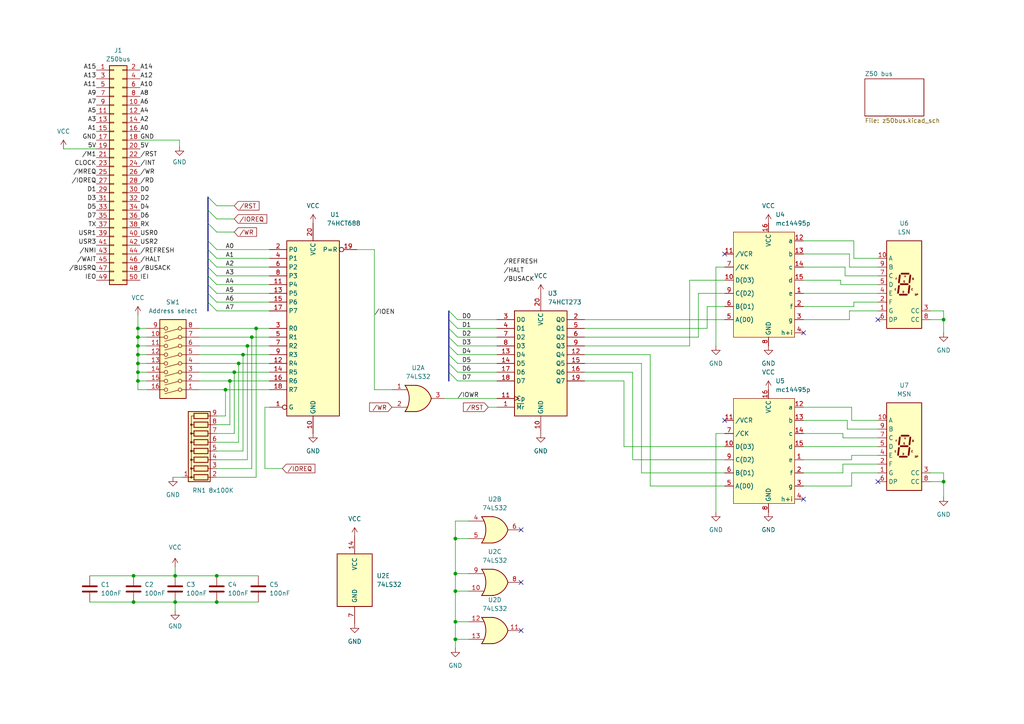
<source format=kicad_sch>
(kicad_sch (version 20211123) (generator eeschema)

  (uuid df631afe-11fa-4803-8cdc-54caa4bb7148)

  (paper "A4")

  (title_block
    (title "Z50 7segment display")
    (date "2022-12-02")
    (rev "1.0")
    (company "Jeroen Venema")
  )

  (lib_symbols
    (symbol "74xx:74HCT273" (in_bom yes) (on_board yes)
      (property "Reference" "U" (id 0) (at -7.62 16.51 0)
        (effects (font (size 1.27 1.27)))
      )
      (property "Value" "74HCT273" (id 1) (at -7.62 -16.51 0)
        (effects (font (size 1.27 1.27)))
      )
      (property "Footprint" "" (id 2) (at 0 0 0)
        (effects (font (size 1.27 1.27)) hide)
      )
      (property "Datasheet" "https://assets.nexperia.com/documents/data-sheet/74HC_HCT273.pdf" (id 3) (at 0 0 0)
        (effects (font (size 1.27 1.27)) hide)
      )
      (property "ki_keywords" "HCTMOS DFF DFF8" (id 4) (at 0 0 0)
        (effects (font (size 1.27 1.27)) hide)
      )
      (property "ki_description" "8-bit D Flip-Flop, reset" (id 5) (at 0 0 0)
        (effects (font (size 1.27 1.27)) hide)
      )
      (property "ki_fp_filters" "DIP?20* SO?20* SOIC?20*" (id 6) (at 0 0 0)
        (effects (font (size 1.27 1.27)) hide)
      )
      (symbol "74HCT273_1_0"
        (pin input line (at -12.7 -12.7 0) (length 5.08)
          (name "~{Mr}" (effects (font (size 1.27 1.27))))
          (number "1" (effects (font (size 1.27 1.27))))
        )
        (pin power_in line (at 0 -20.32 90) (length 5.08)
          (name "GND" (effects (font (size 1.27 1.27))))
          (number "10" (effects (font (size 1.27 1.27))))
        )
        (pin input clock (at -12.7 -10.16 0) (length 5.08)
          (name "Cp" (effects (font (size 1.27 1.27))))
          (number "11" (effects (font (size 1.27 1.27))))
        )
        (pin output line (at 12.7 2.54 180) (length 5.08)
          (name "Q4" (effects (font (size 1.27 1.27))))
          (number "12" (effects (font (size 1.27 1.27))))
        )
        (pin input line (at -12.7 2.54 0) (length 5.08)
          (name "D4" (effects (font (size 1.27 1.27))))
          (number "13" (effects (font (size 1.27 1.27))))
        )
        (pin input line (at -12.7 0 0) (length 5.08)
          (name "D5" (effects (font (size 1.27 1.27))))
          (number "14" (effects (font (size 1.27 1.27))))
        )
        (pin output line (at 12.7 0 180) (length 5.08)
          (name "Q5" (effects (font (size 1.27 1.27))))
          (number "15" (effects (font (size 1.27 1.27))))
        )
        (pin output line (at 12.7 -2.54 180) (length 5.08)
          (name "Q6" (effects (font (size 1.27 1.27))))
          (number "16" (effects (font (size 1.27 1.27))))
        )
        (pin input line (at -12.7 -2.54 0) (length 5.08)
          (name "D6" (effects (font (size 1.27 1.27))))
          (number "17" (effects (font (size 1.27 1.27))))
        )
        (pin input line (at -12.7 -5.08 0) (length 5.08)
          (name "D7" (effects (font (size 1.27 1.27))))
          (number "18" (effects (font (size 1.27 1.27))))
        )
        (pin output line (at 12.7 -5.08 180) (length 5.08)
          (name "Q7" (effects (font (size 1.27 1.27))))
          (number "19" (effects (font (size 1.27 1.27))))
        )
        (pin output line (at 12.7 12.7 180) (length 5.08)
          (name "Q0" (effects (font (size 1.27 1.27))))
          (number "2" (effects (font (size 1.27 1.27))))
        )
        (pin power_in line (at 0 20.32 270) (length 5.08)
          (name "VCC" (effects (font (size 1.27 1.27))))
          (number "20" (effects (font (size 1.27 1.27))))
        )
        (pin input line (at -12.7 12.7 0) (length 5.08)
          (name "D0" (effects (font (size 1.27 1.27))))
          (number "3" (effects (font (size 1.27 1.27))))
        )
        (pin input line (at -12.7 10.16 0) (length 5.08)
          (name "D1" (effects (font (size 1.27 1.27))))
          (number "4" (effects (font (size 1.27 1.27))))
        )
        (pin output line (at 12.7 10.16 180) (length 5.08)
          (name "Q1" (effects (font (size 1.27 1.27))))
          (number "5" (effects (font (size 1.27 1.27))))
        )
        (pin output line (at 12.7 7.62 180) (length 5.08)
          (name "Q2" (effects (font (size 1.27 1.27))))
          (number "6" (effects (font (size 1.27 1.27))))
        )
        (pin input line (at -12.7 7.62 0) (length 5.08)
          (name "D2" (effects (font (size 1.27 1.27))))
          (number "7" (effects (font (size 1.27 1.27))))
        )
        (pin input line (at -12.7 5.08 0) (length 5.08)
          (name "D3" (effects (font (size 1.27 1.27))))
          (number "8" (effects (font (size 1.27 1.27))))
        )
        (pin output line (at 12.7 5.08 180) (length 5.08)
          (name "Q3" (effects (font (size 1.27 1.27))))
          (number "9" (effects (font (size 1.27 1.27))))
        )
      )
      (symbol "74HCT273_1_1"
        (rectangle (start -7.62 15.24) (end 7.62 -15.24)
          (stroke (width 0.254) (type default) (color 0 0 0 0))
          (fill (type background))
        )
      )
    )
    (symbol "74xx:74HCT688" (in_bom yes) (on_board yes)
      (property "Reference" "U" (id 0) (at -7.62 26.67 0)
        (effects (font (size 1.27 1.27)))
      )
      (property "Value" "74HCT688" (id 1) (at -7.62 -26.67 0)
        (effects (font (size 1.27 1.27)))
      )
      (property "Footprint" "" (id 2) (at 0 0 0)
        (effects (font (size 1.27 1.27)) hide)
      )
      (property "Datasheet" "https://www.ti.com/lit/ds/symlink/cd54hc688.pdf" (id 3) (at 0 0 0)
        (effects (font (size 1.27 1.27)) hide)
      )
      (property "ki_keywords" "HCTMOS DECOD Arith" (id 4) (at 0 0 0)
        (effects (font (size 1.27 1.27)) hide)
      )
      (property "ki_description" "8-bit magnitude comparator" (id 5) (at 0 0 0)
        (effects (font (size 1.27 1.27)) hide)
      )
      (property "ki_fp_filters" "DIP?20* SOIC?20* SO?20* TSSOP?20*" (id 6) (at 0 0 0)
        (effects (font (size 1.27 1.27)) hide)
      )
      (symbol "74HCT688_1_0"
        (pin input inverted (at -12.7 -22.86 0) (length 5.08)
          (name "G" (effects (font (size 1.27 1.27))))
          (number "1" (effects (font (size 1.27 1.27))))
        )
        (pin power_in line (at 0 -30.48 90) (length 5.08)
          (name "GND" (effects (font (size 1.27 1.27))))
          (number "10" (effects (font (size 1.27 1.27))))
        )
        (pin input line (at -12.7 12.7 0) (length 5.08)
          (name "P4" (effects (font (size 1.27 1.27))))
          (number "11" (effects (font (size 1.27 1.27))))
        )
        (pin input line (at -12.7 -10.16 0) (length 5.08)
          (name "R4" (effects (font (size 1.27 1.27))))
          (number "12" (effects (font (size 1.27 1.27))))
        )
        (pin input line (at -12.7 10.16 0) (length 5.08)
          (name "P5" (effects (font (size 1.27 1.27))))
          (number "13" (effects (font (size 1.27 1.27))))
        )
        (pin input line (at -12.7 -12.7 0) (length 5.08)
          (name "R5" (effects (font (size 1.27 1.27))))
          (number "14" (effects (font (size 1.27 1.27))))
        )
        (pin input line (at -12.7 7.62 0) (length 5.08)
          (name "P6" (effects (font (size 1.27 1.27))))
          (number "15" (effects (font (size 1.27 1.27))))
        )
        (pin input line (at -12.7 -15.24 0) (length 5.08)
          (name "R6" (effects (font (size 1.27 1.27))))
          (number "16" (effects (font (size 1.27 1.27))))
        )
        (pin input line (at -12.7 5.08 0) (length 5.08)
          (name "P7" (effects (font (size 1.27 1.27))))
          (number "17" (effects (font (size 1.27 1.27))))
        )
        (pin input line (at -12.7 -17.78 0) (length 5.08)
          (name "R7" (effects (font (size 1.27 1.27))))
          (number "18" (effects (font (size 1.27 1.27))))
        )
        (pin output inverted (at 12.7 22.86 180) (length 5.08)
          (name "P=R" (effects (font (size 1.27 1.27))))
          (number "19" (effects (font (size 1.27 1.27))))
        )
        (pin input line (at -12.7 22.86 0) (length 5.08)
          (name "P0" (effects (font (size 1.27 1.27))))
          (number "2" (effects (font (size 1.27 1.27))))
        )
        (pin power_in line (at 0 30.48 270) (length 5.08)
          (name "VCC" (effects (font (size 1.27 1.27))))
          (number "20" (effects (font (size 1.27 1.27))))
        )
        (pin input line (at -12.7 0 0) (length 5.08)
          (name "R0" (effects (font (size 1.27 1.27))))
          (number "3" (effects (font (size 1.27 1.27))))
        )
        (pin input line (at -12.7 20.32 0) (length 5.08)
          (name "P1" (effects (font (size 1.27 1.27))))
          (number "4" (effects (font (size 1.27 1.27))))
        )
        (pin input line (at -12.7 -2.54 0) (length 5.08)
          (name "R1" (effects (font (size 1.27 1.27))))
          (number "5" (effects (font (size 1.27 1.27))))
        )
        (pin input line (at -12.7 17.78 0) (length 5.08)
          (name "P2" (effects (font (size 1.27 1.27))))
          (number "6" (effects (font (size 1.27 1.27))))
        )
        (pin input line (at -12.7 -5.08 0) (length 5.08)
          (name "R2" (effects (font (size 1.27 1.27))))
          (number "7" (effects (font (size 1.27 1.27))))
        )
        (pin input line (at -12.7 15.24 0) (length 5.08)
          (name "P3" (effects (font (size 1.27 1.27))))
          (number "8" (effects (font (size 1.27 1.27))))
        )
        (pin input line (at -12.7 -7.62 0) (length 5.08)
          (name "R3" (effects (font (size 1.27 1.27))))
          (number "9" (effects (font (size 1.27 1.27))))
        )
      )
      (symbol "74HCT688_1_1"
        (rectangle (start -7.62 25.4) (end 7.62 -25.4)
          (stroke (width 0.254) (type default) (color 0 0 0 0))
          (fill (type background))
        )
      )
    )
    (symbol "74xx:74LS32" (pin_names (offset 1.016)) (in_bom yes) (on_board yes)
      (property "Reference" "U" (id 0) (at 0 1.27 0)
        (effects (font (size 1.27 1.27)))
      )
      (property "Value" "74LS32" (id 1) (at 0 -1.27 0)
        (effects (font (size 1.27 1.27)))
      )
      (property "Footprint" "" (id 2) (at 0 0 0)
        (effects (font (size 1.27 1.27)) hide)
      )
      (property "Datasheet" "http://www.ti.com/lit/gpn/sn74LS32" (id 3) (at 0 0 0)
        (effects (font (size 1.27 1.27)) hide)
      )
      (property "ki_locked" "" (id 4) (at 0 0 0)
        (effects (font (size 1.27 1.27)))
      )
      (property "ki_keywords" "TTL Or2" (id 5) (at 0 0 0)
        (effects (font (size 1.27 1.27)) hide)
      )
      (property "ki_description" "Quad 2-input OR" (id 6) (at 0 0 0)
        (effects (font (size 1.27 1.27)) hide)
      )
      (property "ki_fp_filters" "DIP?14*" (id 7) (at 0 0 0)
        (effects (font (size 1.27 1.27)) hide)
      )
      (symbol "74LS32_1_1"
        (arc (start -3.81 -3.81) (mid -2.589 0) (end -3.81 3.81)
          (stroke (width 0.254) (type default) (color 0 0 0 0))
          (fill (type none))
        )
        (arc (start -0.6096 -3.81) (mid 2.1842 -2.5851) (end 3.81 0)
          (stroke (width 0.254) (type default) (color 0 0 0 0))
          (fill (type background))
        )
        (polyline
          (pts
            (xy -3.81 -3.81)
            (xy -0.635 -3.81)
          )
          (stroke (width 0.254) (type default) (color 0 0 0 0))
          (fill (type background))
        )
        (polyline
          (pts
            (xy -3.81 3.81)
            (xy -0.635 3.81)
          )
          (stroke (width 0.254) (type default) (color 0 0 0 0))
          (fill (type background))
        )
        (polyline
          (pts
            (xy -0.635 3.81)
            (xy -3.81 3.81)
            (xy -3.81 3.81)
            (xy -3.556 3.4036)
            (xy -3.0226 2.2606)
            (xy -2.6924 1.0414)
            (xy -2.6162 -0.254)
            (xy -2.7686 -1.4986)
            (xy -3.175 -2.7178)
            (xy -3.81 -3.81)
            (xy -3.81 -3.81)
            (xy -0.635 -3.81)
          )
          (stroke (width -25.4) (type default) (color 0 0 0 0))
          (fill (type background))
        )
        (arc (start 3.81 0) (mid 2.1915 2.5936) (end -0.6096 3.81)
          (stroke (width 0.254) (type default) (color 0 0 0 0))
          (fill (type background))
        )
        (pin input line (at -7.62 2.54 0) (length 4.318)
          (name "~" (effects (font (size 1.27 1.27))))
          (number "1" (effects (font (size 1.27 1.27))))
        )
        (pin input line (at -7.62 -2.54 0) (length 4.318)
          (name "~" (effects (font (size 1.27 1.27))))
          (number "2" (effects (font (size 1.27 1.27))))
        )
        (pin output line (at 7.62 0 180) (length 3.81)
          (name "~" (effects (font (size 1.27 1.27))))
          (number "3" (effects (font (size 1.27 1.27))))
        )
      )
      (symbol "74LS32_1_2"
        (arc (start 0 -3.81) (mid 3.81 0) (end 0 3.81)
          (stroke (width 0.254) (type default) (color 0 0 0 0))
          (fill (type background))
        )
        (polyline
          (pts
            (xy 0 3.81)
            (xy -3.81 3.81)
            (xy -3.81 -3.81)
            (xy 0 -3.81)
          )
          (stroke (width 0.254) (type default) (color 0 0 0 0))
          (fill (type background))
        )
        (pin input inverted (at -7.62 2.54 0) (length 3.81)
          (name "~" (effects (font (size 1.27 1.27))))
          (number "1" (effects (font (size 1.27 1.27))))
        )
        (pin input inverted (at -7.62 -2.54 0) (length 3.81)
          (name "~" (effects (font (size 1.27 1.27))))
          (number "2" (effects (font (size 1.27 1.27))))
        )
        (pin output inverted (at 7.62 0 180) (length 3.81)
          (name "~" (effects (font (size 1.27 1.27))))
          (number "3" (effects (font (size 1.27 1.27))))
        )
      )
      (symbol "74LS32_2_1"
        (arc (start -3.81 -3.81) (mid -2.589 0) (end -3.81 3.81)
          (stroke (width 0.254) (type default) (color 0 0 0 0))
          (fill (type none))
        )
        (arc (start -0.6096 -3.81) (mid 2.1842 -2.5851) (end 3.81 0)
          (stroke (width 0.254) (type default) (color 0 0 0 0))
          (fill (type background))
        )
        (polyline
          (pts
            (xy -3.81 -3.81)
            (xy -0.635 -3.81)
          )
          (stroke (width 0.254) (type default) (color 0 0 0 0))
          (fill (type background))
        )
        (polyline
          (pts
            (xy -3.81 3.81)
            (xy -0.635 3.81)
          )
          (stroke (width 0.254) (type default) (color 0 0 0 0))
          (fill (type background))
        )
        (polyline
          (pts
            (xy -0.635 3.81)
            (xy -3.81 3.81)
            (xy -3.81 3.81)
            (xy -3.556 3.4036)
            (xy -3.0226 2.2606)
            (xy -2.6924 1.0414)
            (xy -2.6162 -0.254)
            (xy -2.7686 -1.4986)
            (xy -3.175 -2.7178)
            (xy -3.81 -3.81)
            (xy -3.81 -3.81)
            (xy -0.635 -3.81)
          )
          (stroke (width -25.4) (type default) (color 0 0 0 0))
          (fill (type background))
        )
        (arc (start 3.81 0) (mid 2.1915 2.5936) (end -0.6096 3.81)
          (stroke (width 0.254) (type default) (color 0 0 0 0))
          (fill (type background))
        )
        (pin input line (at -7.62 2.54 0) (length 4.318)
          (name "~" (effects (font (size 1.27 1.27))))
          (number "4" (effects (font (size 1.27 1.27))))
        )
        (pin input line (at -7.62 -2.54 0) (length 4.318)
          (name "~" (effects (font (size 1.27 1.27))))
          (number "5" (effects (font (size 1.27 1.27))))
        )
        (pin output line (at 7.62 0 180) (length 3.81)
          (name "~" (effects (font (size 1.27 1.27))))
          (number "6" (effects (font (size 1.27 1.27))))
        )
      )
      (symbol "74LS32_2_2"
        (arc (start 0 -3.81) (mid 3.81 0) (end 0 3.81)
          (stroke (width 0.254) (type default) (color 0 0 0 0))
          (fill (type background))
        )
        (polyline
          (pts
            (xy 0 3.81)
            (xy -3.81 3.81)
            (xy -3.81 -3.81)
            (xy 0 -3.81)
          )
          (stroke (width 0.254) (type default) (color 0 0 0 0))
          (fill (type background))
        )
        (pin input inverted (at -7.62 2.54 0) (length 3.81)
          (name "~" (effects (font (size 1.27 1.27))))
          (number "4" (effects (font (size 1.27 1.27))))
        )
        (pin input inverted (at -7.62 -2.54 0) (length 3.81)
          (name "~" (effects (font (size 1.27 1.27))))
          (number "5" (effects (font (size 1.27 1.27))))
        )
        (pin output inverted (at 7.62 0 180) (length 3.81)
          (name "~" (effects (font (size 1.27 1.27))))
          (number "6" (effects (font (size 1.27 1.27))))
        )
      )
      (symbol "74LS32_3_1"
        (arc (start -3.81 -3.81) (mid -2.589 0) (end -3.81 3.81)
          (stroke (width 0.254) (type default) (color 0 0 0 0))
          (fill (type none))
        )
        (arc (start -0.6096 -3.81) (mid 2.1842 -2.5851) (end 3.81 0)
          (stroke (width 0.254) (type default) (color 0 0 0 0))
          (fill (type background))
        )
        (polyline
          (pts
            (xy -3.81 -3.81)
            (xy -0.635 -3.81)
          )
          (stroke (width 0.254) (type default) (color 0 0 0 0))
          (fill (type background))
        )
        (polyline
          (pts
            (xy -3.81 3.81)
            (xy -0.635 3.81)
          )
          (stroke (width 0.254) (type default) (color 0 0 0 0))
          (fill (type background))
        )
        (polyline
          (pts
            (xy -0.635 3.81)
            (xy -3.81 3.81)
            (xy -3.81 3.81)
            (xy -3.556 3.4036)
            (xy -3.0226 2.2606)
            (xy -2.6924 1.0414)
            (xy -2.6162 -0.254)
            (xy -2.7686 -1.4986)
            (xy -3.175 -2.7178)
            (xy -3.81 -3.81)
            (xy -3.81 -3.81)
            (xy -0.635 -3.81)
          )
          (stroke (width -25.4) (type default) (color 0 0 0 0))
          (fill (type background))
        )
        (arc (start 3.81 0) (mid 2.1915 2.5936) (end -0.6096 3.81)
          (stroke (width 0.254) (type default) (color 0 0 0 0))
          (fill (type background))
        )
        (pin input line (at -7.62 -2.54 0) (length 4.318)
          (name "~" (effects (font (size 1.27 1.27))))
          (number "10" (effects (font (size 1.27 1.27))))
        )
        (pin output line (at 7.62 0 180) (length 3.81)
          (name "~" (effects (font (size 1.27 1.27))))
          (number "8" (effects (font (size 1.27 1.27))))
        )
        (pin input line (at -7.62 2.54 0) (length 4.318)
          (name "~" (effects (font (size 1.27 1.27))))
          (number "9" (effects (font (size 1.27 1.27))))
        )
      )
      (symbol "74LS32_3_2"
        (arc (start 0 -3.81) (mid 3.81 0) (end 0 3.81)
          (stroke (width 0.254) (type default) (color 0 0 0 0))
          (fill (type background))
        )
        (polyline
          (pts
            (xy 0 3.81)
            (xy -3.81 3.81)
            (xy -3.81 -3.81)
            (xy 0 -3.81)
          )
          (stroke (width 0.254) (type default) (color 0 0 0 0))
          (fill (type background))
        )
        (pin input inverted (at -7.62 -2.54 0) (length 3.81)
          (name "~" (effects (font (size 1.27 1.27))))
          (number "10" (effects (font (size 1.27 1.27))))
        )
        (pin output inverted (at 7.62 0 180) (length 3.81)
          (name "~" (effects (font (size 1.27 1.27))))
          (number "8" (effects (font (size 1.27 1.27))))
        )
        (pin input inverted (at -7.62 2.54 0) (length 3.81)
          (name "~" (effects (font (size 1.27 1.27))))
          (number "9" (effects (font (size 1.27 1.27))))
        )
      )
      (symbol "74LS32_4_1"
        (arc (start -3.81 -3.81) (mid -2.589 0) (end -3.81 3.81)
          (stroke (width 0.254) (type default) (color 0 0 0 0))
          (fill (type none))
        )
        (arc (start -0.6096 -3.81) (mid 2.1842 -2.5851) (end 3.81 0)
          (stroke (width 0.254) (type default) (color 0 0 0 0))
          (fill (type background))
        )
        (polyline
          (pts
            (xy -3.81 -3.81)
            (xy -0.635 -3.81)
          )
          (stroke (width 0.254) (type default) (color 0 0 0 0))
          (fill (type background))
        )
        (polyline
          (pts
            (xy -3.81 3.81)
            (xy -0.635 3.81)
          )
          (stroke (width 0.254) (type default) (color 0 0 0 0))
          (fill (type background))
        )
        (polyline
          (pts
            (xy -0.635 3.81)
            (xy -3.81 3.81)
            (xy -3.81 3.81)
            (xy -3.556 3.4036)
            (xy -3.0226 2.2606)
            (xy -2.6924 1.0414)
            (xy -2.6162 -0.254)
            (xy -2.7686 -1.4986)
            (xy -3.175 -2.7178)
            (xy -3.81 -3.81)
            (xy -3.81 -3.81)
            (xy -0.635 -3.81)
          )
          (stroke (width -25.4) (type default) (color 0 0 0 0))
          (fill (type background))
        )
        (arc (start 3.81 0) (mid 2.1915 2.5936) (end -0.6096 3.81)
          (stroke (width 0.254) (type default) (color 0 0 0 0))
          (fill (type background))
        )
        (pin output line (at 7.62 0 180) (length 3.81)
          (name "~" (effects (font (size 1.27 1.27))))
          (number "11" (effects (font (size 1.27 1.27))))
        )
        (pin input line (at -7.62 2.54 0) (length 4.318)
          (name "~" (effects (font (size 1.27 1.27))))
          (number "12" (effects (font (size 1.27 1.27))))
        )
        (pin input line (at -7.62 -2.54 0) (length 4.318)
          (name "~" (effects (font (size 1.27 1.27))))
          (number "13" (effects (font (size 1.27 1.27))))
        )
      )
      (symbol "74LS32_4_2"
        (arc (start 0 -3.81) (mid 3.81 0) (end 0 3.81)
          (stroke (width 0.254) (type default) (color 0 0 0 0))
          (fill (type background))
        )
        (polyline
          (pts
            (xy 0 3.81)
            (xy -3.81 3.81)
            (xy -3.81 -3.81)
            (xy 0 -3.81)
          )
          (stroke (width 0.254) (type default) (color 0 0 0 0))
          (fill (type background))
        )
        (pin output inverted (at 7.62 0 180) (length 3.81)
          (name "~" (effects (font (size 1.27 1.27))))
          (number "11" (effects (font (size 1.27 1.27))))
        )
        (pin input inverted (at -7.62 2.54 0) (length 3.81)
          (name "~" (effects (font (size 1.27 1.27))))
          (number "12" (effects (font (size 1.27 1.27))))
        )
        (pin input inverted (at -7.62 -2.54 0) (length 3.81)
          (name "~" (effects (font (size 1.27 1.27))))
          (number "13" (effects (font (size 1.27 1.27))))
        )
      )
      (symbol "74LS32_5_0"
        (pin power_in line (at 0 12.7 270) (length 5.08)
          (name "VCC" (effects (font (size 1.27 1.27))))
          (number "14" (effects (font (size 1.27 1.27))))
        )
        (pin power_in line (at 0 -12.7 90) (length 5.08)
          (name "GND" (effects (font (size 1.27 1.27))))
          (number "7" (effects (font (size 1.27 1.27))))
        )
      )
      (symbol "74LS32_5_1"
        (rectangle (start -5.08 7.62) (end 5.08 -7.62)
          (stroke (width 0.254) (type default) (color 0 0 0 0))
          (fill (type background))
        )
      )
    )
    (symbol "Connector_Generic:Conn_02x25_Odd_Even" (pin_names (offset 1.016) hide) (in_bom yes) (on_board yes)
      (property "Reference" "J" (id 0) (at 1.27 33.02 0)
        (effects (font (size 1.27 1.27)))
      )
      (property "Value" "Conn_02x25_Odd_Even" (id 1) (at 1.27 -33.02 0)
        (effects (font (size 1.27 1.27)))
      )
      (property "Footprint" "" (id 2) (at 0 0 0)
        (effects (font (size 1.27 1.27)) hide)
      )
      (property "Datasheet" "~" (id 3) (at 0 0 0)
        (effects (font (size 1.27 1.27)) hide)
      )
      (property "ki_keywords" "connector" (id 4) (at 0 0 0)
        (effects (font (size 1.27 1.27)) hide)
      )
      (property "ki_description" "Generic connector, double row, 02x25, odd/even pin numbering scheme (row 1 odd numbers, row 2 even numbers), script generated (kicad-library-utils/schlib/autogen/connector/)" (id 5) (at 0 0 0)
        (effects (font (size 1.27 1.27)) hide)
      )
      (property "ki_fp_filters" "Connector*:*_2x??_*" (id 6) (at 0 0 0)
        (effects (font (size 1.27 1.27)) hide)
      )
      (symbol "Conn_02x25_Odd_Even_1_1"
        (rectangle (start -1.27 -30.353) (end 0 -30.607)
          (stroke (width 0.1524) (type default) (color 0 0 0 0))
          (fill (type none))
        )
        (rectangle (start -1.27 -27.813) (end 0 -28.067)
          (stroke (width 0.1524) (type default) (color 0 0 0 0))
          (fill (type none))
        )
        (rectangle (start -1.27 -25.273) (end 0 -25.527)
          (stroke (width 0.1524) (type default) (color 0 0 0 0))
          (fill (type none))
        )
        (rectangle (start -1.27 -22.733) (end 0 -22.987)
          (stroke (width 0.1524) (type default) (color 0 0 0 0))
          (fill (type none))
        )
        (rectangle (start -1.27 -20.193) (end 0 -20.447)
          (stroke (width 0.1524) (type default) (color 0 0 0 0))
          (fill (type none))
        )
        (rectangle (start -1.27 -17.653) (end 0 -17.907)
          (stroke (width 0.1524) (type default) (color 0 0 0 0))
          (fill (type none))
        )
        (rectangle (start -1.27 -15.113) (end 0 -15.367)
          (stroke (width 0.1524) (type default) (color 0 0 0 0))
          (fill (type none))
        )
        (rectangle (start -1.27 -12.573) (end 0 -12.827)
          (stroke (width 0.1524) (type default) (color 0 0 0 0))
          (fill (type none))
        )
        (rectangle (start -1.27 -10.033) (end 0 -10.287)
          (stroke (width 0.1524) (type default) (color 0 0 0 0))
          (fill (type none))
        )
        (rectangle (start -1.27 -7.493) (end 0 -7.747)
          (stroke (width 0.1524) (type default) (color 0 0 0 0))
          (fill (type none))
        )
        (rectangle (start -1.27 -4.953) (end 0 -5.207)
          (stroke (width 0.1524) (type default) (color 0 0 0 0))
          (fill (type none))
        )
        (rectangle (start -1.27 -2.413) (end 0 -2.667)
          (stroke (width 0.1524) (type default) (color 0 0 0 0))
          (fill (type none))
        )
        (rectangle (start -1.27 0.127) (end 0 -0.127)
          (stroke (width 0.1524) (type default) (color 0 0 0 0))
          (fill (type none))
        )
        (rectangle (start -1.27 2.667) (end 0 2.413)
          (stroke (width 0.1524) (type default) (color 0 0 0 0))
          (fill (type none))
        )
        (rectangle (start -1.27 5.207) (end 0 4.953)
          (stroke (width 0.1524) (type default) (color 0 0 0 0))
          (fill (type none))
        )
        (rectangle (start -1.27 7.747) (end 0 7.493)
          (stroke (width 0.1524) (type default) (color 0 0 0 0))
          (fill (type none))
        )
        (rectangle (start -1.27 10.287) (end 0 10.033)
          (stroke (width 0.1524) (type default) (color 0 0 0 0))
          (fill (type none))
        )
        (rectangle (start -1.27 12.827) (end 0 12.573)
          (stroke (width 0.1524) (type default) (color 0 0 0 0))
          (fill (type none))
        )
        (rectangle (start -1.27 15.367) (end 0 15.113)
          (stroke (width 0.1524) (type default) (color 0 0 0 0))
          (fill (type none))
        )
        (rectangle (start -1.27 17.907) (end 0 17.653)
          (stroke (width 0.1524) (type default) (color 0 0 0 0))
          (fill (type none))
        )
        (rectangle (start -1.27 20.447) (end 0 20.193)
          (stroke (width 0.1524) (type default) (color 0 0 0 0))
          (fill (type none))
        )
        (rectangle (start -1.27 22.987) (end 0 22.733)
          (stroke (width 0.1524) (type default) (color 0 0 0 0))
          (fill (type none))
        )
        (rectangle (start -1.27 25.527) (end 0 25.273)
          (stroke (width 0.1524) (type default) (color 0 0 0 0))
          (fill (type none))
        )
        (rectangle (start -1.27 28.067) (end 0 27.813)
          (stroke (width 0.1524) (type default) (color 0 0 0 0))
          (fill (type none))
        )
        (rectangle (start -1.27 30.607) (end 0 30.353)
          (stroke (width 0.1524) (type default) (color 0 0 0 0))
          (fill (type none))
        )
        (rectangle (start -1.27 31.75) (end 3.81 -31.75)
          (stroke (width 0.254) (type default) (color 0 0 0 0))
          (fill (type background))
        )
        (rectangle (start 3.81 -30.353) (end 2.54 -30.607)
          (stroke (width 0.1524) (type default) (color 0 0 0 0))
          (fill (type none))
        )
        (rectangle (start 3.81 -27.813) (end 2.54 -28.067)
          (stroke (width 0.1524) (type default) (color 0 0 0 0))
          (fill (type none))
        )
        (rectangle (start 3.81 -25.273) (end 2.54 -25.527)
          (stroke (width 0.1524) (type default) (color 0 0 0 0))
          (fill (type none))
        )
        (rectangle (start 3.81 -22.733) (end 2.54 -22.987)
          (stroke (width 0.1524) (type default) (color 0 0 0 0))
          (fill (type none))
        )
        (rectangle (start 3.81 -20.193) (end 2.54 -20.447)
          (stroke (width 0.1524) (type default) (color 0 0 0 0))
          (fill (type none))
        )
        (rectangle (start 3.81 -17.653) (end 2.54 -17.907)
          (stroke (width 0.1524) (type default) (color 0 0 0 0))
          (fill (type none))
        )
        (rectangle (start 3.81 -15.113) (end 2.54 -15.367)
          (stroke (width 0.1524) (type default) (color 0 0 0 0))
          (fill (type none))
        )
        (rectangle (start 3.81 -12.573) (end 2.54 -12.827)
          (stroke (width 0.1524) (type default) (color 0 0 0 0))
          (fill (type none))
        )
        (rectangle (start 3.81 -10.033) (end 2.54 -10.287)
          (stroke (width 0.1524) (type default) (color 0 0 0 0))
          (fill (type none))
        )
        (rectangle (start 3.81 -7.493) (end 2.54 -7.747)
          (stroke (width 0.1524) (type default) (color 0 0 0 0))
          (fill (type none))
        )
        (rectangle (start 3.81 -4.953) (end 2.54 -5.207)
          (stroke (width 0.1524) (type default) (color 0 0 0 0))
          (fill (type none))
        )
        (rectangle (start 3.81 -2.413) (end 2.54 -2.667)
          (stroke (width 0.1524) (type default) (color 0 0 0 0))
          (fill (type none))
        )
        (rectangle (start 3.81 0.127) (end 2.54 -0.127)
          (stroke (width 0.1524) (type default) (color 0 0 0 0))
          (fill (type none))
        )
        (rectangle (start 3.81 2.667) (end 2.54 2.413)
          (stroke (width 0.1524) (type default) (color 0 0 0 0))
          (fill (type none))
        )
        (rectangle (start 3.81 5.207) (end 2.54 4.953)
          (stroke (width 0.1524) (type default) (color 0 0 0 0))
          (fill (type none))
        )
        (rectangle (start 3.81 7.747) (end 2.54 7.493)
          (stroke (width 0.1524) (type default) (color 0 0 0 0))
          (fill (type none))
        )
        (rectangle (start 3.81 10.287) (end 2.54 10.033)
          (stroke (width 0.1524) (type default) (color 0 0 0 0))
          (fill (type none))
        )
        (rectangle (start 3.81 12.827) (end 2.54 12.573)
          (stroke (width 0.1524) (type default) (color 0 0 0 0))
          (fill (type none))
        )
        (rectangle (start 3.81 15.367) (end 2.54 15.113)
          (stroke (width 0.1524) (type default) (color 0 0 0 0))
          (fill (type none))
        )
        (rectangle (start 3.81 17.907) (end 2.54 17.653)
          (stroke (width 0.1524) (type default) (color 0 0 0 0))
          (fill (type none))
        )
        (rectangle (start 3.81 20.447) (end 2.54 20.193)
          (stroke (width 0.1524) (type default) (color 0 0 0 0))
          (fill (type none))
        )
        (rectangle (start 3.81 22.987) (end 2.54 22.733)
          (stroke (width 0.1524) (type default) (color 0 0 0 0))
          (fill (type none))
        )
        (rectangle (start 3.81 25.527) (end 2.54 25.273)
          (stroke (width 0.1524) (type default) (color 0 0 0 0))
          (fill (type none))
        )
        (rectangle (start 3.81 28.067) (end 2.54 27.813)
          (stroke (width 0.1524) (type default) (color 0 0 0 0))
          (fill (type none))
        )
        (rectangle (start 3.81 30.607) (end 2.54 30.353)
          (stroke (width 0.1524) (type default) (color 0 0 0 0))
          (fill (type none))
        )
        (pin passive line (at -5.08 30.48 0) (length 3.81)
          (name "Pin_1" (effects (font (size 1.27 1.27))))
          (number "1" (effects (font (size 1.27 1.27))))
        )
        (pin passive line (at 7.62 20.32 180) (length 3.81)
          (name "Pin_10" (effects (font (size 1.27 1.27))))
          (number "10" (effects (font (size 1.27 1.27))))
        )
        (pin passive line (at -5.08 17.78 0) (length 3.81)
          (name "Pin_11" (effects (font (size 1.27 1.27))))
          (number "11" (effects (font (size 1.27 1.27))))
        )
        (pin passive line (at 7.62 17.78 180) (length 3.81)
          (name "Pin_12" (effects (font (size 1.27 1.27))))
          (number "12" (effects (font (size 1.27 1.27))))
        )
        (pin passive line (at -5.08 15.24 0) (length 3.81)
          (name "Pin_13" (effects (font (size 1.27 1.27))))
          (number "13" (effects (font (size 1.27 1.27))))
        )
        (pin passive line (at 7.62 15.24 180) (length 3.81)
          (name "Pin_14" (effects (font (size 1.27 1.27))))
          (number "14" (effects (font (size 1.27 1.27))))
        )
        (pin passive line (at -5.08 12.7 0) (length 3.81)
          (name "Pin_15" (effects (font (size 1.27 1.27))))
          (number "15" (effects (font (size 1.27 1.27))))
        )
        (pin passive line (at 7.62 12.7 180) (length 3.81)
          (name "Pin_16" (effects (font (size 1.27 1.27))))
          (number "16" (effects (font (size 1.27 1.27))))
        )
        (pin passive line (at -5.08 10.16 0) (length 3.81)
          (name "Pin_17" (effects (font (size 1.27 1.27))))
          (number "17" (effects (font (size 1.27 1.27))))
        )
        (pin passive line (at 7.62 10.16 180) (length 3.81)
          (name "Pin_18" (effects (font (size 1.27 1.27))))
          (number "18" (effects (font (size 1.27 1.27))))
        )
        (pin passive line (at -5.08 7.62 0) (length 3.81)
          (name "Pin_19" (effects (font (size 1.27 1.27))))
          (number "19" (effects (font (size 1.27 1.27))))
        )
        (pin passive line (at 7.62 30.48 180) (length 3.81)
          (name "Pin_2" (effects (font (size 1.27 1.27))))
          (number "2" (effects (font (size 1.27 1.27))))
        )
        (pin passive line (at 7.62 7.62 180) (length 3.81)
          (name "Pin_20" (effects (font (size 1.27 1.27))))
          (number "20" (effects (font (size 1.27 1.27))))
        )
        (pin passive line (at -5.08 5.08 0) (length 3.81)
          (name "Pin_21" (effects (font (size 1.27 1.27))))
          (number "21" (effects (font (size 1.27 1.27))))
        )
        (pin passive line (at 7.62 5.08 180) (length 3.81)
          (name "Pin_22" (effects (font (size 1.27 1.27))))
          (number "22" (effects (font (size 1.27 1.27))))
        )
        (pin passive line (at -5.08 2.54 0) (length 3.81)
          (name "Pin_23" (effects (font (size 1.27 1.27))))
          (number "23" (effects (font (size 1.27 1.27))))
        )
        (pin passive line (at 7.62 2.54 180) (length 3.81)
          (name "Pin_24" (effects (font (size 1.27 1.27))))
          (number "24" (effects (font (size 1.27 1.27))))
        )
        (pin passive line (at -5.08 0 0) (length 3.81)
          (name "Pin_25" (effects (font (size 1.27 1.27))))
          (number "25" (effects (font (size 1.27 1.27))))
        )
        (pin passive line (at 7.62 0 180) (length 3.81)
          (name "Pin_26" (effects (font (size 1.27 1.27))))
          (number "26" (effects (font (size 1.27 1.27))))
        )
        (pin passive line (at -5.08 -2.54 0) (length 3.81)
          (name "Pin_27" (effects (font (size 1.27 1.27))))
          (number "27" (effects (font (size 1.27 1.27))))
        )
        (pin passive line (at 7.62 -2.54 180) (length 3.81)
          (name "Pin_28" (effects (font (size 1.27 1.27))))
          (number "28" (effects (font (size 1.27 1.27))))
        )
        (pin passive line (at -5.08 -5.08 0) (length 3.81)
          (name "Pin_29" (effects (font (size 1.27 1.27))))
          (number "29" (effects (font (size 1.27 1.27))))
        )
        (pin passive line (at -5.08 27.94 0) (length 3.81)
          (name "Pin_3" (effects (font (size 1.27 1.27))))
          (number "3" (effects (font (size 1.27 1.27))))
        )
        (pin passive line (at 7.62 -5.08 180) (length 3.81)
          (name "Pin_30" (effects (font (size 1.27 1.27))))
          (number "30" (effects (font (size 1.27 1.27))))
        )
        (pin passive line (at -5.08 -7.62 0) (length 3.81)
          (name "Pin_31" (effects (font (size 1.27 1.27))))
          (number "31" (effects (font (size 1.27 1.27))))
        )
        (pin passive line (at 7.62 -7.62 180) (length 3.81)
          (name "Pin_32" (effects (font (size 1.27 1.27))))
          (number "32" (effects (font (size 1.27 1.27))))
        )
        (pin passive line (at -5.08 -10.16 0) (length 3.81)
          (name "Pin_33" (effects (font (size 1.27 1.27))))
          (number "33" (effects (font (size 1.27 1.27))))
        )
        (pin passive line (at 7.62 -10.16 180) (length 3.81)
          (name "Pin_34" (effects (font (size 1.27 1.27))))
          (number "34" (effects (font (size 1.27 1.27))))
        )
        (pin passive line (at -5.08 -12.7 0) (length 3.81)
          (name "Pin_35" (effects (font (size 1.27 1.27))))
          (number "35" (effects (font (size 1.27 1.27))))
        )
        (pin passive line (at 7.62 -12.7 180) (length 3.81)
          (name "Pin_36" (effects (font (size 1.27 1.27))))
          (number "36" (effects (font (size 1.27 1.27))))
        )
        (pin passive line (at -5.08 -15.24 0) (length 3.81)
          (name "Pin_37" (effects (font (size 1.27 1.27))))
          (number "37" (effects (font (size 1.27 1.27))))
        )
        (pin passive line (at 7.62 -15.24 180) (length 3.81)
          (name "Pin_38" (effects (font (size 1.27 1.27))))
          (number "38" (effects (font (size 1.27 1.27))))
        )
        (pin passive line (at -5.08 -17.78 0) (length 3.81)
          (name "Pin_39" (effects (font (size 1.27 1.27))))
          (number "39" (effects (font (size 1.27 1.27))))
        )
        (pin passive line (at 7.62 27.94 180) (length 3.81)
          (name "Pin_4" (effects (font (size 1.27 1.27))))
          (number "4" (effects (font (size 1.27 1.27))))
        )
        (pin passive line (at 7.62 -17.78 180) (length 3.81)
          (name "Pin_40" (effects (font (size 1.27 1.27))))
          (number "40" (effects (font (size 1.27 1.27))))
        )
        (pin passive line (at -5.08 -20.32 0) (length 3.81)
          (name "Pin_41" (effects (font (size 1.27 1.27))))
          (number "41" (effects (font (size 1.27 1.27))))
        )
        (pin passive line (at 7.62 -20.32 180) (length 3.81)
          (name "Pin_42" (effects (font (size 1.27 1.27))))
          (number "42" (effects (font (size 1.27 1.27))))
        )
        (pin passive line (at -5.08 -22.86 0) (length 3.81)
          (name "Pin_43" (effects (font (size 1.27 1.27))))
          (number "43" (effects (font (size 1.27 1.27))))
        )
        (pin passive line (at 7.62 -22.86 180) (length 3.81)
          (name "Pin_44" (effects (font (size 1.27 1.27))))
          (number "44" (effects (font (size 1.27 1.27))))
        )
        (pin passive line (at -5.08 -25.4 0) (length 3.81)
          (name "Pin_45" (effects (font (size 1.27 1.27))))
          (number "45" (effects (font (size 1.27 1.27))))
        )
        (pin passive line (at 7.62 -25.4 180) (length 3.81)
          (name "Pin_46" (effects (font (size 1.27 1.27))))
          (number "46" (effects (font (size 1.27 1.27))))
        )
        (pin passive line (at -5.08 -27.94 0) (length 3.81)
          (name "Pin_47" (effects (font (size 1.27 1.27))))
          (number "47" (effects (font (size 1.27 1.27))))
        )
        (pin passive line (at 7.62 -27.94 180) (length 3.81)
          (name "Pin_48" (effects (font (size 1.27 1.27))))
          (number "48" (effects (font (size 1.27 1.27))))
        )
        (pin passive line (at -5.08 -30.48 0) (length 3.81)
          (name "Pin_49" (effects (font (size 1.27 1.27))))
          (number "49" (effects (font (size 1.27 1.27))))
        )
        (pin passive line (at -5.08 25.4 0) (length 3.81)
          (name "Pin_5" (effects (font (size 1.27 1.27))))
          (number "5" (effects (font (size 1.27 1.27))))
        )
        (pin passive line (at 7.62 -30.48 180) (length 3.81)
          (name "Pin_50" (effects (font (size 1.27 1.27))))
          (number "50" (effects (font (size 1.27 1.27))))
        )
        (pin passive line (at 7.62 25.4 180) (length 3.81)
          (name "Pin_6" (effects (font (size 1.27 1.27))))
          (number "6" (effects (font (size 1.27 1.27))))
        )
        (pin passive line (at -5.08 22.86 0) (length 3.81)
          (name "Pin_7" (effects (font (size 1.27 1.27))))
          (number "7" (effects (font (size 1.27 1.27))))
        )
        (pin passive line (at 7.62 22.86 180) (length 3.81)
          (name "Pin_8" (effects (font (size 1.27 1.27))))
          (number "8" (effects (font (size 1.27 1.27))))
        )
        (pin passive line (at -5.08 20.32 0) (length 3.81)
          (name "Pin_9" (effects (font (size 1.27 1.27))))
          (number "9" (effects (font (size 1.27 1.27))))
        )
      )
    )
    (symbol "Device:C" (pin_numbers hide) (pin_names (offset 0.254)) (in_bom yes) (on_board yes)
      (property "Reference" "C" (id 0) (at 0.635 2.54 0)
        (effects (font (size 1.27 1.27)) (justify left))
      )
      (property "Value" "C" (id 1) (at 0.635 -2.54 0)
        (effects (font (size 1.27 1.27)) (justify left))
      )
      (property "Footprint" "" (id 2) (at 0.9652 -3.81 0)
        (effects (font (size 1.27 1.27)) hide)
      )
      (property "Datasheet" "~" (id 3) (at 0 0 0)
        (effects (font (size 1.27 1.27)) hide)
      )
      (property "ki_keywords" "cap capacitor" (id 4) (at 0 0 0)
        (effects (font (size 1.27 1.27)) hide)
      )
      (property "ki_description" "Unpolarized capacitor" (id 5) (at 0 0 0)
        (effects (font (size 1.27 1.27)) hide)
      )
      (property "ki_fp_filters" "C_*" (id 6) (at 0 0 0)
        (effects (font (size 1.27 1.27)) hide)
      )
      (symbol "C_0_1"
        (polyline
          (pts
            (xy -2.032 -0.762)
            (xy 2.032 -0.762)
          )
          (stroke (width 0.508) (type default) (color 0 0 0 0))
          (fill (type none))
        )
        (polyline
          (pts
            (xy -2.032 0.762)
            (xy 2.032 0.762)
          )
          (stroke (width 0.508) (type default) (color 0 0 0 0))
          (fill (type none))
        )
      )
      (symbol "C_1_1"
        (pin passive line (at 0 3.81 270) (length 2.794)
          (name "~" (effects (font (size 1.27 1.27))))
          (number "1" (effects (font (size 1.27 1.27))))
        )
        (pin passive line (at 0 -3.81 90) (length 2.794)
          (name "~" (effects (font (size 1.27 1.27))))
          (number "2" (effects (font (size 1.27 1.27))))
        )
      )
    )
    (symbol "Device:R_Network08" (pin_names (offset 0) hide) (in_bom yes) (on_board yes)
      (property "Reference" "RN" (id 0) (at -12.7 0 90)
        (effects (font (size 1.27 1.27)))
      )
      (property "Value" "R_Network08" (id 1) (at 10.16 0 90)
        (effects (font (size 1.27 1.27)))
      )
      (property "Footprint" "Resistor_THT:R_Array_SIP9" (id 2) (at 12.065 0 90)
        (effects (font (size 1.27 1.27)) hide)
      )
      (property "Datasheet" "http://www.vishay.com/docs/31509/csc.pdf" (id 3) (at 0 0 0)
        (effects (font (size 1.27 1.27)) hide)
      )
      (property "ki_keywords" "R network star-topology" (id 4) (at 0 0 0)
        (effects (font (size 1.27 1.27)) hide)
      )
      (property "ki_description" "8 resistor network, star topology, bussed resistors, small symbol" (id 5) (at 0 0 0)
        (effects (font (size 1.27 1.27)) hide)
      )
      (property "ki_fp_filters" "R?Array?SIP*" (id 6) (at 0 0 0)
        (effects (font (size 1.27 1.27)) hide)
      )
      (symbol "R_Network08_0_1"
        (rectangle (start -11.43 -3.175) (end 8.89 3.175)
          (stroke (width 0.254) (type default) (color 0 0 0 0))
          (fill (type background))
        )
        (rectangle (start -10.922 1.524) (end -9.398 -2.54)
          (stroke (width 0.254) (type default) (color 0 0 0 0))
          (fill (type none))
        )
        (circle (center -10.16 2.286) (radius 0.254)
          (stroke (width 0) (type default) (color 0 0 0 0))
          (fill (type outline))
        )
        (rectangle (start -8.382 1.524) (end -6.858 -2.54)
          (stroke (width 0.254) (type default) (color 0 0 0 0))
          (fill (type none))
        )
        (circle (center -7.62 2.286) (radius 0.254)
          (stroke (width 0) (type default) (color 0 0 0 0))
          (fill (type outline))
        )
        (rectangle (start -5.842 1.524) (end -4.318 -2.54)
          (stroke (width 0.254) (type default) (color 0 0 0 0))
          (fill (type none))
        )
        (circle (center -5.08 2.286) (radius 0.254)
          (stroke (width 0) (type default) (color 0 0 0 0))
          (fill (type outline))
        )
        (rectangle (start -3.302 1.524) (end -1.778 -2.54)
          (stroke (width 0.254) (type default) (color 0 0 0 0))
          (fill (type none))
        )
        (circle (center -2.54 2.286) (radius 0.254)
          (stroke (width 0) (type default) (color 0 0 0 0))
          (fill (type outline))
        )
        (rectangle (start -0.762 1.524) (end 0.762 -2.54)
          (stroke (width 0.254) (type default) (color 0 0 0 0))
          (fill (type none))
        )
        (polyline
          (pts
            (xy -10.16 -2.54)
            (xy -10.16 -3.81)
          )
          (stroke (width 0) (type default) (color 0 0 0 0))
          (fill (type none))
        )
        (polyline
          (pts
            (xy -7.62 -2.54)
            (xy -7.62 -3.81)
          )
          (stroke (width 0) (type default) (color 0 0 0 0))
          (fill (type none))
        )
        (polyline
          (pts
            (xy -5.08 -2.54)
            (xy -5.08 -3.81)
          )
          (stroke (width 0) (type default) (color 0 0 0 0))
          (fill (type none))
        )
        (polyline
          (pts
            (xy -2.54 -2.54)
            (xy -2.54 -3.81)
          )
          (stroke (width 0) (type default) (color 0 0 0 0))
          (fill (type none))
        )
        (polyline
          (pts
            (xy 0 -2.54)
            (xy 0 -3.81)
          )
          (stroke (width 0) (type default) (color 0 0 0 0))
          (fill (type none))
        )
        (polyline
          (pts
            (xy 2.54 -2.54)
            (xy 2.54 -3.81)
          )
          (stroke (width 0) (type default) (color 0 0 0 0))
          (fill (type none))
        )
        (polyline
          (pts
            (xy 5.08 -2.54)
            (xy 5.08 -3.81)
          )
          (stroke (width 0) (type default) (color 0 0 0 0))
          (fill (type none))
        )
        (polyline
          (pts
            (xy 7.62 -2.54)
            (xy 7.62 -3.81)
          )
          (stroke (width 0) (type default) (color 0 0 0 0))
          (fill (type none))
        )
        (polyline
          (pts
            (xy -10.16 1.524)
            (xy -10.16 2.286)
            (xy -7.62 2.286)
            (xy -7.62 1.524)
          )
          (stroke (width 0) (type default) (color 0 0 0 0))
          (fill (type none))
        )
        (polyline
          (pts
            (xy -7.62 1.524)
            (xy -7.62 2.286)
            (xy -5.08 2.286)
            (xy -5.08 1.524)
          )
          (stroke (width 0) (type default) (color 0 0 0 0))
          (fill (type none))
        )
        (polyline
          (pts
            (xy -5.08 1.524)
            (xy -5.08 2.286)
            (xy -2.54 2.286)
            (xy -2.54 1.524)
          )
          (stroke (width 0) (type default) (color 0 0 0 0))
          (fill (type none))
        )
        (polyline
          (pts
            (xy -2.54 1.524)
            (xy -2.54 2.286)
            (xy 0 2.286)
            (xy 0 1.524)
          )
          (stroke (width 0) (type default) (color 0 0 0 0))
          (fill (type none))
        )
        (polyline
          (pts
            (xy 0 1.524)
            (xy 0 2.286)
            (xy 2.54 2.286)
            (xy 2.54 1.524)
          )
          (stroke (width 0) (type default) (color 0 0 0 0))
          (fill (type none))
        )
        (polyline
          (pts
            (xy 2.54 1.524)
            (xy 2.54 2.286)
            (xy 5.08 2.286)
            (xy 5.08 1.524)
          )
          (stroke (width 0) (type default) (color 0 0 0 0))
          (fill (type none))
        )
        (polyline
          (pts
            (xy 5.08 1.524)
            (xy 5.08 2.286)
            (xy 7.62 2.286)
            (xy 7.62 1.524)
          )
          (stroke (width 0) (type default) (color 0 0 0 0))
          (fill (type none))
        )
        (circle (center 0 2.286) (radius 0.254)
          (stroke (width 0) (type default) (color 0 0 0 0))
          (fill (type outline))
        )
        (rectangle (start 1.778 1.524) (end 3.302 -2.54)
          (stroke (width 0.254) (type default) (color 0 0 0 0))
          (fill (type none))
        )
        (circle (center 2.54 2.286) (radius 0.254)
          (stroke (width 0) (type default) (color 0 0 0 0))
          (fill (type outline))
        )
        (rectangle (start 4.318 1.524) (end 5.842 -2.54)
          (stroke (width 0.254) (type default) (color 0 0 0 0))
          (fill (type none))
        )
        (circle (center 5.08 2.286) (radius 0.254)
          (stroke (width 0) (type default) (color 0 0 0 0))
          (fill (type outline))
        )
        (rectangle (start 6.858 1.524) (end 8.382 -2.54)
          (stroke (width 0.254) (type default) (color 0 0 0 0))
          (fill (type none))
        )
      )
      (symbol "R_Network08_1_1"
        (pin passive line (at -10.16 5.08 270) (length 2.54)
          (name "common" (effects (font (size 1.27 1.27))))
          (number "1" (effects (font (size 1.27 1.27))))
        )
        (pin passive line (at -10.16 -5.08 90) (length 1.27)
          (name "R1" (effects (font (size 1.27 1.27))))
          (number "2" (effects (font (size 1.27 1.27))))
        )
        (pin passive line (at -7.62 -5.08 90) (length 1.27)
          (name "R2" (effects (font (size 1.27 1.27))))
          (number "3" (effects (font (size 1.27 1.27))))
        )
        (pin passive line (at -5.08 -5.08 90) (length 1.27)
          (name "R3" (effects (font (size 1.27 1.27))))
          (number "4" (effects (font (size 1.27 1.27))))
        )
        (pin passive line (at -2.54 -5.08 90) (length 1.27)
          (name "R4" (effects (font (size 1.27 1.27))))
          (number "5" (effects (font (size 1.27 1.27))))
        )
        (pin passive line (at 0 -5.08 90) (length 1.27)
          (name "R5" (effects (font (size 1.27 1.27))))
          (number "6" (effects (font (size 1.27 1.27))))
        )
        (pin passive line (at 2.54 -5.08 90) (length 1.27)
          (name "R6" (effects (font (size 1.27 1.27))))
          (number "7" (effects (font (size 1.27 1.27))))
        )
        (pin passive line (at 5.08 -5.08 90) (length 1.27)
          (name "R7" (effects (font (size 1.27 1.27))))
          (number "8" (effects (font (size 1.27 1.27))))
        )
        (pin passive line (at 7.62 -5.08 90) (length 1.27)
          (name "R8" (effects (font (size 1.27 1.27))))
          (number "9" (effects (font (size 1.27 1.27))))
        )
      )
    )
    (symbol "Display_Character:SC39-11SRWA" (in_bom yes) (on_board yes)
      (property "Reference" "U" (id 0) (at -3.81 13.97 0)
        (effects (font (size 1.27 1.27)))
      )
      (property "Value" "SC39-11SRWA" (id 1) (at 6.35 13.97 0)
        (effects (font (size 1.27 1.27)))
      )
      (property "Footprint" "Display_7Segment:Sx39-1xxxxx" (id 2) (at 0 -13.97 0)
        (effects (font (size 1.27 1.27)) hide)
      )
      (property "Datasheet" "http://www.kingbrightusa.com/images/catalog/SPEC/sc39-11srwa.pdf" (id 3) (at 0 0 0)
        (effects (font (size 1.27 1.27)) hide)
      )
      (property "ki_keywords" "display LED 7-segment" (id 4) (at 0 0 0)
        (effects (font (size 1.27 1.27)) hide)
      )
      (property "ki_description" "Single digit 7 segment display, super bright red, common cathode" (id 5) (at 0 0 0)
        (effects (font (size 1.27 1.27)) hide)
      )
      (property "ki_fp_filters" "S?39?1*" (id 6) (at 0 0 0)
        (effects (font (size 1.27 1.27)) hide)
      )
      (symbol "SC39-11SRWA_1_0"
        (text "A" (at 0.254 2.413 0)
          (effects (font (size 0.508 0.508)))
        )
        (text "B" (at 2.54 1.651 0)
          (effects (font (size 0.508 0.508)))
        )
        (text "C" (at 2.286 -1.397 0)
          (effects (font (size 0.508 0.508)))
        )
        (text "D" (at -0.254 -2.159 0)
          (effects (font (size 0.508 0.508)))
        )
        (text "DP" (at 3.556 -2.921 0)
          (effects (font (size 0.508 0.508)))
        )
        (text "E" (at -2.54 -1.397 0)
          (effects (font (size 0.508 0.508)))
        )
        (text "F" (at -2.286 1.651 0)
          (effects (font (size 0.508 0.508)))
        )
        (text "G" (at 0 0.889 0)
          (effects (font (size 0.508 0.508)))
        )
      )
      (symbol "SC39-11SRWA_1_1"
        (rectangle (start -5.08 12.7) (end 5.08 -12.7)
          (stroke (width 0.254) (type default) (color 0 0 0 0))
          (fill (type background))
        )
        (polyline
          (pts
            (xy -1.524 -0.381)
            (xy -1.778 -2.413)
          )
          (stroke (width 0.508) (type default) (color 0 0 0 0))
          (fill (type none))
        )
        (polyline
          (pts
            (xy -1.27 -2.921)
            (xy 0.762 -2.921)
          )
          (stroke (width 0.508) (type default) (color 0 0 0 0))
          (fill (type none))
        )
        (polyline
          (pts
            (xy -1.27 2.667)
            (xy -1.524 0.635)
          )
          (stroke (width 0.508) (type default) (color 0 0 0 0))
          (fill (type none))
        )
        (polyline
          (pts
            (xy -1.016 0.127)
            (xy 1.016 0.127)
          )
          (stroke (width 0.508) (type default) (color 0 0 0 0))
          (fill (type none))
        )
        (polyline
          (pts
            (xy -0.762 3.175)
            (xy 1.27 3.175)
          )
          (stroke (width 0.508) (type default) (color 0 0 0 0))
          (fill (type none))
        )
        (polyline
          (pts
            (xy 1.524 -0.381)
            (xy 1.27 -2.413)
          )
          (stroke (width 0.508) (type default) (color 0 0 0 0))
          (fill (type none))
        )
        (polyline
          (pts
            (xy 1.778 2.667)
            (xy 1.524 0.635)
          )
          (stroke (width 0.508) (type default) (color 0 0 0 0))
          (fill (type none))
        )
        (polyline
          (pts
            (xy 2.54 -2.921)
            (xy 2.54 -2.921)
          )
          (stroke (width 0.508) (type default) (color 0 0 0 0))
          (fill (type none))
        )
        (pin input line (at -7.62 -7.62 0) (length 2.54)
          (name "G" (effects (font (size 1.27 1.27))))
          (number "1" (effects (font (size 1.27 1.27))))
        )
        (pin input line (at -7.62 7.62 0) (length 2.54)
          (name "A" (effects (font (size 1.27 1.27))))
          (number "10" (effects (font (size 1.27 1.27))))
        )
        (pin input line (at -7.62 -5.08 0) (length 2.54)
          (name "F" (effects (font (size 1.27 1.27))))
          (number "2" (effects (font (size 1.27 1.27))))
        )
        (pin input line (at 7.62 -7.62 180) (length 2.54)
          (name "CC" (effects (font (size 1.27 1.27))))
          (number "3" (effects (font (size 1.27 1.27))))
        )
        (pin input line (at -7.62 -2.54 0) (length 2.54)
          (name "E" (effects (font (size 1.27 1.27))))
          (number "4" (effects (font (size 1.27 1.27))))
        )
        (pin input line (at -7.62 0 0) (length 2.54)
          (name "D" (effects (font (size 1.27 1.27))))
          (number "5" (effects (font (size 1.27 1.27))))
        )
        (pin input line (at -7.62 -10.16 0) (length 2.54)
          (name "DP" (effects (font (size 1.27 1.27))))
          (number "6" (effects (font (size 1.27 1.27))))
        )
        (pin input line (at -7.62 2.54 0) (length 2.54)
          (name "C" (effects (font (size 1.27 1.27))))
          (number "7" (effects (font (size 1.27 1.27))))
        )
        (pin input line (at 7.62 -10.16 180) (length 2.54)
          (name "CC" (effects (font (size 1.27 1.27))))
          (number "8" (effects (font (size 1.27 1.27))))
        )
        (pin input line (at -7.62 5.08 0) (length 2.54)
          (name "B" (effects (font (size 1.27 1.27))))
          (number "9" (effects (font (size 1.27 1.27))))
        )
      )
    )
    (symbol "Switch:SW_DIP_x08" (pin_names (offset 0) hide) (in_bom yes) (on_board yes)
      (property "Reference" "SW" (id 0) (at 0 13.97 0)
        (effects (font (size 1.27 1.27)))
      )
      (property "Value" "SW_DIP_x08" (id 1) (at 0 -11.43 0)
        (effects (font (size 1.27 1.27)))
      )
      (property "Footprint" "" (id 2) (at 0 0 0)
        (effects (font (size 1.27 1.27)) hide)
      )
      (property "Datasheet" "~" (id 3) (at 0 0 0)
        (effects (font (size 1.27 1.27)) hide)
      )
      (property "ki_keywords" "dip switch" (id 4) (at 0 0 0)
        (effects (font (size 1.27 1.27)) hide)
      )
      (property "ki_description" "8x DIP Switch, Single Pole Single Throw (SPST) switch, small symbol" (id 5) (at 0 0 0)
        (effects (font (size 1.27 1.27)) hide)
      )
      (property "ki_fp_filters" "SW?DIP?x8*" (id 6) (at 0 0 0)
        (effects (font (size 1.27 1.27)) hide)
      )
      (symbol "SW_DIP_x08_0_0"
        (circle (center -2.032 -7.62) (radius 0.508)
          (stroke (width 0) (type default) (color 0 0 0 0))
          (fill (type none))
        )
        (circle (center -2.032 -5.08) (radius 0.508)
          (stroke (width 0) (type default) (color 0 0 0 0))
          (fill (type none))
        )
        (circle (center -2.032 -2.54) (radius 0.508)
          (stroke (width 0) (type default) (color 0 0 0 0))
          (fill (type none))
        )
        (circle (center -2.032 0) (radius 0.508)
          (stroke (width 0) (type default) (color 0 0 0 0))
          (fill (type none))
        )
        (circle (center -2.032 2.54) (radius 0.508)
          (stroke (width 0) (type default) (color 0 0 0 0))
          (fill (type none))
        )
        (circle (center -2.032 5.08) (radius 0.508)
          (stroke (width 0) (type default) (color 0 0 0 0))
          (fill (type none))
        )
        (circle (center -2.032 7.62) (radius 0.508)
          (stroke (width 0) (type default) (color 0 0 0 0))
          (fill (type none))
        )
        (circle (center -2.032 10.16) (radius 0.508)
          (stroke (width 0) (type default) (color 0 0 0 0))
          (fill (type none))
        )
        (polyline
          (pts
            (xy -1.524 -7.4676)
            (xy 2.3622 -6.4262)
          )
          (stroke (width 0) (type default) (color 0 0 0 0))
          (fill (type none))
        )
        (polyline
          (pts
            (xy -1.524 -4.9276)
            (xy 2.3622 -3.8862)
          )
          (stroke (width 0) (type default) (color 0 0 0 0))
          (fill (type none))
        )
        (polyline
          (pts
            (xy -1.524 -2.3876)
            (xy 2.3622 -1.3462)
          )
          (stroke (width 0) (type default) (color 0 0 0 0))
          (fill (type none))
        )
        (polyline
          (pts
            (xy -1.524 0.127)
            (xy 2.3622 1.1684)
          )
          (stroke (width 0) (type default) (color 0 0 0 0))
          (fill (type none))
        )
        (polyline
          (pts
            (xy -1.524 2.667)
            (xy 2.3622 3.7084)
          )
          (stroke (width 0) (type default) (color 0 0 0 0))
          (fill (type none))
        )
        (polyline
          (pts
            (xy -1.524 5.207)
            (xy 2.3622 6.2484)
          )
          (stroke (width 0) (type default) (color 0 0 0 0))
          (fill (type none))
        )
        (polyline
          (pts
            (xy -1.524 7.747)
            (xy 2.3622 8.7884)
          )
          (stroke (width 0) (type default) (color 0 0 0 0))
          (fill (type none))
        )
        (polyline
          (pts
            (xy -1.524 10.287)
            (xy 2.3622 11.3284)
          )
          (stroke (width 0) (type default) (color 0 0 0 0))
          (fill (type none))
        )
        (circle (center 2.032 -7.62) (radius 0.508)
          (stroke (width 0) (type default) (color 0 0 0 0))
          (fill (type none))
        )
        (circle (center 2.032 -5.08) (radius 0.508)
          (stroke (width 0) (type default) (color 0 0 0 0))
          (fill (type none))
        )
        (circle (center 2.032 -2.54) (radius 0.508)
          (stroke (width 0) (type default) (color 0 0 0 0))
          (fill (type none))
        )
        (circle (center 2.032 0) (radius 0.508)
          (stroke (width 0) (type default) (color 0 0 0 0))
          (fill (type none))
        )
        (circle (center 2.032 2.54) (radius 0.508)
          (stroke (width 0) (type default) (color 0 0 0 0))
          (fill (type none))
        )
        (circle (center 2.032 5.08) (radius 0.508)
          (stroke (width 0) (type default) (color 0 0 0 0))
          (fill (type none))
        )
        (circle (center 2.032 7.62) (radius 0.508)
          (stroke (width 0) (type default) (color 0 0 0 0))
          (fill (type none))
        )
        (circle (center 2.032 10.16) (radius 0.508)
          (stroke (width 0) (type default) (color 0 0 0 0))
          (fill (type none))
        )
      )
      (symbol "SW_DIP_x08_0_1"
        (rectangle (start -3.81 12.7) (end 3.81 -10.16)
          (stroke (width 0.254) (type default) (color 0 0 0 0))
          (fill (type background))
        )
      )
      (symbol "SW_DIP_x08_1_1"
        (pin passive line (at -7.62 10.16 0) (length 5.08)
          (name "~" (effects (font (size 1.27 1.27))))
          (number "1" (effects (font (size 1.27 1.27))))
        )
        (pin passive line (at 7.62 -5.08 180) (length 5.08)
          (name "~" (effects (font (size 1.27 1.27))))
          (number "10" (effects (font (size 1.27 1.27))))
        )
        (pin passive line (at 7.62 -2.54 180) (length 5.08)
          (name "~" (effects (font (size 1.27 1.27))))
          (number "11" (effects (font (size 1.27 1.27))))
        )
        (pin passive line (at 7.62 0 180) (length 5.08)
          (name "~" (effects (font (size 1.27 1.27))))
          (number "12" (effects (font (size 1.27 1.27))))
        )
        (pin passive line (at 7.62 2.54 180) (length 5.08)
          (name "~" (effects (font (size 1.27 1.27))))
          (number "13" (effects (font (size 1.27 1.27))))
        )
        (pin passive line (at 7.62 5.08 180) (length 5.08)
          (name "~" (effects (font (size 1.27 1.27))))
          (number "14" (effects (font (size 1.27 1.27))))
        )
        (pin passive line (at 7.62 7.62 180) (length 5.08)
          (name "~" (effects (font (size 1.27 1.27))))
          (number "15" (effects (font (size 1.27 1.27))))
        )
        (pin passive line (at 7.62 10.16 180) (length 5.08)
          (name "~" (effects (font (size 1.27 1.27))))
          (number "16" (effects (font (size 1.27 1.27))))
        )
        (pin passive line (at -7.62 7.62 0) (length 5.08)
          (name "~" (effects (font (size 1.27 1.27))))
          (number "2" (effects (font (size 1.27 1.27))))
        )
        (pin passive line (at -7.62 5.08 0) (length 5.08)
          (name "~" (effects (font (size 1.27 1.27))))
          (number "3" (effects (font (size 1.27 1.27))))
        )
        (pin passive line (at -7.62 2.54 0) (length 5.08)
          (name "~" (effects (font (size 1.27 1.27))))
          (number "4" (effects (font (size 1.27 1.27))))
        )
        (pin passive line (at -7.62 0 0) (length 5.08)
          (name "~" (effects (font (size 1.27 1.27))))
          (number "5" (effects (font (size 1.27 1.27))))
        )
        (pin passive line (at -7.62 -2.54 0) (length 5.08)
          (name "~" (effects (font (size 1.27 1.27))))
          (number "6" (effects (font (size 1.27 1.27))))
        )
        (pin passive line (at -7.62 -5.08 0) (length 5.08)
          (name "~" (effects (font (size 1.27 1.27))))
          (number "7" (effects (font (size 1.27 1.27))))
        )
        (pin passive line (at -7.62 -7.62 0) (length 5.08)
          (name "~" (effects (font (size 1.27 1.27))))
          (number "8" (effects (font (size 1.27 1.27))))
        )
        (pin passive line (at 7.62 -7.62 180) (length 5.08)
          (name "~" (effects (font (size 1.27 1.27))))
          (number "9" (effects (font (size 1.27 1.27))))
        )
      )
    )
    (symbol "mc14495p:mc14495p" (in_bom yes) (on_board yes)
      (property "Reference" "U" (id 0) (at 0 0 0)
        (effects (font (size 1.27 1.27)))
      )
      (property "Value" "mc14495p" (id 1) (at 8.255 -4.445 0)
        (effects (font (size 1.27 1.27)))
      )
      (property "Footprint" "" (id 2) (at 0 0 0)
        (effects (font (size 1.27 1.27)) hide)
      )
      (property "Datasheet" "" (id 3) (at 0 0 0)
        (effects (font (size 1.27 1.27)) hide)
      )
      (symbol "mc14495p_0_1"
        (rectangle (start -10.16 -7.62) (end 7.62 -38.1)
          (stroke (width 0) (type default) (color 0 0 0 0))
          (fill (type background))
        )
      )
      (symbol "mc14495p_1_1"
        (pin output line (at 10.16 -25.4 180) (length 2.54)
          (name "e" (effects (font (size 1.27 1.27))))
          (number "1" (effects (font (size 1.27 1.27))))
        )
        (pin input line (at -12.7 -21.59 0) (length 2.54)
          (name "D(D3)" (effects (font (size 1.27 1.27))))
          (number "10" (effects (font (size 1.27 1.27))))
        )
        (pin input line (at -12.7 -13.97 0) (length 2.54)
          (name "/VCR" (effects (font (size 1.27 1.27))))
          (number "11" (effects (font (size 1.27 1.27))))
        )
        (pin output line (at 10.16 -10.16 180) (length 2.54)
          (name "a" (effects (font (size 1.27 1.27))))
          (number "12" (effects (font (size 1.27 1.27))))
        )
        (pin output line (at 10.16 -13.97 180) (length 2.54)
          (name "b" (effects (font (size 1.27 1.27))))
          (number "13" (effects (font (size 1.27 1.27))))
        )
        (pin output line (at 10.16 -17.78 180) (length 2.54)
          (name "c" (effects (font (size 1.27 1.27))))
          (number "14" (effects (font (size 1.27 1.27))))
        )
        (pin output line (at 10.16 -21.59 180) (length 2.54)
          (name "d" (effects (font (size 1.27 1.27))))
          (number "15" (effects (font (size 1.27 1.27))))
        )
        (pin power_in line (at 0 -5.08 270) (length 2.54)
          (name "VCC" (effects (font (size 1.27 1.27))))
          (number "16" (effects (font (size 1.27 1.27))))
        )
        (pin output line (at 10.16 -29.21 180) (length 2.54)
          (name "f" (effects (font (size 1.27 1.27))))
          (number "2" (effects (font (size 1.27 1.27))))
        )
        (pin output line (at 10.16 -33.02 180) (length 2.54)
          (name "g" (effects (font (size 1.27 1.27))))
          (number "3" (effects (font (size 1.27 1.27))))
        )
        (pin output line (at 10.16 -36.83 180) (length 2.54)
          (name "h+i" (effects (font (size 1.27 1.27))))
          (number "4" (effects (font (size 1.27 1.27))))
        )
        (pin input line (at -12.7 -33.02 0) (length 2.54)
          (name "A(D0)" (effects (font (size 1.27 1.27))))
          (number "5" (effects (font (size 1.27 1.27))))
        )
        (pin input line (at -12.7 -29.21 0) (length 2.54)
          (name "B(D1)" (effects (font (size 1.27 1.27))))
          (number "6" (effects (font (size 1.27 1.27))))
        )
        (pin input line (at -12.7 -17.78 0) (length 2.54)
          (name "/CK" (effects (font (size 1.27 1.27))))
          (number "7" (effects (font (size 1.27 1.27))))
        )
        (pin power_in line (at 0 -40.64 90) (length 2.54)
          (name "GND" (effects (font (size 1.27 1.27))))
          (number "8" (effects (font (size 1.27 1.27))))
        )
        (pin input line (at -12.7 -25.4 0) (length 2.54)
          (name "C(D2)" (effects (font (size 1.27 1.27))))
          (number "9" (effects (font (size 1.27 1.27))))
        )
      )
    )
    (symbol "power:GND" (power) (pin_names (offset 0)) (in_bom yes) (on_board yes)
      (property "Reference" "#PWR" (id 0) (at 0 -6.35 0)
        (effects (font (size 1.27 1.27)) hide)
      )
      (property "Value" "GND" (id 1) (at 0 -3.81 0)
        (effects (font (size 1.27 1.27)))
      )
      (property "Footprint" "" (id 2) (at 0 0 0)
        (effects (font (size 1.27 1.27)) hide)
      )
      (property "Datasheet" "" (id 3) (at 0 0 0)
        (effects (font (size 1.27 1.27)) hide)
      )
      (property "ki_keywords" "power-flag" (id 4) (at 0 0 0)
        (effects (font (size 1.27 1.27)) hide)
      )
      (property "ki_description" "Power symbol creates a global label with name \"GND\" , ground" (id 5) (at 0 0 0)
        (effects (font (size 1.27 1.27)) hide)
      )
      (symbol "GND_0_1"
        (polyline
          (pts
            (xy 0 0)
            (xy 0 -1.27)
            (xy 1.27 -1.27)
            (xy 0 -2.54)
            (xy -1.27 -1.27)
            (xy 0 -1.27)
          )
          (stroke (width 0) (type default) (color 0 0 0 0))
          (fill (type none))
        )
      )
      (symbol "GND_1_1"
        (pin power_in line (at 0 0 270) (length 0) hide
          (name "GND" (effects (font (size 1.27 1.27))))
          (number "1" (effects (font (size 1.27 1.27))))
        )
      )
    )
    (symbol "power:VCC" (power) (pin_names (offset 0)) (in_bom yes) (on_board yes)
      (property "Reference" "#PWR" (id 0) (at 0 -3.81 0)
        (effects (font (size 1.27 1.27)) hide)
      )
      (property "Value" "VCC" (id 1) (at 0 3.81 0)
        (effects (font (size 1.27 1.27)))
      )
      (property "Footprint" "" (id 2) (at 0 0 0)
        (effects (font (size 1.27 1.27)) hide)
      )
      (property "Datasheet" "" (id 3) (at 0 0 0)
        (effects (font (size 1.27 1.27)) hide)
      )
      (property "ki_keywords" "power-flag" (id 4) (at 0 0 0)
        (effects (font (size 1.27 1.27)) hide)
      )
      (property "ki_description" "Power symbol creates a global label with name \"VCC\"" (id 5) (at 0 0 0)
        (effects (font (size 1.27 1.27)) hide)
      )
      (symbol "VCC_0_1"
        (polyline
          (pts
            (xy -0.762 1.27)
            (xy 0 2.54)
          )
          (stroke (width 0) (type default) (color 0 0 0 0))
          (fill (type none))
        )
        (polyline
          (pts
            (xy 0 0)
            (xy 0 2.54)
          )
          (stroke (width 0) (type default) (color 0 0 0 0))
          (fill (type none))
        )
        (polyline
          (pts
            (xy 0 2.54)
            (xy 0.762 1.27)
          )
          (stroke (width 0) (type default) (color 0 0 0 0))
          (fill (type none))
        )
      )
      (symbol "VCC_1_1"
        (pin power_in line (at 0 0 90) (length 0) hide
          (name "VCC" (effects (font (size 1.27 1.27))))
          (number "1" (effects (font (size 1.27 1.27))))
        )
      )
    )
  )

  (junction (at 132.08 156.21) (diameter 0) (color 0 0 0 0)
    (uuid 1960ee07-f10e-4b2e-b113-aa5c119a48a5)
  )
  (junction (at 67.945 107.95) (diameter 0) (color 0 0 0 0)
    (uuid 1b2ffc83-dba2-4e30-a562-73edc92314f4)
  )
  (junction (at 65.405 113.03) (diameter 0) (color 0 0 0 0)
    (uuid 1b9f521d-b959-40ad-803d-bd1d65e8004e)
  )
  (junction (at 66.675 110.49) (diameter 0) (color 0 0 0 0)
    (uuid 25e6c7eb-2a2e-48d1-9dcf-8309949d8d2a)
  )
  (junction (at 50.8 167.005) (diameter 0) (color 0 0 0 0)
    (uuid 29ec274e-8cfe-4e66-876f-035cd1956f81)
  )
  (junction (at 50.8 174.625) (diameter 0) (color 0 0 0 0)
    (uuid 2a18a292-13bb-4904-8037-001c126f2fca)
  )
  (junction (at 40.005 95.25) (diameter 0) (color 0 0 0 0)
    (uuid 3096a963-6428-491f-9362-675a6ba65938)
  )
  (junction (at 38.735 167.005) (diameter 0) (color 0 0 0 0)
    (uuid 359946c3-946a-45ff-b844-93aa4b90017f)
  )
  (junction (at 71.755 100.33) (diameter 0) (color 0 0 0 0)
    (uuid 37e6f74d-c8fa-4e4f-907e-f63e9db26573)
  )
  (junction (at 273.685 139.7) (diameter 0) (color 0 0 0 0)
    (uuid 4c47b9ab-a41e-46de-90b4-26cf0772c4d1)
  )
  (junction (at 40.005 107.95) (diameter 0) (color 0 0 0 0)
    (uuid 521a97ac-b155-47ce-b7b2-0e956b35e2ef)
  )
  (junction (at 40.005 105.41) (diameter 0) (color 0 0 0 0)
    (uuid 5365b8da-1420-4359-a2fa-690ac152ed9d)
  )
  (junction (at 132.08 180.34) (diameter 0) (color 0 0 0 0)
    (uuid 546ccc93-78f9-45cc-ae15-14bcac34e738)
  )
  (junction (at 40.005 100.33) (diameter 0) (color 0 0 0 0)
    (uuid 5dc54bb7-4812-4f80-98a9-e11682464b0f)
  )
  (junction (at 73.025 97.79) (diameter 0) (color 0 0 0 0)
    (uuid 67355267-4c9c-4024-a36b-7d7e2c25319e)
  )
  (junction (at 40.005 102.87) (diameter 0) (color 0 0 0 0)
    (uuid 78db3372-741f-4be3-8c7d-9969b9092e82)
  )
  (junction (at 38.735 174.625) (diameter 0) (color 0 0 0 0)
    (uuid 7ac1fc7d-e943-4839-a985-4be8804122ae)
  )
  (junction (at 40.005 110.49) (diameter 0) (color 0 0 0 0)
    (uuid 8a1f80c7-9a25-4102-8203-f82923ac42aa)
  )
  (junction (at 62.865 174.625) (diameter 0) (color 0 0 0 0)
    (uuid 920c6107-9239-4e9a-b3ac-ca831ba50ed8)
  )
  (junction (at 62.865 167.005) (diameter 0) (color 0 0 0 0)
    (uuid ae01ed4a-fcba-473d-b1c8-1a6c4b78b94a)
  )
  (junction (at 69.215 105.41) (diameter 0) (color 0 0 0 0)
    (uuid aeec2350-47ee-4440-87f1-c336956df126)
  )
  (junction (at 132.08 166.37) (diameter 0) (color 0 0 0 0)
    (uuid b43a813c-3b5c-4116-844a-bbc4e20cd520)
  )
  (junction (at 273.685 92.71) (diameter 0) (color 0 0 0 0)
    (uuid bba1d977-302d-46ab-a648-4cc72bd0944c)
  )
  (junction (at 132.08 185.42) (diameter 0) (color 0 0 0 0)
    (uuid d06818a1-d926-4dd0-96f1-a5670e21671d)
  )
  (junction (at 40.005 97.79) (diameter 0) (color 0 0 0 0)
    (uuid d26ec0d2-ce96-4719-ae64-1bff0d7b3048)
  )
  (junction (at 70.485 102.87) (diameter 0) (color 0 0 0 0)
    (uuid d943b7c6-1c23-46e0-9508-236f7c3374ca)
  )
  (junction (at 74.295 95.25) (diameter 0) (color 0 0 0 0)
    (uuid f61799bd-7023-491e-b586-9b869e9aa5b8)
  )
  (junction (at 132.08 171.45) (diameter 0) (color 0 0 0 0)
    (uuid feaa075d-26d2-4a8c-9e0c-30de7224f265)
  )

  (no_connect (at 233.045 96.52) (uuid 1e17e2ce-7c10-4f7a-838e-010ea7079276))
  (no_connect (at 210.185 121.92) (uuid 1e17e2ce-7c10-4f7a-838e-010ea7079277))
  (no_connect (at 233.045 144.78) (uuid 1e17e2ce-7c10-4f7a-838e-010ea7079278))
  (no_connect (at 210.185 73.66) (uuid 1e17e2ce-7c10-4f7a-838e-010ea7079279))
  (no_connect (at 254.635 92.71) (uuid 5cfa7b9a-d528-4985-80e7-d07b8b0245b4))
  (no_connect (at 254.635 139.7) (uuid 5cfa7b9a-d528-4985-80e7-d07b8b0245b5))
  (no_connect (at 151.13 153.67) (uuid bb0e3632-41de-4781-b015-da25d89b8b97))
  (no_connect (at 151.13 168.91) (uuid bb0e3632-41de-4781-b015-da25d89b8b98))
  (no_connect (at 151.13 182.88) (uuid bb0e3632-41de-4781-b015-da25d89b8b99))

  (bus_entry (at 60.325 57.15) (size 2.54 2.54)
    (stroke (width 0) (type default) (color 0 0 0 0))
    (uuid 97dc967e-f4fc-4172-928a-30022041422c)
  )
  (bus_entry (at 60.325 77.47) (size 2.54 2.54)
    (stroke (width 0) (type default) (color 0 0 0 0))
    (uuid b5025d4f-318e-4678-86df-f455c74a2a84)
  )
  (bus_entry (at 60.325 80.01) (size 2.54 2.54)
    (stroke (width 0) (type default) (color 0 0 0 0))
    (uuid b5025d4f-318e-4678-86df-f455c74a2a85)
  )
  (bus_entry (at 60.325 82.55) (size 2.54 2.54)
    (stroke (width 0) (type default) (color 0 0 0 0))
    (uuid b5025d4f-318e-4678-86df-f455c74a2a86)
  )
  (bus_entry (at 60.325 85.09) (size 2.54 2.54)
    (stroke (width 0) (type default) (color 0 0 0 0))
    (uuid b5025d4f-318e-4678-86df-f455c74a2a87)
  )
  (bus_entry (at 60.325 72.39) (size 2.54 2.54)
    (stroke (width 0) (type default) (color 0 0 0 0))
    (uuid b5025d4f-318e-4678-86df-f455c74a2a88)
  )
  (bus_entry (at 60.325 74.93) (size 2.54 2.54)
    (stroke (width 0) (type default) (color 0 0 0 0))
    (uuid b5025d4f-318e-4678-86df-f455c74a2a89)
  )
  (bus_entry (at 60.325 87.63) (size 2.54 2.54)
    (stroke (width 0) (type default) (color 0 0 0 0))
    (uuid b5025d4f-318e-4678-86df-f455c74a2a8a)
  )
  (bus_entry (at 60.325 64.77) (size 2.54 2.54)
    (stroke (width 0) (type default) (color 0 0 0 0))
    (uuid d5b640ff-ae16-4d3e-9ee7-e28f7b9890f0)
  )
  (bus_entry (at 130.175 100.33) (size 2.54 2.54)
    (stroke (width 0) (type default) (color 0 0 0 0))
    (uuid e4f55ba7-a8ae-4ab6-9807-913c789803ec)
  )
  (bus_entry (at 130.175 102.87) (size 2.54 2.54)
    (stroke (width 0) (type default) (color 0 0 0 0))
    (uuid e4f55ba7-a8ae-4ab6-9807-913c789803ed)
  )
  (bus_entry (at 130.175 105.41) (size 2.54 2.54)
    (stroke (width 0) (type default) (color 0 0 0 0))
    (uuid e4f55ba7-a8ae-4ab6-9807-913c789803ee)
  )
  (bus_entry (at 130.175 97.79) (size 2.54 2.54)
    (stroke (width 0) (type default) (color 0 0 0 0))
    (uuid e4f55ba7-a8ae-4ab6-9807-913c789803ef)
  )
  (bus_entry (at 130.175 92.71) (size 2.54 2.54)
    (stroke (width 0) (type default) (color 0 0 0 0))
    (uuid e4f55ba7-a8ae-4ab6-9807-913c789803f0)
  )
  (bus_entry (at 130.175 90.17) (size 2.54 2.54)
    (stroke (width 0) (type default) (color 0 0 0 0))
    (uuid e4f55ba7-a8ae-4ab6-9807-913c789803f1)
  )
  (bus_entry (at 130.175 95.25) (size 2.54 2.54)
    (stroke (width 0) (type default) (color 0 0 0 0))
    (uuid e4f55ba7-a8ae-4ab6-9807-913c789803f2)
  )
  (bus_entry (at 130.175 107.95) (size 2.54 2.54)
    (stroke (width 0) (type default) (color 0 0 0 0))
    (uuid e4f55ba7-a8ae-4ab6-9807-913c789803f3)
  )
  (bus_entry (at 60.325 69.85) (size 2.54 2.54)
    (stroke (width 0) (type default) (color 0 0 0 0))
    (uuid e9f85252-48e5-4ce6-9266-aa23095c0890)
  )
  (bus_entry (at 60.325 60.96) (size 2.54 2.54)
    (stroke (width 0) (type default) (color 0 0 0 0))
    (uuid ef18a5c7-200d-4fcd-9ab5-c2de10ea5020)
  )

  (wire (pts (xy 40.005 110.49) (xy 40.005 113.03))
    (stroke (width 0) (type default) (color 0 0 0 0))
    (uuid 0077e5cd-a7ee-4564-84f7-ed8ff4a6dca0)
  )
  (wire (pts (xy 69.215 105.41) (xy 78.105 105.41))
    (stroke (width 0) (type default) (color 0 0 0 0))
    (uuid 033bbffe-8eeb-43ab-adac-a855b72f9a26)
  )
  (wire (pts (xy 245.11 80.01) (xy 254.635 80.01))
    (stroke (width 0) (type default) (color 0 0 0 0))
    (uuid 039a31f7-86de-460d-8a10-895e4c4f047c)
  )
  (wire (pts (xy 269.875 139.7) (xy 273.685 139.7))
    (stroke (width 0) (type default) (color 0 0 0 0))
    (uuid 0674f957-5a1e-432a-b47c-ab4a80e50c46)
  )
  (wire (pts (xy 244.475 134.62) (xy 254.635 134.62))
    (stroke (width 0) (type default) (color 0 0 0 0))
    (uuid 07b5c75f-2d5c-438b-b5f0-a17a3c4c4171)
  )
  (wire (pts (xy 69.215 128.27) (xy 69.215 105.41))
    (stroke (width 0) (type default) (color 0 0 0 0))
    (uuid 092b4de8-ebf4-47bc-bce7-e5243e806559)
  )
  (wire (pts (xy 71.755 133.35) (xy 71.755 100.33))
    (stroke (width 0) (type default) (color 0 0 0 0))
    (uuid 0995613e-c665-4eaa-bbf5-6ef584f59ca9)
  )
  (wire (pts (xy 57.785 97.79) (xy 73.025 97.79))
    (stroke (width 0) (type default) (color 0 0 0 0))
    (uuid 0c55e480-0afe-4c18-a5cc-e7fa9b2948d4)
  )
  (wire (pts (xy 132.08 151.13) (xy 132.08 156.21))
    (stroke (width 0) (type default) (color 0 0 0 0))
    (uuid 0c6199f4-62ec-4477-9452-c9b5d7306178)
  )
  (wire (pts (xy 202.565 97.79) (xy 202.565 85.09))
    (stroke (width 0) (type default) (color 0 0 0 0))
    (uuid 0de036ed-a318-4534-926a-b1af1b4a2467)
  )
  (wire (pts (xy 169.545 95.25) (xy 205.105 95.25))
    (stroke (width 0) (type default) (color 0 0 0 0))
    (uuid 0ec96e38-d599-417f-9382-f6c5ea18b7e6)
  )
  (wire (pts (xy 132.08 156.21) (xy 132.08 166.37))
    (stroke (width 0) (type default) (color 0 0 0 0))
    (uuid 0f24f95d-02c2-490f-ae5d-4f37e5b1eb40)
  )
  (wire (pts (xy 73.025 135.89) (xy 73.025 97.79))
    (stroke (width 0) (type default) (color 0 0 0 0))
    (uuid 11b53466-c866-4079-a722-990c3af151db)
  )
  (bus (pts (xy 60.325 72.39) (xy 60.325 74.93))
    (stroke (width 0) (type default) (color 0 0 0 0))
    (uuid 13c7e79b-44d0-4ecf-a192-c439d3342465)
  )

  (wire (pts (xy 210.185 125.73) (xy 207.645 125.73))
    (stroke (width 0) (type default) (color 0 0 0 0))
    (uuid 13d51802-17fa-4237-bccb-b2ad5a825a64)
  )
  (wire (pts (xy 70.485 102.87) (xy 78.105 102.87))
    (stroke (width 0) (type default) (color 0 0 0 0))
    (uuid 16c695a1-9f4a-4512-a1f9-60edf5f3fdcb)
  )
  (wire (pts (xy 247.015 137.16) (xy 254.635 137.16))
    (stroke (width 0) (type default) (color 0 0 0 0))
    (uuid 1757e6b9-76f6-45d1-97f0-2c1f2950460c)
  )
  (bus (pts (xy 60.325 57.15) (xy 60.325 60.96))
    (stroke (width 0) (type default) (color 0 0 0 0))
    (uuid 18a8524b-8fd8-4b77-ace0-5fef4c5b8fe5)
  )

  (wire (pts (xy 135.89 151.13) (xy 132.08 151.13))
    (stroke (width 0) (type default) (color 0 0 0 0))
    (uuid 1a439a4d-5631-40c1-8550-a1b182d33b99)
  )
  (wire (pts (xy 62.865 72.39) (xy 78.105 72.39))
    (stroke (width 0) (type default) (color 0 0 0 0))
    (uuid 1a45c047-e690-4784-a3ec-084a02a1a091)
  )
  (wire (pts (xy 180.975 110.49) (xy 180.975 129.54))
    (stroke (width 0) (type default) (color 0 0 0 0))
    (uuid 1b068794-a6c0-45b4-b1ca-a6b09f0fa258)
  )
  (wire (pts (xy 169.545 97.79) (xy 202.565 97.79))
    (stroke (width 0) (type default) (color 0 0 0 0))
    (uuid 1be33233-768e-4e6d-8599-b68ead4a7f80)
  )
  (wire (pts (xy 62.865 167.005) (xy 74.93 167.005))
    (stroke (width 0) (type default) (color 0 0 0 0))
    (uuid 1c09c05f-113c-4458-a699-f940a6087525)
  )
  (wire (pts (xy 62.865 90.17) (xy 78.105 90.17))
    (stroke (width 0) (type default) (color 0 0 0 0))
    (uuid 1c44e8fc-19b8-4dcf-a5ac-2e1c92a0cc40)
  )
  (wire (pts (xy 233.045 81.28) (xy 243.84 81.28))
    (stroke (width 0) (type default) (color 0 0 0 0))
    (uuid 1cd99679-14e3-41e3-9439-e4f0169f0571)
  )
  (wire (pts (xy 26.035 167.005) (xy 38.735 167.005))
    (stroke (width 0) (type default) (color 0 0 0 0))
    (uuid 1dc811b5-5691-46e2-adde-ba276ff92a11)
  )
  (bus (pts (xy 60.325 85.09) (xy 60.325 87.63))
    (stroke (width 0) (type default) (color 0 0 0 0))
    (uuid 1f432348-4131-4fe6-aac6-121f5d011ba4)
  )

  (wire (pts (xy 233.045 73.66) (xy 246.38 73.66))
    (stroke (width 0) (type default) (color 0 0 0 0))
    (uuid 1f55941a-137d-4726-b3de-ebb0bce1e0b0)
  )
  (wire (pts (xy 132.715 110.49) (xy 144.145 110.49))
    (stroke (width 0) (type default) (color 0 0 0 0))
    (uuid 21a4c5be-7e19-4c07-a348-025e8535310a)
  )
  (wire (pts (xy 52.07 40.64) (xy 40.64 40.64))
    (stroke (width 0) (type default) (color 0 0 0 0))
    (uuid 21d15f39-cb8b-4029-bd38-553943aaea26)
  )
  (wire (pts (xy 200.025 100.33) (xy 200.025 81.28))
    (stroke (width 0) (type default) (color 0 0 0 0))
    (uuid 22d3658e-8092-48d1-9ec8-391f9d4fe9bc)
  )
  (wire (pts (xy 169.545 92.71) (xy 210.185 92.71))
    (stroke (width 0) (type default) (color 0 0 0 0))
    (uuid 24b7871a-920a-4f8e-ba86-1433fd9e4d3d)
  )
  (wire (pts (xy 132.08 156.21) (xy 135.89 156.21))
    (stroke (width 0) (type default) (color 0 0 0 0))
    (uuid 2553a05f-81dc-41e0-8cda-f401c5f38fef)
  )
  (wire (pts (xy 269.875 90.17) (xy 273.685 90.17))
    (stroke (width 0) (type default) (color 0 0 0 0))
    (uuid 2554a684-6607-46e1-9930-6a43d2cc4454)
  )
  (wire (pts (xy 244.475 125.73) (xy 244.475 127))
    (stroke (width 0) (type default) (color 0 0 0 0))
    (uuid 256177da-35ba-4727-a752-4c7db7001701)
  )
  (wire (pts (xy 273.685 139.7) (xy 273.685 144.145))
    (stroke (width 0) (type default) (color 0 0 0 0))
    (uuid 271fe2cd-7433-4fb1-b144-1df07f87e377)
  )
  (wire (pts (xy 76.835 135.89) (xy 76.835 118.11))
    (stroke (width 0) (type default) (color 0 0 0 0))
    (uuid 27fa0295-8cd9-46e6-b3a5-c8355760c474)
  )
  (wire (pts (xy 50.8 174.625) (xy 50.8 177.165))
    (stroke (width 0) (type default) (color 0 0 0 0))
    (uuid 282a2ed9-ee38-423b-8993-ba12229fa399)
  )
  (wire (pts (xy 169.545 102.87) (xy 188.595 102.87))
    (stroke (width 0) (type default) (color 0 0 0 0))
    (uuid 2a9c2c34-4ca2-4e66-83ac-84696333f3cd)
  )
  (wire (pts (xy 40.005 102.87) (xy 42.545 102.87))
    (stroke (width 0) (type default) (color 0 0 0 0))
    (uuid 2cf5b759-cb97-48c7-97dc-4910059304f2)
  )
  (wire (pts (xy 233.045 77.47) (xy 245.11 77.47))
    (stroke (width 0) (type default) (color 0 0 0 0))
    (uuid 2dd2d5cc-fd45-4bc8-aa74-4ac24ca439fa)
  )
  (wire (pts (xy 40.005 95.25) (xy 40.005 97.79))
    (stroke (width 0) (type default) (color 0 0 0 0))
    (uuid 2f64b7fd-b7d2-4c76-9d0b-4001a18055ed)
  )
  (wire (pts (xy 246.38 73.66) (xy 246.38 77.47))
    (stroke (width 0) (type default) (color 0 0 0 0))
    (uuid 306de4c7-f22e-4326-a222-f8d29dec8c77)
  )
  (wire (pts (xy 244.475 137.16) (xy 244.475 134.62))
    (stroke (width 0) (type default) (color 0 0 0 0))
    (uuid 31b9992d-1c8f-4652-862f-4c97e43d87eb)
  )
  (bus (pts (xy 130.175 100.33) (xy 130.175 102.87))
    (stroke (width 0) (type default) (color 0 0 0 0))
    (uuid 3282d823-aff2-4278-912b-a01c15eb5070)
  )

  (wire (pts (xy 247.65 69.85) (xy 247.65 74.93))
    (stroke (width 0) (type default) (color 0 0 0 0))
    (uuid 32846233-b513-4522-aabe-2b774f762581)
  )
  (wire (pts (xy 132.08 180.34) (xy 135.89 180.34))
    (stroke (width 0) (type default) (color 0 0 0 0))
    (uuid 34f0d390-79d8-49a0-9ff7-90f30f6648f6)
  )
  (wire (pts (xy 70.485 130.81) (xy 70.485 102.87))
    (stroke (width 0) (type default) (color 0 0 0 0))
    (uuid 350f3a96-2589-4cf6-a364-eef4f10c0530)
  )
  (bus (pts (xy 130.175 90.17) (xy 130.175 92.71))
    (stroke (width 0) (type default) (color 0 0 0 0))
    (uuid 378383d5-68a3-4d27-9a48-c7958d1abca4)
  )
  (bus (pts (xy 60.325 69.85) (xy 60.325 72.39))
    (stroke (width 0) (type default) (color 0 0 0 0))
    (uuid 383cb585-67be-4c16-b31d-2832d09abde7)
  )

  (wire (pts (xy 62.865 59.69) (xy 67.945 59.69))
    (stroke (width 0) (type default) (color 0 0 0 0))
    (uuid 3d7978cd-c527-49fd-b9fd-4b7dbde5c066)
  )
  (bus (pts (xy 130.175 107.95) (xy 130.175 110.49))
    (stroke (width 0) (type default) (color 0 0 0 0))
    (uuid 3d7a9d3d-3473-423d-9de5-52bfb36a2787)
  )

  (wire (pts (xy 57.785 110.49) (xy 66.675 110.49))
    (stroke (width 0) (type default) (color 0 0 0 0))
    (uuid 3dc4868d-1069-4510-a21d-ac69cf9ac5af)
  )
  (wire (pts (xy 57.785 105.41) (xy 69.215 105.41))
    (stroke (width 0) (type default) (color 0 0 0 0))
    (uuid 3e7f9494-590b-48a9-a715-2e1741283ae9)
  )
  (bus (pts (xy 130.175 97.79) (xy 130.175 100.33))
    (stroke (width 0) (type default) (color 0 0 0 0))
    (uuid 3f519d07-4733-4906-b28a-e8965eda88ad)
  )

  (wire (pts (xy 18.415 43.18) (xy 27.94 43.18))
    (stroke (width 0) (type default) (color 0 0 0 0))
    (uuid 3f6da0af-8a29-4e7b-9b67-283818750310)
  )
  (wire (pts (xy 62.865 133.35) (xy 71.755 133.35))
    (stroke (width 0) (type default) (color 0 0 0 0))
    (uuid 3f9d08dd-2d30-41fb-b34e-e9905a0fe454)
  )
  (bus (pts (xy 60.325 87.63) (xy 60.325 90.17))
    (stroke (width 0) (type default) (color 0 0 0 0))
    (uuid 3fe6783c-32cd-4da1-b327-1aa78f98450e)
  )

  (wire (pts (xy 132.08 180.34) (xy 132.08 185.42))
    (stroke (width 0) (type default) (color 0 0 0 0))
    (uuid 40f456c0-ecee-41a0-8fe2-ac5d9175da74)
  )
  (wire (pts (xy 186.055 105.41) (xy 186.055 137.16))
    (stroke (width 0) (type default) (color 0 0 0 0))
    (uuid 4131ea52-1295-4d17-9eab-c1100eefea29)
  )
  (wire (pts (xy 233.045 88.9) (xy 247.65 88.9))
    (stroke (width 0) (type default) (color 0 0 0 0))
    (uuid 444e1908-98e8-4529-9fd4-571ebef314db)
  )
  (wire (pts (xy 200.025 81.28) (xy 210.185 81.28))
    (stroke (width 0) (type default) (color 0 0 0 0))
    (uuid 44b7ced5-1bf6-4223-931c-3356b9f96167)
  )
  (wire (pts (xy 269.875 137.16) (xy 273.685 137.16))
    (stroke (width 0) (type default) (color 0 0 0 0))
    (uuid 4684b393-ea3b-4361-989b-971b2a5a2ed6)
  )
  (bus (pts (xy 60.325 74.93) (xy 60.325 77.47))
    (stroke (width 0) (type default) (color 0 0 0 0))
    (uuid 47140ec9-440f-432f-adf0-8c6ffe8c645c)
  )

  (wire (pts (xy 40.005 107.95) (xy 40.005 110.49))
    (stroke (width 0) (type default) (color 0 0 0 0))
    (uuid 4b2e25f8-1598-433b-8bbc-75c80025ba83)
  )
  (wire (pts (xy 169.545 110.49) (xy 180.975 110.49))
    (stroke (width 0) (type default) (color 0 0 0 0))
    (uuid 4c052c3c-34e9-4a4b-a151-1b3d18910fb8)
  )
  (wire (pts (xy 62.865 123.19) (xy 66.675 123.19))
    (stroke (width 0) (type default) (color 0 0 0 0))
    (uuid 4ef050e6-ab6f-42b6-a638-4c0652339742)
  )
  (wire (pts (xy 62.865 80.01) (xy 78.105 80.01))
    (stroke (width 0) (type default) (color 0 0 0 0))
    (uuid 504a5e55-005e-40f6-ac68-bd11371b654a)
  )
  (wire (pts (xy 67.945 107.95) (xy 78.105 107.95))
    (stroke (width 0) (type default) (color 0 0 0 0))
    (uuid 5687f75a-3af8-49c1-861e-fd19e8741d39)
  )
  (wire (pts (xy 62.865 128.27) (xy 69.215 128.27))
    (stroke (width 0) (type default) (color 0 0 0 0))
    (uuid 56c42082-09d5-4bfe-b3a8-58399bebbf12)
  )
  (wire (pts (xy 62.865 67.31) (xy 67.945 67.31))
    (stroke (width 0) (type default) (color 0 0 0 0))
    (uuid 571065bc-4a64-4e3e-b5fa-f1c98a4b1b1c)
  )
  (wire (pts (xy 108.585 113.03) (xy 113.665 113.03))
    (stroke (width 0) (type default) (color 0 0 0 0))
    (uuid 59e5392d-cf87-4dbd-b207-f0f7c78cd98d)
  )
  (wire (pts (xy 247.015 133.35) (xy 247.015 132.08))
    (stroke (width 0) (type default) (color 0 0 0 0))
    (uuid 5b63dc1b-7ed9-46ec-bacc-2d401eddcc60)
  )
  (wire (pts (xy 40.005 105.41) (xy 42.545 105.41))
    (stroke (width 0) (type default) (color 0 0 0 0))
    (uuid 5c4c513a-5d56-4222-bd4e-f64514ef348f)
  )
  (wire (pts (xy 233.045 129.54) (xy 254.635 129.54))
    (stroke (width 0) (type default) (color 0 0 0 0))
    (uuid 5ce1884b-3807-4eb3-b279-0467d11ad9f6)
  )
  (wire (pts (xy 50.8 174.625) (xy 62.865 174.625))
    (stroke (width 0) (type default) (color 0 0 0 0))
    (uuid 5d90a6c0-6b2e-4b73-8278-6259a9c34f5e)
  )
  (wire (pts (xy 233.045 133.35) (xy 247.015 133.35))
    (stroke (width 0) (type default) (color 0 0 0 0))
    (uuid 5dd8e8c3-fa41-4b3d-8eb0-2668cacc0ff1)
  )
  (wire (pts (xy 62.865 174.625) (xy 74.93 174.625))
    (stroke (width 0) (type default) (color 0 0 0 0))
    (uuid 5f0563d7-5f4a-42e1-853f-f704451b9d4f)
  )
  (wire (pts (xy 247.015 121.92) (xy 254.635 121.92))
    (stroke (width 0) (type default) (color 0 0 0 0))
    (uuid 617c6d37-62ed-4197-85c2-f6ec32c9f5c9)
  )
  (wire (pts (xy 247.65 88.9) (xy 247.65 87.63))
    (stroke (width 0) (type default) (color 0 0 0 0))
    (uuid 650ac750-7d53-450b-bfc5-30a6a932613f)
  )
  (wire (pts (xy 74.295 95.25) (xy 78.105 95.25))
    (stroke (width 0) (type default) (color 0 0 0 0))
    (uuid 65fa838d-0034-41a6-acb6-4273e83191f3)
  )
  (wire (pts (xy 40.005 100.33) (xy 42.545 100.33))
    (stroke (width 0) (type default) (color 0 0 0 0))
    (uuid 666ce86e-2069-428b-9322-d8fc330aae68)
  )
  (wire (pts (xy 243.84 81.28) (xy 243.84 82.55))
    (stroke (width 0) (type default) (color 0 0 0 0))
    (uuid 66dc2380-4532-4570-9e86-9e5735c9943e)
  )
  (wire (pts (xy 40.005 100.33) (xy 40.005 102.87))
    (stroke (width 0) (type default) (color 0 0 0 0))
    (uuid 6abc931a-e0ed-42a9-aa64-cb1a7bf41896)
  )
  (bus (pts (xy 130.175 105.41) (xy 130.175 107.95))
    (stroke (width 0) (type default) (color 0 0 0 0))
    (uuid 6ba3746c-2de9-4c20-8134-6fd10ddba068)
  )
  (bus (pts (xy 60.325 60.96) (xy 60.325 64.77))
    (stroke (width 0) (type default) (color 0 0 0 0))
    (uuid 6cd6e31c-130b-4b87-8a73-4d759c42942e)
  )

  (wire (pts (xy 40.005 95.25) (xy 42.545 95.25))
    (stroke (width 0) (type default) (color 0 0 0 0))
    (uuid 6f047e59-beac-49ac-b1eb-d98e5644a0f7)
  )
  (wire (pts (xy 186.055 137.16) (xy 210.185 137.16))
    (stroke (width 0) (type default) (color 0 0 0 0))
    (uuid 700e921f-24df-40ac-8578-c9bf48f46558)
  )
  (wire (pts (xy 71.755 100.33) (xy 78.105 100.33))
    (stroke (width 0) (type default) (color 0 0 0 0))
    (uuid 709c0914-6faf-4a73-ac2a-262be8e4c7e2)
  )
  (wire (pts (xy 62.865 138.43) (xy 74.295 138.43))
    (stroke (width 0) (type default) (color 0 0 0 0))
    (uuid 71612b26-f922-4150-a447-8ada468df80a)
  )
  (wire (pts (xy 210.185 77.47) (xy 207.645 77.47))
    (stroke (width 0) (type default) (color 0 0 0 0))
    (uuid 740ca257-d49a-4b83-a425-96213feae5bb)
  )
  (wire (pts (xy 62.865 74.93) (xy 78.105 74.93))
    (stroke (width 0) (type default) (color 0 0 0 0))
    (uuid 741210e4-7e5c-4121-85c1-5a1eca852e21)
  )
  (wire (pts (xy 62.865 82.55) (xy 78.105 82.55))
    (stroke (width 0) (type default) (color 0 0 0 0))
    (uuid 7412de26-1d4a-4bbb-8e52-3fa4a61f94f4)
  )
  (wire (pts (xy 66.675 123.19) (xy 66.675 110.49))
    (stroke (width 0) (type default) (color 0 0 0 0))
    (uuid 7681b3b4-909d-4b86-a071-58b7350d8e49)
  )
  (wire (pts (xy 247.015 132.08) (xy 254.635 132.08))
    (stroke (width 0) (type default) (color 0 0 0 0))
    (uuid 7960e62e-f029-496d-94ac-7afc79cf9614)
  )
  (wire (pts (xy 247.015 118.11) (xy 247.015 121.92))
    (stroke (width 0) (type default) (color 0 0 0 0))
    (uuid 7996fb58-3bb6-4c19-9f51-cedb4abffd5b)
  )
  (wire (pts (xy 38.735 174.625) (xy 50.8 174.625))
    (stroke (width 0) (type default) (color 0 0 0 0))
    (uuid 7a5f195d-5ed0-48e2-887e-bde1b734bef6)
  )
  (wire (pts (xy 169.545 107.95) (xy 183.515 107.95))
    (stroke (width 0) (type default) (color 0 0 0 0))
    (uuid 7aa5462f-9d3a-44f4-9919-3ec2694d3346)
  )
  (wire (pts (xy 76.835 118.11) (xy 78.105 118.11))
    (stroke (width 0) (type default) (color 0 0 0 0))
    (uuid 7b19d767-6e94-4049-b35c-ebf097bff357)
  )
  (bus (pts (xy 130.175 95.25) (xy 130.175 97.79))
    (stroke (width 0) (type default) (color 0 0 0 0))
    (uuid 7b8817d8-1978-449d-ad65-80eb6435e4b2)
  )

  (wire (pts (xy 50.8 167.005) (xy 62.865 167.005))
    (stroke (width 0) (type default) (color 0 0 0 0))
    (uuid 7f1d3954-5b19-4a8b-b650-380f1efd0227)
  )
  (wire (pts (xy 141.605 118.11) (xy 144.145 118.11))
    (stroke (width 0) (type default) (color 0 0 0 0))
    (uuid 7f44e6e3-ff24-4c23-92b8-a5ac4060ebc5)
  )
  (wire (pts (xy 132.715 105.41) (xy 144.145 105.41))
    (stroke (width 0) (type default) (color 0 0 0 0))
    (uuid 807e9c79-f2bd-4171-9444-eddfac058c06)
  )
  (wire (pts (xy 188.595 102.87) (xy 188.595 140.97))
    (stroke (width 0) (type default) (color 0 0 0 0))
    (uuid 815f8f50-a0e5-440b-941f-c502f4f2c04a)
  )
  (wire (pts (xy 233.045 137.16) (xy 244.475 137.16))
    (stroke (width 0) (type default) (color 0 0 0 0))
    (uuid 821d0f0b-2817-4e03-9059-9f27e5feedf1)
  )
  (wire (pts (xy 246.38 77.47) (xy 254.635 77.47))
    (stroke (width 0) (type default) (color 0 0 0 0))
    (uuid 8220e694-875b-4d3d-ac30-ebac93239fee)
  )
  (wire (pts (xy 40.005 91.44) (xy 40.005 95.25))
    (stroke (width 0) (type default) (color 0 0 0 0))
    (uuid 8297bbb6-d506-40e2-91c0-41f26d3bf8b2)
  )
  (wire (pts (xy 233.045 85.09) (xy 254.635 85.09))
    (stroke (width 0) (type default) (color 0 0 0 0))
    (uuid 835bd8d9-4f68-4a8f-a32e-d2d2fca0f09b)
  )
  (wire (pts (xy 40.005 113.03) (xy 42.545 113.03))
    (stroke (width 0) (type default) (color 0 0 0 0))
    (uuid 8485054f-74c0-4ee6-8868-19b92bf9b171)
  )
  (wire (pts (xy 73.025 97.79) (xy 78.105 97.79))
    (stroke (width 0) (type default) (color 0 0 0 0))
    (uuid 85652457-9a6a-415f-805d-5ee3846154cb)
  )
  (wire (pts (xy 207.645 125.73) (xy 207.645 148.59))
    (stroke (width 0) (type default) (color 0 0 0 0))
    (uuid 85c7d14f-1478-4c65-91cf-637f0e1e5a4b)
  )
  (wire (pts (xy 74.295 138.43) (xy 74.295 95.25))
    (stroke (width 0) (type default) (color 0 0 0 0))
    (uuid 8686821c-2902-4dd6-9913-381e4b6cffcd)
  )
  (wire (pts (xy 40.005 102.87) (xy 40.005 105.41))
    (stroke (width 0) (type default) (color 0 0 0 0))
    (uuid 8928dfc2-088a-49d5-9bc5-6038aadabd92)
  )
  (wire (pts (xy 52.07 42.545) (xy 52.07 40.64))
    (stroke (width 0) (type default) (color 0 0 0 0))
    (uuid 893cd167-dee2-4627-809f-e6a2fafb542d)
  )
  (wire (pts (xy 132.08 185.42) (xy 135.89 185.42))
    (stroke (width 0) (type default) (color 0 0 0 0))
    (uuid 8a309de7-5301-45b6-ae94-b3e598f82ea8)
  )
  (wire (pts (xy 50.165 138.43) (xy 52.705 138.43))
    (stroke (width 0) (type default) (color 0 0 0 0))
    (uuid 8a6f587b-e5ea-4b2b-bb71-f9ab2966cc36)
  )
  (wire (pts (xy 65.405 120.65) (xy 65.405 113.03))
    (stroke (width 0) (type default) (color 0 0 0 0))
    (uuid 8a703e32-6189-4ac7-960a-3ba639b4d7b8)
  )
  (wire (pts (xy 246.38 92.71) (xy 246.38 90.17))
    (stroke (width 0) (type default) (color 0 0 0 0))
    (uuid 8afe217d-c2fa-4d1f-a11a-a348453ce417)
  )
  (wire (pts (xy 188.595 140.97) (xy 210.185 140.97))
    (stroke (width 0) (type default) (color 0 0 0 0))
    (uuid 8e7134af-04d5-4ffc-8727-0fa0df9c1f3f)
  )
  (wire (pts (xy 273.685 137.16) (xy 273.685 139.7))
    (stroke (width 0) (type default) (color 0 0 0 0))
    (uuid 8f0de767-7822-4551-8af5-a38d0945f073)
  )
  (wire (pts (xy 245.11 77.47) (xy 245.11 80.01))
    (stroke (width 0) (type default) (color 0 0 0 0))
    (uuid 909a67c4-21d9-4a23-8bed-08ea913d6a91)
  )
  (wire (pts (xy 103.505 72.39) (xy 108.585 72.39))
    (stroke (width 0) (type default) (color 0 0 0 0))
    (uuid 90c8adee-d859-4d97-9f71-4128623fabf9)
  )
  (wire (pts (xy 132.08 185.42) (xy 132.08 187.96))
    (stroke (width 0) (type default) (color 0 0 0 0))
    (uuid 927488e8-d309-41c9-be5b-b0050dac5284)
  )
  (wire (pts (xy 40.005 110.49) (xy 42.545 110.49))
    (stroke (width 0) (type default) (color 0 0 0 0))
    (uuid 99eb2016-4564-4c4b-89f8-af43ce40596d)
  )
  (wire (pts (xy 62.865 120.65) (xy 65.405 120.65))
    (stroke (width 0) (type default) (color 0 0 0 0))
    (uuid 9d0b48b2-9646-4515-945f-03d866c6a5d8)
  )
  (wire (pts (xy 108.585 72.39) (xy 108.585 113.03))
    (stroke (width 0) (type default) (color 0 0 0 0))
    (uuid 9d51dfb2-82c9-4e1e-85a7-c72e19b4c2e3)
  )
  (wire (pts (xy 183.515 107.95) (xy 183.515 133.35))
    (stroke (width 0) (type default) (color 0 0 0 0))
    (uuid 9fb4c08f-c1c4-4d6e-b709-bc0b218f85fa)
  )
  (wire (pts (xy 132.08 171.45) (xy 132.08 180.34))
    (stroke (width 0) (type default) (color 0 0 0 0))
    (uuid 9fd77c2b-fab5-4296-bd44-6a81f2d61ac2)
  )
  (wire (pts (xy 50.8 164.465) (xy 50.8 167.005))
    (stroke (width 0) (type default) (color 0 0 0 0))
    (uuid a1dda52c-bbcb-42a4-a3ea-77af9bd9027e)
  )
  (bus (pts (xy 60.325 64.77) (xy 60.325 69.85))
    (stroke (width 0) (type default) (color 0 0 0 0))
    (uuid a3e275d5-21d0-4549-a243-9052708bde06)
  )

  (wire (pts (xy 207.645 77.47) (xy 207.645 100.33))
    (stroke (width 0) (type default) (color 0 0 0 0))
    (uuid a48fc750-e3e4-4618-9e91-4b6f3190ce36)
  )
  (wire (pts (xy 57.785 102.87) (xy 70.485 102.87))
    (stroke (width 0) (type default) (color 0 0 0 0))
    (uuid a52c01fe-7fd4-4e18-8d9a-287ff72b7edc)
  )
  (bus (pts (xy 130.175 102.87) (xy 130.175 105.41))
    (stroke (width 0) (type default) (color 0 0 0 0))
    (uuid a7976be1-eeb8-4f2c-a014-af5f9e478b60)
  )
  (bus (pts (xy 60.325 80.01) (xy 60.325 82.55))
    (stroke (width 0) (type default) (color 0 0 0 0))
    (uuid aae896c0-625f-41fa-bbe9-bbd85d72c5d5)
  )

  (wire (pts (xy 169.545 105.41) (xy 186.055 105.41))
    (stroke (width 0) (type default) (color 0 0 0 0))
    (uuid ad5e4c2a-a71b-4500-9f22-9afc2b3bb403)
  )
  (bus (pts (xy 60.325 77.47) (xy 60.325 80.01))
    (stroke (width 0) (type default) (color 0 0 0 0))
    (uuid af66dc02-df39-49d1-a748-092be96199cb)
  )

  (wire (pts (xy 62.865 87.63) (xy 78.105 87.63))
    (stroke (width 0) (type default) (color 0 0 0 0))
    (uuid b3d61898-cffb-42df-93d9-d9604317d7f9)
  )
  (wire (pts (xy 128.905 115.57) (xy 144.145 115.57))
    (stroke (width 0) (type default) (color 0 0 0 0))
    (uuid b5216db0-6a34-4f6e-9126-3bc52d3b0184)
  )
  (wire (pts (xy 245.745 124.46) (xy 254.635 124.46))
    (stroke (width 0) (type default) (color 0 0 0 0))
    (uuid b6afd808-7459-43af-823b-c5455ab53c4b)
  )
  (wire (pts (xy 62.865 135.89) (xy 73.025 135.89))
    (stroke (width 0) (type default) (color 0 0 0 0))
    (uuid b82b08b8-d86a-48c7-ae1e-61da0db31af8)
  )
  (bus (pts (xy 130.175 92.71) (xy 130.175 95.25))
    (stroke (width 0) (type default) (color 0 0 0 0))
    (uuid b9433d3b-9286-4fcc-806f-77e9bf9adeda)
  )

  (wire (pts (xy 247.65 87.63) (xy 254.635 87.63))
    (stroke (width 0) (type default) (color 0 0 0 0))
    (uuid b96353b8-bdfb-47c8-92a4-020c8645c115)
  )
  (wire (pts (xy 62.865 63.5) (xy 67.945 63.5))
    (stroke (width 0) (type default) (color 0 0 0 0))
    (uuid bc036844-523d-42ae-954d-61fb5ab7079a)
  )
  (wire (pts (xy 62.865 130.81) (xy 70.485 130.81))
    (stroke (width 0) (type default) (color 0 0 0 0))
    (uuid bc968d79-1562-4761-9602-1dedbece4f55)
  )
  (wire (pts (xy 26.035 174.625) (xy 38.735 174.625))
    (stroke (width 0) (type default) (color 0 0 0 0))
    (uuid bcb0f53e-692f-42eb-8c47-20514e293598)
  )
  (wire (pts (xy 67.945 125.73) (xy 67.945 107.95))
    (stroke (width 0) (type default) (color 0 0 0 0))
    (uuid bd805d1c-2b09-44c6-8794-a3f3c873643d)
  )
  (wire (pts (xy 244.475 127) (xy 254.635 127))
    (stroke (width 0) (type default) (color 0 0 0 0))
    (uuid bea2924a-e1ef-4635-bd11-e3438abd1ddd)
  )
  (wire (pts (xy 205.105 88.9) (xy 210.185 88.9))
    (stroke (width 0) (type default) (color 0 0 0 0))
    (uuid c03a6dff-a01b-4d1d-b4c2-d0b2ec972949)
  )
  (wire (pts (xy 62.865 125.73) (xy 67.945 125.73))
    (stroke (width 0) (type default) (color 0 0 0 0))
    (uuid c15c645c-4165-48fc-8fc0-28df1bbf8e58)
  )
  (wire (pts (xy 132.715 92.71) (xy 144.145 92.71))
    (stroke (width 0) (type default) (color 0 0 0 0))
    (uuid c4a22071-401d-47fa-a02c-6aafa981ac24)
  )
  (wire (pts (xy 40.005 97.79) (xy 40.005 100.33))
    (stroke (width 0) (type default) (color 0 0 0 0))
    (uuid c72aebe7-48a7-4995-89e1-f9bc472ec727)
  )
  (wire (pts (xy 132.08 166.37) (xy 132.08 171.45))
    (stroke (width 0) (type default) (color 0 0 0 0))
    (uuid cc13471a-1197-4374-86eb-e0b5f8191c18)
  )
  (wire (pts (xy 40.005 107.95) (xy 42.545 107.95))
    (stroke (width 0) (type default) (color 0 0 0 0))
    (uuid d3e70c00-6f93-4e30-8ae4-f7c3a241bab0)
  )
  (wire (pts (xy 180.975 129.54) (xy 210.185 129.54))
    (stroke (width 0) (type default) (color 0 0 0 0))
    (uuid d58c5c1c-00a8-471e-9649-49c9956059b0)
  )
  (wire (pts (xy 132.08 166.37) (xy 135.89 166.37))
    (stroke (width 0) (type default) (color 0 0 0 0))
    (uuid d5bca5d7-bafb-4d6d-b020-740186be143f)
  )
  (wire (pts (xy 132.715 97.79) (xy 144.145 97.79))
    (stroke (width 0) (type default) (color 0 0 0 0))
    (uuid d61d2760-2f0e-462a-9647-dedbf3f44591)
  )
  (wire (pts (xy 40.005 97.79) (xy 42.545 97.79))
    (stroke (width 0) (type default) (color 0 0 0 0))
    (uuid d62f642b-215e-4ab0-a5b5-6caad68b2087)
  )
  (wire (pts (xy 246.38 90.17) (xy 254.635 90.17))
    (stroke (width 0) (type default) (color 0 0 0 0))
    (uuid d6dd993e-44af-4308-a4b8-6050b6979af3)
  )
  (bus (pts (xy 60.325 82.55) (xy 60.325 85.09))
    (stroke (width 0) (type default) (color 0 0 0 0))
    (uuid d9e8df08-a5ee-4240-afdd-0a7580d39a8b)
  )

  (wire (pts (xy 76.835 135.89) (xy 81.915 135.89))
    (stroke (width 0) (type default) (color 0 0 0 0))
    (uuid dc0c351b-726a-4b25-bea5-eb2ad42cd2b6)
  )
  (wire (pts (xy 273.685 90.17) (xy 273.685 92.71))
    (stroke (width 0) (type default) (color 0 0 0 0))
    (uuid ddb014d8-7156-4ac0-9472-4c6fe68f4731)
  )
  (wire (pts (xy 132.715 100.33) (xy 144.145 100.33))
    (stroke (width 0) (type default) (color 0 0 0 0))
    (uuid e3020c00-9045-4e4b-99e4-db0d84a010d3)
  )
  (wire (pts (xy 233.045 69.85) (xy 247.65 69.85))
    (stroke (width 0) (type default) (color 0 0 0 0))
    (uuid e4bb55af-26b1-46af-8875-34513fb5a867)
  )
  (wire (pts (xy 202.565 85.09) (xy 210.185 85.09))
    (stroke (width 0) (type default) (color 0 0 0 0))
    (uuid e5af75d3-4421-49e5-a4f3-9d2f8c755925)
  )
  (wire (pts (xy 57.785 95.25) (xy 74.295 95.25))
    (stroke (width 0) (type default) (color 0 0 0 0))
    (uuid e620ef34-79d9-46df-b162-1a80f4472635)
  )
  (wire (pts (xy 57.785 107.95) (xy 67.945 107.95))
    (stroke (width 0) (type default) (color 0 0 0 0))
    (uuid e6964180-ec28-44db-b853-4c625a8144eb)
  )
  (wire (pts (xy 135.89 171.45) (xy 132.08 171.45))
    (stroke (width 0) (type default) (color 0 0 0 0))
    (uuid e6a5c0c9-2fee-43a2-8847-41cb8519ce76)
  )
  (wire (pts (xy 247.65 74.93) (xy 254.635 74.93))
    (stroke (width 0) (type default) (color 0 0 0 0))
    (uuid e7e71375-92b4-4165-87d6-084c924e2277)
  )
  (wire (pts (xy 247.015 140.97) (xy 247.015 137.16))
    (stroke (width 0) (type default) (color 0 0 0 0))
    (uuid e8befe11-a19e-4769-9dbf-31e48617a223)
  )
  (wire (pts (xy 233.045 92.71) (xy 246.38 92.71))
    (stroke (width 0) (type default) (color 0 0 0 0))
    (uuid eba64ec3-8059-43cc-9d04-64eb5367955a)
  )
  (wire (pts (xy 233.045 121.92) (xy 245.745 121.92))
    (stroke (width 0) (type default) (color 0 0 0 0))
    (uuid ebd1c7f0-14ef-476f-8434-2250b32d04a3)
  )
  (wire (pts (xy 62.865 85.09) (xy 78.105 85.09))
    (stroke (width 0) (type default) (color 0 0 0 0))
    (uuid ed3fb313-2c8d-43f0-889e-bf9beeb97ee9)
  )
  (wire (pts (xy 132.715 107.95) (xy 144.145 107.95))
    (stroke (width 0) (type default) (color 0 0 0 0))
    (uuid eec4db35-c91d-48c5-a828-2993616c41e2)
  )
  (wire (pts (xy 38.735 167.005) (xy 50.8 167.005))
    (stroke (width 0) (type default) (color 0 0 0 0))
    (uuid efcd32d6-79fa-45db-913e-5fedfe4f876d)
  )
  (wire (pts (xy 233.045 118.11) (xy 247.015 118.11))
    (stroke (width 0) (type default) (color 0 0 0 0))
    (uuid f08143c1-d150-474a-8e3f-22a2ca6e1557)
  )
  (wire (pts (xy 169.545 100.33) (xy 200.025 100.33))
    (stroke (width 0) (type default) (color 0 0 0 0))
    (uuid f09c99f2-297a-49ae-9c42-1582b685a196)
  )
  (wire (pts (xy 132.715 95.25) (xy 144.145 95.25))
    (stroke (width 0) (type default) (color 0 0 0 0))
    (uuid f334a710-79a3-4a4c-9c2f-f4800d481af7)
  )
  (wire (pts (xy 57.785 113.03) (xy 65.405 113.03))
    (stroke (width 0) (type default) (color 0 0 0 0))
    (uuid f4426394-76f8-4532-8d89-2a33a6461921)
  )
  (wire (pts (xy 62.865 77.47) (xy 78.105 77.47))
    (stroke (width 0) (type default) (color 0 0 0 0))
    (uuid f47d7461-fccc-409f-a658-dd4d175346ef)
  )
  (wire (pts (xy 243.84 82.55) (xy 254.635 82.55))
    (stroke (width 0) (type default) (color 0 0 0 0))
    (uuid f4a4cd4a-8f09-46cf-890c-d7dde869efb3)
  )
  (wire (pts (xy 40.005 105.41) (xy 40.005 107.95))
    (stroke (width 0) (type default) (color 0 0 0 0))
    (uuid f52462e7-1fd7-4a4f-acf9-635e7321e7c1)
  )
  (wire (pts (xy 233.045 125.73) (xy 244.475 125.73))
    (stroke (width 0) (type default) (color 0 0 0 0))
    (uuid f550eee3-f7a5-4f49-a6df-be38e210bf70)
  )
  (wire (pts (xy 269.875 92.71) (xy 273.685 92.71))
    (stroke (width 0) (type default) (color 0 0 0 0))
    (uuid f6206b2e-1e9d-4091-b515-c85d3e8ce797)
  )
  (wire (pts (xy 66.675 110.49) (xy 78.105 110.49))
    (stroke (width 0) (type default) (color 0 0 0 0))
    (uuid f6709ba6-f4a2-4f33-96de-698baa56c9e0)
  )
  (wire (pts (xy 57.785 100.33) (xy 71.755 100.33))
    (stroke (width 0) (type default) (color 0 0 0 0))
    (uuid f8af7fba-f51b-42e1-aee8-1c59aade120b)
  )
  (wire (pts (xy 132.715 102.87) (xy 144.145 102.87))
    (stroke (width 0) (type default) (color 0 0 0 0))
    (uuid f8cfb9dc-0422-428a-925f-445394e038b5)
  )
  (wire (pts (xy 273.685 92.71) (xy 273.685 96.52))
    (stroke (width 0) (type default) (color 0 0 0 0))
    (uuid fa438061-ff37-4ef9-9f15-d03d77f8615b)
  )
  (wire (pts (xy 205.105 95.25) (xy 205.105 88.9))
    (stroke (width 0) (type default) (color 0 0 0 0))
    (uuid fb6b8b04-13ca-4777-928c-d1a487c1cd64)
  )
  (wire (pts (xy 233.045 140.97) (xy 247.015 140.97))
    (stroke (width 0) (type default) (color 0 0 0 0))
    (uuid fe3bd8fc-5887-4359-b56e-a4847105454a)
  )
  (wire (pts (xy 183.515 133.35) (xy 210.185 133.35))
    (stroke (width 0) (type default) (color 0 0 0 0))
    (uuid feecbf87-a2c9-400d-b3f4-057801c24d96)
  )
  (wire (pts (xy 245.745 121.92) (xy 245.745 124.46))
    (stroke (width 0) (type default) (color 0 0 0 0))
    (uuid ff1d90ba-7849-4fce-b52f-402585ddc9c0)
  )
  (wire (pts (xy 65.405 113.03) (xy 78.105 113.03))
    (stroke (width 0) (type default) (color 0 0 0 0))
    (uuid ff9dcc9e-9a06-496f-afc8-fd099845a240)
  )

  (label "RX" (at 40.64 66.04 0)
    (effects (font (size 1.27 1.27)) (justify left bottom))
    (uuid 028beb34-6d8f-4306-bd64-dfc56ecb7d4d)
  )
  (label "A6" (at 65.405 87.63 0)
    (effects (font (size 1.27 1.27)) (justify left bottom))
    (uuid 05be757c-2819-41da-9fb4-28b3c1531f1d)
  )
  (label "A8" (at 40.64 27.94 0)
    (effects (font (size 1.27 1.27)) (justify left bottom))
    (uuid 0aa098b5-11b2-4a1f-9236-2cb55523d41c)
  )
  (label "A13" (at 27.94 22.86 180)
    (effects (font (size 1.27 1.27)) (justify right bottom))
    (uuid 0cdf6742-4354-4fe6-9321-ddf1a8311077)
  )
  (label "A6" (at 40.64 30.48 0)
    (effects (font (size 1.27 1.27)) (justify left bottom))
    (uuid 0d106cef-26f5-4e94-835c-94e3505467cc)
  )
  (label "CLOCK" (at 27.94 48.26 180)
    (effects (font (size 1.27 1.27)) (justify right bottom))
    (uuid 0e1d2376-0af2-4cc9-8c68-331a384b48e4)
  )
  (label "{slash}REFRESH" (at 146.05 76.835 0)
    (effects (font (size 1.27 1.27)) (justify left bottom))
    (uuid 11d3d129-8a60-44e2-9e2a-c1adc85adaf6)
  )
  (label "A2" (at 65.405 77.47 0)
    (effects (font (size 1.27 1.27)) (justify left bottom))
    (uuid 16baa973-6253-46f8-b020-c85d24e40400)
  )
  (label "D5" (at 133.985 105.41 0)
    (effects (font (size 1.27 1.27)) (justify left bottom))
    (uuid 1ccb591a-5481-4cfb-8b00-1dd5945368ba)
  )
  (label "A10" (at 40.64 25.4 0)
    (effects (font (size 1.27 1.27)) (justify left bottom))
    (uuid 2033c268-7032-4a1e-bfdb-99097fcf360b)
  )
  (label "{slash}M1" (at 27.94 45.72 180)
    (effects (font (size 1.27 1.27)) (justify right bottom))
    (uuid 2272d861-5505-4a61-9060-a0ba2fbe1b10)
  )
  (label "{slash}IOREQ" (at 27.94 53.34 180)
    (effects (font (size 1.27 1.27)) (justify right bottom))
    (uuid 29e44173-2ae5-4f0d-98f0-02392ffd735b)
  )
  (label "A4" (at 40.64 33.02 0)
    (effects (font (size 1.27 1.27)) (justify left bottom))
    (uuid 2c9db25e-73df-4f3a-a317-cdf051fc9dec)
  )
  (label "{slash}BUSRQ" (at 27.94 78.74 180)
    (effects (font (size 1.27 1.27)) (justify right bottom))
    (uuid 2fdda87d-71a2-4fb1-aefa-a1481376634f)
  )
  (label "A0" (at 65.405 72.39 0)
    (effects (font (size 1.27 1.27)) (justify left bottom))
    (uuid 31316cfc-2356-457c-ad8c-80ca6c395f59)
  )
  (label "{slash}RST" (at 40.64 45.72 0)
    (effects (font (size 1.27 1.27)) (justify left bottom))
    (uuid 31b68359-3937-4913-b78b-1166479cea32)
  )
  (label "D4" (at 133.985 102.87 0)
    (effects (font (size 1.27 1.27)) (justify left bottom))
    (uuid 351adc6f-a67f-4f8c-a32f-9bec36f7513f)
  )
  (label "{slash}WR" (at 40.64 50.8 0)
    (effects (font (size 1.27 1.27)) (justify left bottom))
    (uuid 40f8a1bb-0a2e-4da8-9e63-afece8cad64b)
  )
  (label "A3" (at 65.405 80.01 0)
    (effects (font (size 1.27 1.27)) (justify left bottom))
    (uuid 42b8c767-a6af-4fe4-8a77-0c1fcad5705a)
  )
  (label "IEO" (at 27.94 81.28 180)
    (effects (font (size 1.27 1.27)) (justify right bottom))
    (uuid 43928c8b-557a-46ba-991b-92b360c0db32)
  )
  (label "USR3" (at 27.94 71.12 180)
    (effects (font (size 1.27 1.27)) (justify right bottom))
    (uuid 4ee85d45-8706-4287-b18c-ec346fccfe71)
  )
  (label "GND" (at 27.94 40.64 180)
    (effects (font (size 1.27 1.27)) (justify right bottom))
    (uuid 55219a38-1647-4b53-b8e1-e873491afb5e)
  )
  (label "{slash}HALT" (at 146.05 79.375 0)
    (effects (font (size 1.27 1.27)) (justify left bottom))
    (uuid 583e5182-3145-4be1-a441-9f2f4126bc07)
  )
  (label "5V" (at 27.94 43.18 180)
    (effects (font (size 1.27 1.27)) (justify right bottom))
    (uuid 5b7f65fd-3fff-472b-bbab-96ef3d6e9ea6)
  )
  (label "{slash}WAIT" (at 27.94 76.2 180)
    (effects (font (size 1.27 1.27)) (justify right bottom))
    (uuid 5cd04278-ce1b-4330-ac8c-a3172933e852)
  )
  (label "USR2" (at 40.64 71.12 0)
    (effects (font (size 1.27 1.27)) (justify left bottom))
    (uuid 5e77fd38-fbcf-4644-8f6e-40df50b960c0)
  )
  (label "A14" (at 40.64 20.32 0)
    (effects (font (size 1.27 1.27)) (justify left bottom))
    (uuid 6446e652-04a7-4204-826e-f4c8e80d8157)
  )
  (label "A7" (at 65.405 90.17 0)
    (effects (font (size 1.27 1.27)) (justify left bottom))
    (uuid 6ba7a661-b11b-4e2b-b7d2-68a1519f6a4f)
  )
  (label "A11" (at 27.94 25.4 180)
    (effects (font (size 1.27 1.27)) (justify right bottom))
    (uuid 6e862735-54bd-42f1-84f8-773e2da7f6e0)
  )
  (label "D5" (at 27.94 60.96 180)
    (effects (font (size 1.27 1.27)) (justify right bottom))
    (uuid 6f572cb1-56f1-4351-a141-dcc21d807b5e)
  )
  (label "{slash}IOEN" (at 108.585 91.44 0)
    (effects (font (size 1.27 1.27)) (justify left bottom))
    (uuid 7503ad88-0c13-495e-adb8-1dfaed6e2bcb)
  )
  (label "D6" (at 133.985 107.95 0)
    (effects (font (size 1.27 1.27)) (justify left bottom))
    (uuid 7ba89b96-c812-456d-9edf-cb9bc6e81926)
  )
  (label "A15" (at 27.94 20.32 180)
    (effects (font (size 1.27 1.27)) (justify right bottom))
    (uuid 7d9cd3ed-80a1-46c7-9f02-b6da47f0c5ef)
  )
  (label "D0" (at 133.985 92.71 0)
    (effects (font (size 1.27 1.27)) (justify left bottom))
    (uuid 8120c96e-5531-43a9-beb2-2b3e836d1d8f)
  )
  (label "{slash}INT" (at 40.64 48.26 0)
    (effects (font (size 1.27 1.27)) (justify left bottom))
    (uuid 82da32e1-cb44-4a57-b1e0-490d840f970c)
  )
  (label "USR0" (at 40.64 68.58 0)
    (effects (font (size 1.27 1.27)) (justify left bottom))
    (uuid 868015d1-834e-497b-b31f-6d0248c7676a)
  )
  (label "D3" (at 27.94 58.42 180)
    (effects (font (size 1.27 1.27)) (justify right bottom))
    (uuid 868b9d82-9fa4-42c7-b5ee-acb28e3343fa)
  )
  (label "A5" (at 27.94 33.02 180)
    (effects (font (size 1.27 1.27)) (justify right bottom))
    (uuid 8a48c79f-5ba7-41c5-b7b2-00dcbe1f0b97)
  )
  (label "D0" (at 40.64 55.88 0)
    (effects (font (size 1.27 1.27)) (justify left bottom))
    (uuid 8a9e7021-317e-4b6b-be71-fd19146affd6)
  )
  (label "D1" (at 27.94 55.88 180)
    (effects (font (size 1.27 1.27)) (justify right bottom))
    (uuid 8edee0e8-8ef2-4ce3-a7e9-5a4e94143ad0)
  )
  (label "A1" (at 27.94 38.1 180)
    (effects (font (size 1.27 1.27)) (justify right bottom))
    (uuid 917179d7-5282-47b3-86ce-9aa73c66b2d3)
  )
  (label "A3" (at 27.94 35.56 180)
    (effects (font (size 1.27 1.27)) (justify right bottom))
    (uuid 91d05622-a7da-48d6-acbf-3c7c06bc4a47)
  )
  (label "{slash}REFRESH" (at 40.64 73.66 0)
    (effects (font (size 1.27 1.27)) (justify left bottom))
    (uuid 93f39abf-31ee-4be7-b738-105d7cfe4534)
  )
  (label "D1" (at 133.985 95.25 0)
    (effects (font (size 1.27 1.27)) (justify left bottom))
    (uuid 99b5e43e-078a-44bc-b10c-a895a5859e57)
  )
  (label "A1" (at 65.405 74.93 0)
    (effects (font (size 1.27 1.27)) (justify left bottom))
    (uuid a1284962-35a8-48d1-b6c0-d533cdf570c1)
  )
  (label "A4" (at 65.405 82.55 0)
    (effects (font (size 1.27 1.27)) (justify left bottom))
    (uuid a68e40b7-6513-4414-84f2-7e544e6a2935)
  )
  (label "{slash}RD" (at 40.64 53.34 0)
    (effects (font (size 1.27 1.27)) (justify left bottom))
    (uuid a9ce8c9a-1f48-45d5-82af-6a936639bd3b)
  )
  (label "A0" (at 40.64 38.1 0)
    (effects (font (size 1.27 1.27)) (justify left bottom))
    (uuid ae7154d5-9c38-4317-8bcc-a9f0a42bd747)
  )
  (label "A2" (at 40.64 35.56 0)
    (effects (font (size 1.27 1.27)) (justify left bottom))
    (uuid afbdcc2d-27c9-458c-a0d0-d486964a5ae6)
  )
  (label "D6" (at 40.64 63.5 0)
    (effects (font (size 1.27 1.27)) (justify left bottom))
    (uuid b33738de-3d44-4abc-8c07-0c96da258451)
  )
  (label "A7" (at 27.94 30.48 180)
    (effects (font (size 1.27 1.27)) (justify right bottom))
    (uuid b4e42ba1-33f8-4d54-b63e-76fe3590b0c6)
  )
  (label "D4" (at 40.64 60.96 0)
    (effects (font (size 1.27 1.27)) (justify left bottom))
    (uuid b9940e83-4d62-4b36-a0af-3a1b2ece2fd3)
  )
  (label "5V" (at 40.64 43.18 0)
    (effects (font (size 1.27 1.27)) (justify left bottom))
    (uuid bad7556a-b444-4a0a-8e3b-26dc7437af83)
  )
  (label "{slash}MREQ" (at 27.94 50.8 180)
    (effects (font (size 1.27 1.27)) (justify right bottom))
    (uuid bc73e76f-3303-4bd7-8ce7-81f81fa48ef9)
  )
  (label "D3" (at 133.985 100.33 0)
    (effects (font (size 1.27 1.27)) (justify left bottom))
    (uuid c0e9c51e-89ee-444b-b736-bb50bce3b5c9)
  )
  (label "TX" (at 27.94 66.04 180)
    (effects (font (size 1.27 1.27)) (justify right bottom))
    (uuid c2652873-f3db-410b-881c-53964f8944b9)
  )
  (label "{slash}NMI" (at 27.94 73.66 180)
    (effects (font (size 1.27 1.27)) (justify right bottom))
    (uuid c45e1542-819b-4732-b476-15e89179f4c8)
  )
  (label "{slash}BUSACK" (at 40.64 78.74 0)
    (effects (font (size 1.27 1.27)) (justify left bottom))
    (uuid cc886372-cb83-413b-845b-b6ddf9f0dda6)
  )
  (label "GND" (at 40.64 40.64 0)
    (effects (font (size 1.27 1.27)) (justify left bottom))
    (uuid d088efc4-7224-4d04-90b0-98609cf1441e)
  )
  (label "{slash}IOWR" (at 132.715 115.57 0)
    (effects (font (size 1.27 1.27)) (justify left bottom))
    (uuid d265c0df-6b17-4556-bb4b-a09e1f1ededf)
  )
  (label "USR1" (at 27.94 68.58 180)
    (effects (font (size 1.27 1.27)) (justify right bottom))
    (uuid d3f03175-4dc0-4ca5-9ba6-c54c87f231e7)
  )
  (label "D7" (at 27.94 63.5 180)
    (effects (font (size 1.27 1.27)) (justify right bottom))
    (uuid d55a3e67-38dd-4233-a871-123b30a03910)
  )
  (label "IEI" (at 40.64 81.28 0)
    (effects (font (size 1.27 1.27)) (justify left bottom))
    (uuid db54b31b-cd39-495c-a264-5a06e677f625)
  )
  (label "{slash}HALT" (at 40.64 76.2 0)
    (effects (font (size 1.27 1.27)) (justify left bottom))
    (uuid e04b2367-e0f4-4432-bf07-86626311ebec)
  )
  (label "D2" (at 40.64 58.42 0)
    (effects (font (size 1.27 1.27)) (justify left bottom))
    (uuid e1a13055-9fcf-4ce4-b136-5761f620d5cf)
  )
  (label "A9" (at 27.94 27.94 180)
    (effects (font (size 1.27 1.27)) (justify right bottom))
    (uuid f632388a-f1f8-4e6e-99de-1affb1fe287f)
  )
  (label "D7" (at 133.985 110.49 0)
    (effects (font (size 1.27 1.27)) (justify left bottom))
    (uuid f93cfbe8-b46d-4e10-8183-fb02edc8a70d)
  )
  (label "{slash}BUSACK" (at 146.05 81.915 0)
    (effects (font (size 1.27 1.27)) (justify left bottom))
    (uuid f9466af8-1360-4672-908c-6ca7983a6e7f)
  )
  (label "A5" (at 65.405 85.09 0)
    (effects (font (size 1.27 1.27)) (justify left bottom))
    (uuid fa382b5f-c60a-4d23-b018-7932be292464)
  )
  (label "D2" (at 133.985 97.79 0)
    (effects (font (size 1.27 1.27)) (justify left bottom))
    (uuid fba85032-a015-45b2-9eea-05e6b0034f10)
  )
  (label "A12" (at 40.64 22.86 0)
    (effects (font (size 1.27 1.27)) (justify left bottom))
    (uuid fcb609a5-e510-4d27-b908-03380d42d69a)
  )

  (global_label "{slash}WR" (shape input) (at 113.665 118.11 180) (fields_autoplaced)
    (effects (font (size 1.27 1.27)) (justify right))
    (uuid 5186084f-fda4-435b-b1c8-1bdf65713481)
    (property "Intersheet References" "${INTERSHEET_REFS}" (id 0) (at 107.2 118.1894 0)
      (effects (font (size 1.27 1.27)) (justify right) hide)
    )
  )
  (global_label "{slash}IOREQ" (shape input) (at 81.915 135.89 0) (fields_autoplaced)
    (effects (font (size 1.27 1.27)) (justify left))
    (uuid 60c05cf9-5b42-4260-a7b2-ed75e4521cba)
    (property "Intersheet References" "${INTERSHEET_REFS}" (id 0) (at 91.3433 135.8106 0)
      (effects (font (size 1.27 1.27)) (justify left) hide)
    )
  )
  (global_label "{slash}RST" (shape input) (at 67.945 59.69 0) (fields_autoplaced)
    (effects (font (size 1.27 1.27)) (justify left))
    (uuid 6cbf6b85-74ed-45d6-b16e-67cb6c3fe4fc)
    (property "Intersheet References" "${INTERSHEET_REFS}" (id 0) (at 75.1357 59.6106 0)
      (effects (font (size 1.27 1.27)) (justify left) hide)
    )
  )
  (global_label "{slash}WR" (shape input) (at 67.945 67.31 0) (fields_autoplaced)
    (effects (font (size 1.27 1.27)) (justify left))
    (uuid 85548e4f-b821-42b0-abe1-0c9f82f6ab92)
    (property "Intersheet References" "${INTERSHEET_REFS}" (id 0) (at 74.41 67.2306 0)
      (effects (font (size 1.27 1.27)) (justify left) hide)
    )
  )
  (global_label "{slash}IOREQ" (shape input) (at 67.945 63.5 0) (fields_autoplaced)
    (effects (font (size 1.27 1.27)) (justify left))
    (uuid 9a7a74e4-c19f-4084-afaa-a0ce2b5f185c)
    (property "Intersheet References" "${INTERSHEET_REFS}" (id 0) (at 77.3733 63.4206 0)
      (effects (font (size 1.27 1.27)) (justify left) hide)
    )
  )
  (global_label "{slash}RST" (shape input) (at 141.605 118.11 180) (fields_autoplaced)
    (effects (font (size 1.27 1.27)) (justify right))
    (uuid fb8adb32-8501-4028-9a5e-28dcbfc4ebd6)
    (property "Intersheet References" "${INTERSHEET_REFS}" (id 0) (at 134.4143 118.0306 0)
      (effects (font (size 1.27 1.27)) (justify right) hide)
    )
  )

  (symbol (lib_id "power:VCC") (at 90.805 64.77 0) (unit 1)
    (in_bom yes) (on_board yes) (fields_autoplaced)
    (uuid 0afed3d8-f069-4aca-8a03-e68f22b5c4b5)
    (property "Reference" "#PWR05" (id 0) (at 90.805 68.58 0)
      (effects (font (size 1.27 1.27)) hide)
    )
    (property "Value" "VCC" (id 1) (at 90.805 59.69 0))
    (property "Footprint" "" (id 2) (at 90.805 64.77 0)
      (effects (font (size 1.27 1.27)) hide)
    )
    (property "Datasheet" "" (id 3) (at 90.805 64.77 0)
      (effects (font (size 1.27 1.27)) hide)
    )
    (pin "1" (uuid 6afa4ff2-d1a5-4720-9c7a-dd8fb9c7f468))
  )

  (symbol (lib_id "Connector_Generic:Conn_02x25_Odd_Even") (at 33.02 50.8 0) (unit 1)
    (in_bom yes) (on_board yes)
    (uuid 1196c4de-ad1e-40f7-aef2-9eac98e446c0)
    (property "Reference" "J1" (id 0) (at 34.29 14.605 0))
    (property "Value" "Z50bus" (id 1) (at 34.29 17.145 0))
    (property "Footprint" "Connector_PinHeader_2.54mm:PinHeader_2x25_P2.54mm_Horizontal" (id 2) (at 33.02 50.8 0)
      (effects (font (size 1.27 1.27)) hide)
    )
    (property "Datasheet" "~" (id 3) (at 33.02 50.8 0)
      (effects (font (size 1.27 1.27)) hide)
    )
    (pin "1" (uuid 81c48e24-54f5-4d71-966a-9a930c5a913e))
    (pin "10" (uuid 830916eb-cc2f-4e4b-a127-29523bb3b4e2))
    (pin "11" (uuid 292e62a5-87fd-494a-9eea-b6834690e1fd))
    (pin "12" (uuid 6eee7eb0-eb23-42e1-b07e-e1cb9066e34a))
    (pin "13" (uuid 62559110-1f8a-46a9-a6e3-e433d12fa4e5))
    (pin "14" (uuid 20a2c544-ea60-44ef-b42b-cb954ed17c74))
    (pin "15" (uuid c82389e2-bad5-47b3-b49a-ec2317f9f043))
    (pin "16" (uuid 5eb2e4e7-6e29-4220-bf34-a8abd75052b4))
    (pin "17" (uuid 809c32c5-03a9-4294-9c32-a744f27759fc))
    (pin "18" (uuid 2514d07b-9d6b-4dbf-b0bc-6c3fa3a0a0d6))
    (pin "19" (uuid 9c82d2de-f8a8-4542-835e-f819934a8a0f))
    (pin "2" (uuid 91272c3a-f0aa-48b8-a6c4-8ed2454a39ef))
    (pin "20" (uuid 063d0fbc-c094-4489-965f-177a934a40b8))
    (pin "21" (uuid 55237d71-7858-4ef0-8962-d94284001afb))
    (pin "22" (uuid ff37d831-b56b-467b-8d2f-ccc224a23c75))
    (pin "23" (uuid 124cb9de-c92c-42a6-b41e-8b78f35dc321))
    (pin "24" (uuid 418ef7df-d5fe-4d00-9401-c3b51d0abbb7))
    (pin "25" (uuid 40a1975d-3471-4571-a667-0b2a5c8fcfdf))
    (pin "26" (uuid 19b4e35d-e0e8-4738-bdc5-25d7b9476218))
    (pin "27" (uuid afeaf034-ee06-4c99-9875-aea8a513b4c8))
    (pin "28" (uuid 37a0a746-c714-4290-99a8-64b179831dba))
    (pin "29" (uuid bac8df27-8378-4498-a8d4-b63d7e59b4a2))
    (pin "3" (uuid 23266d3e-f32f-4568-b508-1a45b92b52ba))
    (pin "30" (uuid 39e38abb-988c-43cf-8264-1e91ec365a69))
    (pin "31" (uuid f74ac62f-d99f-4cce-8c11-d2e1a8fbe9d1))
    (pin "32" (uuid 3fb66d0b-f35f-41ae-9fe5-7e253ce964a3))
    (pin "33" (uuid c92a605c-a9b1-436c-9f70-d0b1c7f0ff8e))
    (pin "34" (uuid f61e2968-a245-494f-8d67-8850b748b3bf))
    (pin "35" (uuid 58939f00-20d9-49be-8b8b-dea4c4931db9))
    (pin "36" (uuid fa224b61-e726-4cc7-a274-06ae5d48ce69))
    (pin "37" (uuid 8be44533-20be-40a0-9aa3-9957db538f46))
    (pin "38" (uuid ed8d6a63-99cb-4417-8a31-b7d6986eb600))
    (pin "39" (uuid 659521cb-8bd7-4ee9-b39d-a56532ed8e6b))
    (pin "4" (uuid 49648ec8-3d85-4bd1-88bd-45718db4e667))
    (pin "40" (uuid 935c0537-182c-40a2-a727-cc232a034c20))
    (pin "41" (uuid 49e9d5fb-4c3d-4303-835f-19387855ad5c))
    (pin "42" (uuid 0d8ab366-8695-4e43-a597-1c7e2d61fea1))
    (pin "43" (uuid 3ec6ac71-7ae9-4c62-921c-5bd8a01a2bc8))
    (pin "44" (uuid 963dbeca-b7ab-4952-b165-55fee2560a28))
    (pin "45" (uuid e095f3ef-61b5-4710-87e1-d699e9063764))
    (pin "46" (uuid 873d734a-ae3e-4c6e-868a-6cc6089a6bc1))
    (pin "47" (uuid 4dcdcd98-6565-4b59-a8cc-ce3f6fc2fc7c))
    (pin "48" (uuid ef79d8e4-eed4-4ccd-885f-2edb6d7035ef))
    (pin "49" (uuid 9be6eae5-ac73-42ea-afe5-61d3c659f6a9))
    (pin "5" (uuid 2a0b54b1-e5b9-462c-a804-2cf82279d743))
    (pin "50" (uuid 2658ef2b-7018-4f8e-be1e-e5de086a09f0))
    (pin "6" (uuid e56fdad1-355e-499b-b9f5-0eb5cf979687))
    (pin "7" (uuid d652b459-70e4-43f9-9a31-7801aa4523e4))
    (pin "8" (uuid 14f7f79e-e96f-4b1c-8479-3e1e255c869c))
    (pin "9" (uuid 21b81e0a-8ba4-46eb-8e58-9c03f24c82cd))
  )

  (symbol (lib_id "74xx:74LS32") (at 143.51 153.67 0) (unit 2)
    (in_bom yes) (on_board yes) (fields_autoplaced)
    (uuid 15d401e3-4a2a-48e8-8620-e1800bf6db51)
    (property "Reference" "U2" (id 0) (at 143.51 144.78 0))
    (property "Value" "74LS32" (id 1) (at 143.51 147.32 0))
    (property "Footprint" "Package_DIP:DIP-14_W7.62mm_Socket_LongPads" (id 2) (at 143.51 153.67 0)
      (effects (font (size 1.27 1.27)) hide)
    )
    (property "Datasheet" "http://www.ti.com/lit/gpn/sn74LS32" (id 3) (at 143.51 153.67 0)
      (effects (font (size 1.27 1.27)) hide)
    )
    (pin "1" (uuid 7fd2f72e-c9cd-45e3-bb16-3b2ff0c7fc9a))
    (pin "2" (uuid 2969efe2-4412-4cbd-8610-0e0f16a2975e))
    (pin "3" (uuid 8b09efad-417f-409d-a915-23e6bfd66556))
    (pin "4" (uuid a037985f-7e16-4a48-8664-73788f18f8cb))
    (pin "5" (uuid 7b3ff07f-bed8-4020-8530-4dc316696dda))
    (pin "6" (uuid f9d4a97d-70d1-4339-b5f3-df40639f1b78))
    (pin "10" (uuid 0b8f5004-517f-448d-837f-8500ec29cbb3))
    (pin "8" (uuid c39f52f5-4499-4659-92c8-baa8a611168c))
    (pin "9" (uuid 01094a61-266f-4535-8c2a-23d7f08cab79))
    (pin "11" (uuid 8454858f-c53e-4d88-8071-ea557aa1cfec))
    (pin "12" (uuid 9de6f53b-26bf-4eb5-bc10-3938efbdb0a1))
    (pin "13" (uuid 2ecd4d94-a796-451e-aeca-6ee165dec8d3))
    (pin "14" (uuid b2aeb41e-5a70-4bc1-8d0d-c21a8fd8b807))
    (pin "7" (uuid b8ba69ce-294c-4510-8bae-0f3ce7570b42))
  )

  (symbol (lib_id "74xx:74LS32") (at 121.285 115.57 0) (unit 1)
    (in_bom yes) (on_board yes) (fields_autoplaced)
    (uuid 1ed9f51c-1491-4da1-8554-515942326f1f)
    (property "Reference" "U2" (id 0) (at 121.285 106.68 0))
    (property "Value" "74LS32" (id 1) (at 121.285 109.22 0))
    (property "Footprint" "Package_DIP:DIP-14_W7.62mm_Socket_LongPads" (id 2) (at 121.285 115.57 0)
      (effects (font (size 1.27 1.27)) hide)
    )
    (property "Datasheet" "http://www.ti.com/lit/gpn/sn74LS32" (id 3) (at 121.285 115.57 0)
      (effects (font (size 1.27 1.27)) hide)
    )
    (pin "1" (uuid 8ddbe53b-23b6-4c42-85b3-779cad2016f9))
    (pin "2" (uuid 92f430a6-a303-4d5e-b956-ef67c70dacdf))
    (pin "3" (uuid d1c5a76f-c648-4257-ae9d-53d0b3e17441))
    (pin "4" (uuid e7a2b8e4-a327-4181-b13e-6859bd179b86))
    (pin "5" (uuid 4b7337cb-e8f8-4b28-8665-732dfde87f3f))
    (pin "6" (uuid d25b475a-0bdf-451c-973a-10b0a942247a))
    (pin "10" (uuid db4e6e4f-08d6-4255-83cb-8b46e394a449))
    (pin "8" (uuid dfbd1391-2fbd-4623-81b7-640d5e8c7ec0))
    (pin "9" (uuid 21c558a4-fea1-4fda-a720-3743afdef515))
    (pin "11" (uuid 8ed5acbd-7608-4fdc-be6d-75945aad8851))
    (pin "12" (uuid 72cc4b46-4814-4214-b699-3bfe3f6833b1))
    (pin "13" (uuid b1928638-23fc-421d-b8d4-d5fd13d8bd4f))
    (pin "14" (uuid 7dae0724-44f0-4ed2-9190-e1d8b38c2698))
    (pin "7" (uuid f0c59547-7708-4c47-a4fc-cf195107bd24))
  )

  (symbol (lib_id "power:GND") (at 50.165 138.43 0) (unit 1)
    (in_bom yes) (on_board yes) (fields_autoplaced)
    (uuid 255c33a5-aaa6-4ffe-b2b2-f2cfdc342f39)
    (property "Reference" "#PWR02" (id 0) (at 50.165 144.78 0)
      (effects (font (size 1.27 1.27)) hide)
    )
    (property "Value" "GND" (id 1) (at 50.165 143.51 0))
    (property "Footprint" "" (id 2) (at 50.165 138.43 0)
      (effects (font (size 1.27 1.27)) hide)
    )
    (property "Datasheet" "" (id 3) (at 50.165 138.43 0)
      (effects (font (size 1.27 1.27)) hide)
    )
    (pin "1" (uuid 75b5f237-785d-4363-b625-595224178ecc))
  )

  (symbol (lib_id "power:GND") (at 50.8 177.165 0) (unit 1)
    (in_bom yes) (on_board yes) (fields_autoplaced)
    (uuid 2a64360d-2441-442e-a6be-ad799bdf6ae2)
    (property "Reference" "#PWR04" (id 0) (at 50.8 183.515 0)
      (effects (font (size 1.27 1.27)) hide)
    )
    (property "Value" "GND" (id 1) (at 50.8 181.61 0))
    (property "Footprint" "" (id 2) (at 50.8 177.165 0)
      (effects (font (size 1.27 1.27)) hide)
    )
    (property "Datasheet" "" (id 3) (at 50.8 177.165 0)
      (effects (font (size 1.27 1.27)) hide)
    )
    (pin "1" (uuid 963ff8e7-39d8-4ffb-a5ea-fcc7809d0d7d))
  )

  (symbol (lib_id "74xx:74LS32") (at 143.51 168.91 0) (unit 3)
    (in_bom yes) (on_board yes) (fields_autoplaced)
    (uuid 2f335b24-3c1b-4611-833a-321a65703b60)
    (property "Reference" "U2" (id 0) (at 143.51 160.02 0))
    (property "Value" "74LS32" (id 1) (at 143.51 162.56 0))
    (property "Footprint" "Package_DIP:DIP-14_W7.62mm_Socket_LongPads" (id 2) (at 143.51 168.91 0)
      (effects (font (size 1.27 1.27)) hide)
    )
    (property "Datasheet" "http://www.ti.com/lit/gpn/sn74LS32" (id 3) (at 143.51 168.91 0)
      (effects (font (size 1.27 1.27)) hide)
    )
    (pin "1" (uuid da4648c3-1fb6-4fd1-bf06-298c974ab774))
    (pin "2" (uuid 9287c47a-3c76-4afa-9156-ff549640ee52))
    (pin "3" (uuid 96628d8c-82ae-478a-bb93-c52c54c34468))
    (pin "4" (uuid adffda5c-8f39-4885-93fa-b1b490f934a4))
    (pin "5" (uuid 812cab62-cafc-4a2c-b094-aeea656e822d))
    (pin "6" (uuid 6fbc2a97-1012-48fe-b6ef-4653b3db0b96))
    (pin "10" (uuid 5f3aa482-3415-405d-af3f-7cb1570b75af))
    (pin "8" (uuid bc8d55ce-4b8b-4236-bda8-7aea2e2da1b5))
    (pin "9" (uuid 624b2991-131f-4b6b-aea4-a0955734cdb0))
    (pin "11" (uuid ec2e6bc9-60ca-452d-8c9b-561728a064a4))
    (pin "12" (uuid 442f2db3-4b53-4a49-b2e5-07a34865136f))
    (pin "13" (uuid 5db33484-3427-4f8d-954b-73ca7e610528))
    (pin "14" (uuid 2c662779-4b37-40e5-bbae-c812c0a23615))
    (pin "7" (uuid bab5c85e-b106-4f6d-99cd-b7b2b044b8d8))
  )

  (symbol (lib_id "Device:C") (at 74.93 170.815 0) (unit 1)
    (in_bom yes) (on_board yes) (fields_autoplaced)
    (uuid 306217d8-8c7b-4da9-9394-de3a845c3086)
    (property "Reference" "C5" (id 0) (at 78.105 169.5449 0)
      (effects (font (size 1.27 1.27)) (justify left))
    )
    (property "Value" "100nF" (id 1) (at 78.105 172.0849 0)
      (effects (font (size 1.27 1.27)) (justify left))
    )
    (property "Footprint" "Capacitor_THT:C_Disc_D3.8mm_W2.6mm_P2.50mm" (id 2) (at 75.8952 174.625 0)
      (effects (font (size 1.27 1.27)) hide)
    )
    (property "Datasheet" "~" (id 3) (at 74.93 170.815 0)
      (effects (font (size 1.27 1.27)) hide)
    )
    (pin "1" (uuid eec8c4e4-7c09-4e0e-9033-35fea9243324))
    (pin "2" (uuid e9025061-68a1-430b-84cd-75596a5e5099))
  )

  (symbol (lib_id "power:VCC") (at 18.415 43.18 0) (unit 1)
    (in_bom yes) (on_board yes) (fields_autoplaced)
    (uuid 31ab04ab-da33-492d-a5db-f86e95cb7a06)
    (property "Reference" "#PWR020" (id 0) (at 18.415 46.99 0)
      (effects (font (size 1.27 1.27)) hide)
    )
    (property "Value" "VCC" (id 1) (at 18.415 38.1 0))
    (property "Footprint" "" (id 2) (at 18.415 43.18 0)
      (effects (font (size 1.27 1.27)) hide)
    )
    (property "Datasheet" "" (id 3) (at 18.415 43.18 0)
      (effects (font (size 1.27 1.27)) hide)
    )
    (pin "1" (uuid 3456ac8f-aa5a-49e6-b837-27739efbd60b))
  )

  (symbol (lib_id "power:VCC") (at 222.885 113.03 0) (unit 1)
    (in_bom yes) (on_board yes) (fields_autoplaced)
    (uuid 380b6f9c-d9b4-4272-8e0b-afd2c0fc3b92)
    (property "Reference" "#PWR016" (id 0) (at 222.885 116.84 0)
      (effects (font (size 1.27 1.27)) hide)
    )
    (property "Value" "VCC" (id 1) (at 222.885 107.95 0))
    (property "Footprint" "" (id 2) (at 222.885 113.03 0)
      (effects (font (size 1.27 1.27)) hide)
    )
    (property "Datasheet" "" (id 3) (at 222.885 113.03 0)
      (effects (font (size 1.27 1.27)) hide)
    )
    (pin "1" (uuid c30a0e33-d7ca-4727-affe-3307f2ac0047))
  )

  (symbol (lib_id "Device:C") (at 26.035 170.815 0) (unit 1)
    (in_bom yes) (on_board yes) (fields_autoplaced)
    (uuid 3f2d1d37-054c-48a3-afdf-7c8477b24139)
    (property "Reference" "C1" (id 0) (at 29.21 169.5449 0)
      (effects (font (size 1.27 1.27)) (justify left))
    )
    (property "Value" "100nF" (id 1) (at 29.21 172.0849 0)
      (effects (font (size 1.27 1.27)) (justify left))
    )
    (property "Footprint" "Capacitor_THT:C_Disc_D3.8mm_W2.6mm_P2.50mm" (id 2) (at 27.0002 174.625 0)
      (effects (font (size 1.27 1.27)) hide)
    )
    (property "Datasheet" "~" (id 3) (at 26.035 170.815 0)
      (effects (font (size 1.27 1.27)) hide)
    )
    (pin "1" (uuid 8474cd45-68d1-47b2-a44b-759f9b781f57))
    (pin "2" (uuid 085f9a09-20d4-4574-99ea-e4c9be8c0181))
  )

  (symbol (lib_id "Device:R_Network08") (at 57.785 128.27 90) (unit 1)
    (in_bom yes) (on_board yes)
    (uuid 49465229-4aa3-49e2-8bcb-e89d33044444)
    (property "Reference" "RN1" (id 0) (at 57.785 142.24 90))
    (property "Value" "8x100K" (id 1) (at 64.135 142.24 90))
    (property "Footprint" "Resistor_THT:R_Array_SIP9" (id 2) (at 57.785 116.205 90)
      (effects (font (size 1.27 1.27)) hide)
    )
    (property "Datasheet" "http://www.vishay.com/docs/31509/csc.pdf" (id 3) (at 57.785 128.27 0)
      (effects (font (size 1.27 1.27)) hide)
    )
    (pin "1" (uuid 6d910a93-4bce-4d15-b207-43dc4f899a6c))
    (pin "2" (uuid 5bbc0aba-7171-43d4-84ae-7ad32f65c2b8))
    (pin "3" (uuid b283497e-eba8-401d-acf8-e5b270085800))
    (pin "4" (uuid 9c7d2aa2-79ed-4004-9102-c3bc7a262046))
    (pin "5" (uuid 1bac8205-44f9-4acb-b601-4e6aa44b435b))
    (pin "6" (uuid 5c8d0755-a9bf-4bf6-9b6d-d44242dbb6a1))
    (pin "7" (uuid 9641b6ad-9566-4b3d-ad32-67013c4d5295))
    (pin "8" (uuid 900a9636-686d-4072-9ce0-cfd4cd424ff1))
    (pin "9" (uuid 090c82a0-3901-4532-884e-0b2e4d54f154))
  )

  (symbol (lib_id "power:GND") (at 52.07 42.545 0) (unit 1)
    (in_bom yes) (on_board yes) (fields_autoplaced)
    (uuid 49ab26ab-c8dd-4177-b25b-9bde5adfd456)
    (property "Reference" "#PWR021" (id 0) (at 52.07 48.895 0)
      (effects (font (size 1.27 1.27)) hide)
    )
    (property "Value" "GND" (id 1) (at 52.07 46.99 0))
    (property "Footprint" "" (id 2) (at 52.07 42.545 0)
      (effects (font (size 1.27 1.27)) hide)
    )
    (property "Datasheet" "" (id 3) (at 52.07 42.545 0)
      (effects (font (size 1.27 1.27)) hide)
    )
    (pin "1" (uuid 9c8fc6f2-6113-4637-801a-3163ff813a84))
  )

  (symbol (lib_id "power:GND") (at 102.87 180.975 0) (unit 1)
    (in_bom yes) (on_board yes) (fields_autoplaced)
    (uuid 51d35f4c-5c60-4937-bfc8-6ed05ccb9e2e)
    (property "Reference" "#PWR08" (id 0) (at 102.87 187.325 0)
      (effects (font (size 1.27 1.27)) hide)
    )
    (property "Value" "GND" (id 1) (at 102.87 186.055 0))
    (property "Footprint" "" (id 2) (at 102.87 180.975 0)
      (effects (font (size 1.27 1.27)) hide)
    )
    (property "Datasheet" "" (id 3) (at 102.87 180.975 0)
      (effects (font (size 1.27 1.27)) hide)
    )
    (pin "1" (uuid 669e27a9-c75e-44e9-88e6-37142b5513b6))
  )

  (symbol (lib_id "power:GND") (at 207.645 100.33 0) (unit 1)
    (in_bom yes) (on_board yes) (fields_autoplaced)
    (uuid 589a8a14-3345-44c7-aed1-ff0d0511e442)
    (property "Reference" "#PWR012" (id 0) (at 207.645 106.68 0)
      (effects (font (size 1.27 1.27)) hide)
    )
    (property "Value" "GND" (id 1) (at 207.645 105.41 0))
    (property "Footprint" "" (id 2) (at 207.645 100.33 0)
      (effects (font (size 1.27 1.27)) hide)
    )
    (property "Datasheet" "" (id 3) (at 207.645 100.33 0)
      (effects (font (size 1.27 1.27)) hide)
    )
    (pin "1" (uuid 4728caee-0980-4300-a84b-3966a8108b29))
  )

  (symbol (lib_id "power:VCC") (at 102.87 155.575 0) (unit 1)
    (in_bom yes) (on_board yes) (fields_autoplaced)
    (uuid 604562d5-a8f1-4a4e-93fe-c76c01299d50)
    (property "Reference" "#PWR07" (id 0) (at 102.87 159.385 0)
      (effects (font (size 1.27 1.27)) hide)
    )
    (property "Value" "VCC" (id 1) (at 102.87 150.495 0))
    (property "Footprint" "" (id 2) (at 102.87 155.575 0)
      (effects (font (size 1.27 1.27)) hide)
    )
    (property "Datasheet" "" (id 3) (at 102.87 155.575 0)
      (effects (font (size 1.27 1.27)) hide)
    )
    (pin "1" (uuid 4e585570-e297-4164-aece-623266e1fab1))
  )

  (symbol (lib_id "power:GND") (at 222.885 100.33 0) (unit 1)
    (in_bom yes) (on_board yes) (fields_autoplaced)
    (uuid 61a78ab2-1722-4d54-86db-aff0f8f06e0c)
    (property "Reference" "#PWR015" (id 0) (at 222.885 106.68 0)
      (effects (font (size 1.27 1.27)) hide)
    )
    (property "Value" "GND" (id 1) (at 222.885 105.41 0))
    (property "Footprint" "" (id 2) (at 222.885 100.33 0)
      (effects (font (size 1.27 1.27)) hide)
    )
    (property "Datasheet" "" (id 3) (at 222.885 100.33 0)
      (effects (font (size 1.27 1.27)) hide)
    )
    (pin "1" (uuid b57467ce-1745-46c7-888f-9db8910682e4))
  )

  (symbol (lib_id "mc14495p:mc14495p") (at 222.885 107.95 0) (unit 1)
    (in_bom yes) (on_board yes) (fields_autoplaced)
    (uuid 6808a37c-08ba-4765-b457-397202004563)
    (property "Reference" "U5" (id 0) (at 224.9044 110.49 0)
      (effects (font (size 1.27 1.27)) (justify left))
    )
    (property "Value" "mc14495p" (id 1) (at 224.9044 113.03 0)
      (effects (font (size 1.27 1.27)) (justify left))
    )
    (property "Footprint" "Package_DIP:DIP-16_W7.62mm_Socket_LongPads" (id 2) (at 222.885 107.95 0)
      (effects (font (size 1.27 1.27)) hide)
    )
    (property "Datasheet" "" (id 3) (at 222.885 107.95 0)
      (effects (font (size 1.27 1.27)) hide)
    )
    (pin "1" (uuid e8dbd3e2-8c1d-4da5-835a-52c1491b547e))
    (pin "10" (uuid 1b93567a-f051-4da7-8e35-95668c3f29d3))
    (pin "11" (uuid 8fc7754b-5693-4860-b10f-a27a6221d084))
    (pin "12" (uuid 61be46f9-e32a-4f94-891b-3f25556db586))
    (pin "13" (uuid 1fd8b8aa-1ad5-4b77-9799-b585249aaa0b))
    (pin "14" (uuid e25bc209-81fe-45f0-8ef3-30b593be0088))
    (pin "15" (uuid fc73c969-a849-438e-b320-4988a284ff08))
    (pin "16" (uuid 72784827-1559-4396-83bb-bdc5bbdaed6c))
    (pin "2" (uuid c6925d72-59b0-4012-9d8c-3906edd1414f))
    (pin "3" (uuid 6ad22efb-a0e2-4c1d-a148-76aa9254e3ab))
    (pin "4" (uuid fa77ebc5-e6e1-4e82-852b-101a6de37b17))
    (pin "5" (uuid cffb2fad-93d5-4d9d-b30c-f21c994cb26c))
    (pin "6" (uuid dfd289a4-d531-4b04-a0c5-9b41067cb4f7))
    (pin "7" (uuid d9a7169a-89b9-4524-b9c1-fd3eab08fd38))
    (pin "8" (uuid 8eec3e29-7096-4f33-aef4-fe078b0f3f86))
    (pin "9" (uuid bf1f806d-0e14-42f4-9098-d642719f1656))
  )

  (symbol (lib_id "Display_Character:SC39-11SRWA") (at 262.255 129.54 0) (unit 1)
    (in_bom yes) (on_board yes) (fields_autoplaced)
    (uuid 681c0f6d-94db-4ea7-b3ef-ae137b5ade50)
    (property "Reference" "U7" (id 0) (at 262.255 111.76 0))
    (property "Value" "MSN" (id 1) (at 262.255 114.3 0))
    (property "Footprint" "Display_7Segment:Sx39-1xxxxx" (id 2) (at 262.255 143.51 0)
      (effects (font (size 1.27 1.27)) hide)
    )
    (property "Datasheet" "http://www.kingbrightusa.com/images/catalog/SPEC/sc39-11srwa.pdf" (id 3) (at 262.255 129.54 0)
      (effects (font (size 1.27 1.27)) hide)
    )
    (pin "1" (uuid 8bac26a6-890b-4686-ba5a-6feebbc123a3))
    (pin "10" (uuid d73df6dc-d954-4b04-b5c9-a186d7082019))
    (pin "2" (uuid 898c91e8-14a8-4502-a68f-321858b36e5f))
    (pin "3" (uuid 396ef7d5-15ec-4888-b56d-65ae735739fe))
    (pin "4" (uuid 905c9c57-6639-49ab-9c61-98b7d6a97a85))
    (pin "5" (uuid ada6f173-8d50-4808-86aa-3fbf8d2e1035))
    (pin "6" (uuid ff6eaa3f-447f-4010-b69a-869a0e76f51c))
    (pin "7" (uuid 578fdf88-cb44-44dd-b466-5d695eb860a4))
    (pin "8" (uuid 4021d90b-7c0e-43d9-9678-cbde220dc3a9))
    (pin "9" (uuid 92cec788-a962-44f8-a968-385f8e3f3a8e))
  )

  (symbol (lib_id "Device:C") (at 62.865 170.815 0) (unit 1)
    (in_bom yes) (on_board yes) (fields_autoplaced)
    (uuid 6e4d1591-d78d-46a9-a14e-b84dfb161448)
    (property "Reference" "C4" (id 0) (at 66.04 169.5449 0)
      (effects (font (size 1.27 1.27)) (justify left))
    )
    (property "Value" "100nF" (id 1) (at 66.04 172.0849 0)
      (effects (font (size 1.27 1.27)) (justify left))
    )
    (property "Footprint" "Capacitor_THT:C_Disc_D3.8mm_W2.6mm_P2.50mm" (id 2) (at 63.8302 174.625 0)
      (effects (font (size 1.27 1.27)) hide)
    )
    (property "Datasheet" "~" (id 3) (at 62.865 170.815 0)
      (effects (font (size 1.27 1.27)) hide)
    )
    (pin "1" (uuid 595e8316-b1d7-45dc-9d07-1ca6ff720250))
    (pin "2" (uuid 29c92915-9a40-4156-aa48-c7a6a98eb0a2))
  )

  (symbol (lib_id "Switch:SW_DIP_x08") (at 50.165 102.87 180) (unit 1)
    (in_bom yes) (on_board yes) (fields_autoplaced)
    (uuid 88aeefb5-031a-44ee-acf6-b2711f0f4654)
    (property "Reference" "SW1" (id 0) (at 50.165 87.63 0))
    (property "Value" "Address select" (id 1) (at 50.165 90.17 0))
    (property "Footprint" "Package_DIP:DIP-16_W7.62mm" (id 2) (at 50.165 102.87 0)
      (effects (font (size 1.27 1.27)) hide)
    )
    (property "Datasheet" "~" (id 3) (at 50.165 102.87 0)
      (effects (font (size 1.27 1.27)) hide)
    )
    (pin "1" (uuid c1d5a292-1083-4936-ab49-d31bce3faca4))
    (pin "10" (uuid e6bec910-ac6f-4614-a0bd-a804cbcc1db6))
    (pin "11" (uuid 1d8b8688-68e0-46bd-8aef-f0cae3261dad))
    (pin "12" (uuid 2d2a1817-96cd-4fba-aece-508e2ad42595))
    (pin "13" (uuid 32a8ed25-759a-4958-ae29-57bbab40eed6))
    (pin "14" (uuid 6fbafa03-271b-4626-af73-a46516f15319))
    (pin "15" (uuid 9e77f271-db7c-46ee-9ef7-d4d806db980b))
    (pin "16" (uuid 05210fd8-33eb-4239-8fc0-d365b0378590))
    (pin "2" (uuid aecbb055-84eb-430a-846b-a85776f93b75))
    (pin "3" (uuid 9e4641b3-a3ae-46e3-961e-d88f7370afbe))
    (pin "4" (uuid 32662c9d-e8fb-4638-8372-e0efbf95a0a8))
    (pin "5" (uuid 8f371c05-46e4-41b3-9e6c-f0f265828c46))
    (pin "6" (uuid 01d64735-af7e-477c-bff7-372e69ff578e))
    (pin "7" (uuid af9bd58f-d426-4188-b041-0ab095522a42))
    (pin "8" (uuid debf6e30-bd0f-4b15-bdff-08bb67e41264))
    (pin "9" (uuid bf5a8bd9-831b-47cd-9185-539e1bfc7e2e))
  )

  (symbol (lib_id "power:GND") (at 273.685 144.145 0) (unit 1)
    (in_bom yes) (on_board yes) (fields_autoplaced)
    (uuid 8de7b9af-5c31-44a7-9689-03572eb1dfec)
    (property "Reference" "#PWR019" (id 0) (at 273.685 150.495 0)
      (effects (font (size 1.27 1.27)) hide)
    )
    (property "Value" "GND" (id 1) (at 273.685 149.225 0))
    (property "Footprint" "" (id 2) (at 273.685 144.145 0)
      (effects (font (size 1.27 1.27)) hide)
    )
    (property "Datasheet" "" (id 3) (at 273.685 144.145 0)
      (effects (font (size 1.27 1.27)) hide)
    )
    (pin "1" (uuid e6975f78-e6d2-45ed-8cdc-694e2614157c))
  )

  (symbol (lib_id "power:VCC") (at 222.885 64.77 0) (unit 1)
    (in_bom yes) (on_board yes) (fields_autoplaced)
    (uuid 9054fa7d-a198-4a7f-97f4-ac12fac283a2)
    (property "Reference" "#PWR014" (id 0) (at 222.885 68.58 0)
      (effects (font (size 1.27 1.27)) hide)
    )
    (property "Value" "VCC" (id 1) (at 222.885 59.69 0))
    (property "Footprint" "" (id 2) (at 222.885 64.77 0)
      (effects (font (size 1.27 1.27)) hide)
    )
    (property "Datasheet" "" (id 3) (at 222.885 64.77 0)
      (effects (font (size 1.27 1.27)) hide)
    )
    (pin "1" (uuid f56c62b2-4983-48c3-87a2-7c5be4804e14))
  )

  (symbol (lib_id "power:GND") (at 207.645 148.59 0) (unit 1)
    (in_bom yes) (on_board yes) (fields_autoplaced)
    (uuid 96d332a4-7000-48d3-ae1a-94279fd0c3b6)
    (property "Reference" "#PWR013" (id 0) (at 207.645 154.94 0)
      (effects (font (size 1.27 1.27)) hide)
    )
    (property "Value" "GND" (id 1) (at 207.645 153.67 0))
    (property "Footprint" "" (id 2) (at 207.645 148.59 0)
      (effects (font (size 1.27 1.27)) hide)
    )
    (property "Datasheet" "" (id 3) (at 207.645 148.59 0)
      (effects (font (size 1.27 1.27)) hide)
    )
    (pin "1" (uuid 43e645b5-160e-4185-94f4-7573e747fc5d))
  )

  (symbol (lib_id "Device:C") (at 38.735 170.815 0) (unit 1)
    (in_bom yes) (on_board yes) (fields_autoplaced)
    (uuid 9a78745d-e637-462a-99a3-39ca9ab11c7c)
    (property "Reference" "C2" (id 0) (at 41.91 169.5449 0)
      (effects (font (size 1.27 1.27)) (justify left))
    )
    (property "Value" "100nF" (id 1) (at 41.91 172.0849 0)
      (effects (font (size 1.27 1.27)) (justify left))
    )
    (property "Footprint" "Capacitor_THT:C_Disc_D3.8mm_W2.6mm_P2.50mm" (id 2) (at 39.7002 174.625 0)
      (effects (font (size 1.27 1.27)) hide)
    )
    (property "Datasheet" "~" (id 3) (at 38.735 170.815 0)
      (effects (font (size 1.27 1.27)) hide)
    )
    (pin "1" (uuid 23549d3f-7ee5-4063-83ae-e4324815e66c))
    (pin "2" (uuid 029f7b4d-bf64-41fa-b8ff-21af7237e7ca))
  )

  (symbol (lib_id "power:GND") (at 222.885 148.59 0) (unit 1)
    (in_bom yes) (on_board yes) (fields_autoplaced)
    (uuid a7c717c5-eaab-4dd6-86ee-794908e63eeb)
    (property "Reference" "#PWR017" (id 0) (at 222.885 154.94 0)
      (effects (font (size 1.27 1.27)) hide)
    )
    (property "Value" "GND" (id 1) (at 222.885 153.67 0))
    (property "Footprint" "" (id 2) (at 222.885 148.59 0)
      (effects (font (size 1.27 1.27)) hide)
    )
    (property "Datasheet" "" (id 3) (at 222.885 148.59 0)
      (effects (font (size 1.27 1.27)) hide)
    )
    (pin "1" (uuid 9919dae4-d2d1-4f57-9e11-f215ce013962))
  )

  (symbol (lib_id "power:GND") (at 156.845 125.73 0) (unit 1)
    (in_bom yes) (on_board yes) (fields_autoplaced)
    (uuid a8760307-adb9-4b39-ba69-3cb4ff391a35)
    (property "Reference" "#PWR011" (id 0) (at 156.845 132.08 0)
      (effects (font (size 1.27 1.27)) hide)
    )
    (property "Value" "GND" (id 1) (at 156.845 130.81 0))
    (property "Footprint" "" (id 2) (at 156.845 125.73 0)
      (effects (font (size 1.27 1.27)) hide)
    )
    (property "Datasheet" "" (id 3) (at 156.845 125.73 0)
      (effects (font (size 1.27 1.27)) hide)
    )
    (pin "1" (uuid 991c0f07-685b-4c1d-8b33-ee82f3ff6090))
  )

  (symbol (lib_id "power:VCC") (at 40.005 91.44 0) (unit 1)
    (in_bom yes) (on_board yes)
    (uuid abae444f-3b13-4a0a-a096-9614d424f65a)
    (property "Reference" "#PWR01" (id 0) (at 40.005 95.25 0)
      (effects (font (size 1.27 1.27)) hide)
    )
    (property "Value" "VCC" (id 1) (at 40.005 86.36 0))
    (property "Footprint" "" (id 2) (at 40.005 91.44 0)
      (effects (font (size 1.27 1.27)) hide)
    )
    (property "Datasheet" "" (id 3) (at 40.005 91.44 0)
      (effects (font (size 1.27 1.27)) hide)
    )
    (pin "1" (uuid 0c017165-0183-471f-bab1-fa0aa02235b7))
  )

  (symbol (lib_id "74xx:74HCT688") (at 90.805 95.25 0) (unit 1)
    (in_bom yes) (on_board yes)
    (uuid ba76f73f-7604-415f-8489-02208e3865fa)
    (property "Reference" "U1" (id 0) (at 97.155 62.23 0))
    (property "Value" "74HCT688" (id 1) (at 99.695 64.77 0))
    (property "Footprint" "Package_DIP:DIP-20_W7.62mm_Socket_LongPads" (id 2) (at 90.805 95.25 0)
      (effects (font (size 1.27 1.27)) hide)
    )
    (property "Datasheet" "https://www.ti.com/lit/ds/symlink/cd54hc688.pdf" (id 3) (at 90.805 95.25 0)
      (effects (font (size 1.27 1.27)) hide)
    )
    (pin "1" (uuid c716e822-0807-4e7b-88ec-4cd607ad70aa))
    (pin "10" (uuid 5c057d73-a6c6-459a-97ba-31b9d27090b5))
    (pin "11" (uuid 25bbf244-5386-4057-ae2a-0bc46ea0ad28))
    (pin "12" (uuid 1b971963-562e-4a99-915f-84afad11db5c))
    (pin "13" (uuid 27e7df51-5f0e-4507-b535-9c2227e37367))
    (pin "14" (uuid ab773b2c-2224-4780-ad63-ecb4fe241324))
    (pin "15" (uuid f74b5142-ba93-4910-b7ae-d0769f36fe7a))
    (pin "16" (uuid dd63fe9c-0434-4089-8ce6-4c5a53e9ab95))
    (pin "17" (uuid 29f1ef14-8818-4a7c-a6c8-7d43e54eddae))
    (pin "18" (uuid 849397d5-ba45-4113-be5f-b03b7c789480))
    (pin "19" (uuid 8520ee66-60b9-428c-86e9-d558ec013e68))
    (pin "2" (uuid e92125fc-e7bd-4797-ae98-363f527f493e))
    (pin "20" (uuid cb3bfbef-3d8a-42e5-9821-bf57df4e7cbf))
    (pin "3" (uuid 6f7e0eb9-2c98-4bdb-ab79-8f1d39ee2390))
    (pin "4" (uuid e0c4aec5-d326-41ff-8b0d-425b00bdee34))
    (pin "5" (uuid 2042e350-4fa3-43f4-9665-4e7beee108b5))
    (pin "6" (uuid 349f7841-f3a6-4ee6-b328-045ff6fdc91f))
    (pin "7" (uuid c7f3f31b-70b4-43f8-8a02-034443cd3600))
    (pin "8" (uuid 71c3f482-bc96-4bc6-bb6a-a6390a925b67))
    (pin "9" (uuid 9ce2173c-ca26-46b3-a59b-bab74855bd6b))
  )

  (symbol (lib_id "74xx:74HCT273") (at 156.845 105.41 0) (unit 1)
    (in_bom yes) (on_board yes) (fields_autoplaced)
    (uuid c6cfad74-f436-4151-ac30-4c868f6b1ef7)
    (property "Reference" "U3" (id 0) (at 158.8644 85.09 0)
      (effects (font (size 1.27 1.27)) (justify left))
    )
    (property "Value" "74HCT273" (id 1) (at 158.8644 87.63 0)
      (effects (font (size 1.27 1.27)) (justify left))
    )
    (property "Footprint" "Package_DIP:DIP-20_W7.62mm_Socket_LongPads" (id 2) (at 156.845 105.41 0)
      (effects (font (size 1.27 1.27)) hide)
    )
    (property "Datasheet" "https://assets.nexperia.com/documents/data-sheet/74HC_HCT273.pdf" (id 3) (at 156.845 105.41 0)
      (effects (font (size 1.27 1.27)) hide)
    )
    (pin "1" (uuid 5b430726-ee61-4e4c-b639-c3cab91fc170))
    (pin "10" (uuid db31839f-c1db-4f1c-ae63-9f85e47b5da2))
    (pin "11" (uuid 43069a68-50c6-4d1b-bcd0-afa4c1e6a687))
    (pin "12" (uuid 0713c7f8-0a6e-4383-ad2a-57312a0f81aa))
    (pin "13" (uuid 59dc3c6f-1381-48a7-b771-8a11c3c5e8d2))
    (pin "14" (uuid 08808920-89ae-45a7-ab3f-0f03a5931a67))
    (pin "15" (uuid fa31ac48-570a-4587-9c7c-dd9e9eebe2eb))
    (pin "16" (uuid f63825d8-281d-40e2-8a01-6ab24af263a4))
    (pin "17" (uuid 967a3822-d451-4db4-b921-ab8f189ed200))
    (pin "18" (uuid 76411d98-e877-46be-90bf-fa33cfb472c9))
    (pin "19" (uuid 9cba6df1-c120-42f2-8660-8efde4908c32))
    (pin "2" (uuid dfa46945-483f-4f44-a1da-78ded51729cc))
    (pin "20" (uuid 0808a4a7-07d8-4622-b117-cded552f8908))
    (pin "3" (uuid 137a8cd1-acb6-4667-a4b6-9486d298e654))
    (pin "4" (uuid f5cc7b1a-cfa9-40ab-ad8c-a5316c560b15))
    (pin "5" (uuid ac60f370-385e-4931-811d-f7d557a0550b))
    (pin "6" (uuid ff8fbfba-bc22-43bb-842e-eac46c3bdfb7))
    (pin "7" (uuid adbd5ef9-be5b-423e-b170-03d47d93ed77))
    (pin "8" (uuid 5bb56237-3cf6-47e7-92b5-7619fc849f9b))
    (pin "9" (uuid 52c40384-610f-4c07-85d3-766c2428ce06))
  )

  (symbol (lib_id "74xx:74LS32") (at 143.51 182.88 0) (unit 4)
    (in_bom yes) (on_board yes) (fields_autoplaced)
    (uuid c9a0b791-4337-4ab8-a8db-abc762af4f03)
    (property "Reference" "U2" (id 0) (at 143.51 173.99 0))
    (property "Value" "74LS32" (id 1) (at 143.51 176.53 0))
    (property "Footprint" "Package_DIP:DIP-14_W7.62mm_Socket_LongPads" (id 2) (at 143.51 182.88 0)
      (effects (font (size 1.27 1.27)) hide)
    )
    (property "Datasheet" "http://www.ti.com/lit/gpn/sn74LS32" (id 3) (at 143.51 182.88 0)
      (effects (font (size 1.27 1.27)) hide)
    )
    (pin "1" (uuid 3ed4e6ab-792e-402c-adf9-5a0a56dc0cbf))
    (pin "2" (uuid ffd6e320-8ddb-428c-a068-a3c111ecfef0))
    (pin "3" (uuid 9ec34c69-f129-443d-ad5d-66eb6b89504b))
    (pin "4" (uuid e79d8d7f-d518-4620-b4ec-0c0483aa235b))
    (pin "5" (uuid 823c4898-b7b9-42a2-b589-6d6b32cd6caa))
    (pin "6" (uuid 3400cd60-95b7-4f81-9f56-01c20ebb0cfe))
    (pin "10" (uuid 5f694f7e-464a-4840-9eba-d9838f3b86f4))
    (pin "8" (uuid 4f2c6478-84cd-48da-9671-8cc8823970c7))
    (pin "9" (uuid ee006baa-6266-4fdc-be78-ccc209a49a7a))
    (pin "11" (uuid 795cbe10-d600-4ff1-8e37-e043266be962))
    (pin "12" (uuid 6bd9d7ac-55a0-4759-924f-06e5dfdc3271))
    (pin "13" (uuid 136f5893-bcee-43ae-8687-f53455bed671))
    (pin "14" (uuid c60b599e-cd6c-49ed-b224-c9417252fa16))
    (pin "7" (uuid 69046dc9-ffb4-4b7e-951d-1494d7bb1cb0))
  )

  (symbol (lib_id "power:GND") (at 132.08 187.96 0) (unit 1)
    (in_bom yes) (on_board yes) (fields_autoplaced)
    (uuid ca01eaf3-e5cf-4bf3-a1ad-8453f992ed15)
    (property "Reference" "#PWR09" (id 0) (at 132.08 194.31 0)
      (effects (font (size 1.27 1.27)) hide)
    )
    (property "Value" "GND" (id 1) (at 132.08 193.04 0))
    (property "Footprint" "" (id 2) (at 132.08 187.96 0)
      (effects (font (size 1.27 1.27)) hide)
    )
    (property "Datasheet" "" (id 3) (at 132.08 187.96 0)
      (effects (font (size 1.27 1.27)) hide)
    )
    (pin "1" (uuid 63a24257-270c-40e2-a1cd-e862e0ced09c))
  )

  (symbol (lib_id "power:VCC") (at 50.8 164.465 0) (unit 1)
    (in_bom yes) (on_board yes) (fields_autoplaced)
    (uuid de5d7444-eb7a-439d-bb87-b9ce0d566a46)
    (property "Reference" "#PWR03" (id 0) (at 50.8 168.275 0)
      (effects (font (size 1.27 1.27)) hide)
    )
    (property "Value" "VCC" (id 1) (at 50.8 158.75 0))
    (property "Footprint" "" (id 2) (at 50.8 164.465 0)
      (effects (font (size 1.27 1.27)) hide)
    )
    (property "Datasheet" "" (id 3) (at 50.8 164.465 0)
      (effects (font (size 1.27 1.27)) hide)
    )
    (pin "1" (uuid bbafe23b-9e42-4acd-8920-5dce1e1baf0d))
  )

  (symbol (lib_id "Device:C") (at 50.8 170.815 0) (unit 1)
    (in_bom yes) (on_board yes) (fields_autoplaced)
    (uuid e12bfbb9-98ac-4e9f-a970-7fb3c9463d20)
    (property "Reference" "C3" (id 0) (at 53.975 169.5449 0)
      (effects (font (size 1.27 1.27)) (justify left))
    )
    (property "Value" "100nF" (id 1) (at 53.975 172.0849 0)
      (effects (font (size 1.27 1.27)) (justify left))
    )
    (property "Footprint" "Capacitor_THT:C_Disc_D3.8mm_W2.6mm_P2.50mm" (id 2) (at 51.7652 174.625 0)
      (effects (font (size 1.27 1.27)) hide)
    )
    (property "Datasheet" "~" (id 3) (at 50.8 170.815 0)
      (effects (font (size 1.27 1.27)) hide)
    )
    (pin "1" (uuid 28a6bed5-d36f-46ae-81a5-b6a3928f2586))
    (pin "2" (uuid 8ce15c1f-f7cc-4759-ae92-6f8ffcd4e832))
  )

  (symbol (lib_id "Display_Character:SC39-11SRWA") (at 262.255 82.55 0) (unit 1)
    (in_bom yes) (on_board yes) (fields_autoplaced)
    (uuid e1ae69c8-51c7-4ba8-8b8b-e32b53e9a987)
    (property "Reference" "U6" (id 0) (at 262.255 64.77 0))
    (property "Value" "LSN" (id 1) (at 262.255 67.31 0))
    (property "Footprint" "Display_7Segment:Sx39-1xxxxx" (id 2) (at 262.255 96.52 0)
      (effects (font (size 1.27 1.27)) hide)
    )
    (property "Datasheet" "http://www.kingbrightusa.com/images/catalog/SPEC/sc39-11srwa.pdf" (id 3) (at 262.255 82.55 0)
      (effects (font (size 1.27 1.27)) hide)
    )
    (pin "1" (uuid a726356e-3b84-4ca9-971d-144f3fb1a864))
    (pin "10" (uuid c85462ec-ba45-41fe-9b36-12bf3edd30dc))
    (pin "2" (uuid d94791bc-25ff-4923-9193-159cd3b82332))
    (pin "3" (uuid 9be766f8-540d-4f9a-b77d-641fe0284dbe))
    (pin "4" (uuid a7c824eb-1eac-4c65-ac01-8ee5dbd9ccbe))
    (pin "5" (uuid ed40a76c-119a-4bb1-860b-f491cdd12674))
    (pin "6" (uuid 5c324c00-006c-4841-a39c-6f157bd42ff0))
    (pin "7" (uuid d04971de-1063-49ab-ab37-4ab5f57cbea3))
    (pin "8" (uuid 9677c51f-cb0a-4288-ba68-c7b16b124552))
    (pin "9" (uuid d8f3d412-89df-4851-8775-2c8082c41c4b))
  )

  (symbol (lib_id "mc14495p:mc14495p") (at 222.885 59.69 0) (unit 1)
    (in_bom yes) (on_board yes) (fields_autoplaced)
    (uuid e78725af-7dda-41f9-820d-59a0657e1d16)
    (property "Reference" "U4" (id 0) (at 224.9044 62.23 0)
      (effects (font (size 1.27 1.27)) (justify left))
    )
    (property "Value" "mc14495p" (id 1) (at 224.9044 64.77 0)
      (effects (font (size 1.27 1.27)) (justify left))
    )
    (property "Footprint" "Package_DIP:DIP-16_W7.62mm_Socket_LongPads" (id 2) (at 222.885 59.69 0)
      (effects (font (size 1.27 1.27)) hide)
    )
    (property "Datasheet" "" (id 3) (at 222.885 59.69 0)
      (effects (font (size 1.27 1.27)) hide)
    )
    (pin "1" (uuid 09e62ea6-9cd4-4162-b7a5-c6267686dede))
    (pin "10" (uuid f5e89058-3090-4109-aa50-dd6b71446259))
    (pin "11" (uuid 2119a4a3-5f14-4faf-93a8-6549ad30c00e))
    (pin "12" (uuid 69a3fa80-c336-468b-8b37-fe280374b46a))
    (pin "13" (uuid 6a20f435-9303-427e-8f06-076b5a1d9d50))
    (pin "14" (uuid d365f5aa-6952-4cc2-b690-289c90bc54b7))
    (pin "15" (uuid a342e6ae-b287-45d6-81e3-15e538e50534))
    (pin "16" (uuid 208a25f8-3aa0-4ea2-858e-03559fb3379a))
    (pin "2" (uuid fb777655-5c28-49d1-bfb9-96f002b3cc49))
    (pin "3" (uuid 7047ab80-1246-405e-819b-ef7b84b4c4a8))
    (pin "4" (uuid d169a975-d9a3-4ad6-8b34-356610d5e456))
    (pin "5" (uuid 855626a7-a272-4da1-b433-67a45277cf06))
    (pin "6" (uuid 01433c56-04b6-4f0e-9110-3bf432716279))
    (pin "7" (uuid 62569f97-c563-4453-95ed-c5fcb9240afc))
    (pin "8" (uuid 602b85bc-ee83-4662-a2d7-a6f51b690eb0))
    (pin "9" (uuid 83e947a6-a1c3-46b9-a45d-8f4f848360bf))
  )

  (symbol (lib_id "power:GND") (at 273.685 96.52 0) (unit 1)
    (in_bom yes) (on_board yes) (fields_autoplaced)
    (uuid f3541156-1f7c-4255-9cb9-e6c5c609c565)
    (property "Reference" "#PWR018" (id 0) (at 273.685 102.87 0)
      (effects (font (size 1.27 1.27)) hide)
    )
    (property "Value" "GND" (id 1) (at 273.685 101.6 0))
    (property "Footprint" "" (id 2) (at 273.685 96.52 0)
      (effects (font (size 1.27 1.27)) hide)
    )
    (property "Datasheet" "" (id 3) (at 273.685 96.52 0)
      (effects (font (size 1.27 1.27)) hide)
    )
    (pin "1" (uuid 2ec9d864-0774-415c-be46-f42ffd7ca584))
  )

  (symbol (lib_id "74xx:74LS32") (at 102.87 168.275 0) (unit 5)
    (in_bom yes) (on_board yes) (fields_autoplaced)
    (uuid f552a36f-d6ce-4a20-91f6-a589639ef5eb)
    (property "Reference" "U2" (id 0) (at 109.22 167.0049 0)
      (effects (font (size 1.27 1.27)) (justify left))
    )
    (property "Value" "74LS32" (id 1) (at 109.22 169.5449 0)
      (effects (font (size 1.27 1.27)) (justify left))
    )
    (property "Footprint" "Package_DIP:DIP-14_W7.62mm_Socket_LongPads" (id 2) (at 102.87 168.275 0)
      (effects (font (size 1.27 1.27)) hide)
    )
    (property "Datasheet" "http://www.ti.com/lit/gpn/sn74LS32" (id 3) (at 102.87 168.275 0)
      (effects (font (size 1.27 1.27)) hide)
    )
    (pin "1" (uuid 525abdc2-24bf-4b59-b8ac-7ccc0a4422fc))
    (pin "2" (uuid 35beeb4d-b98a-4e83-99b4-d38d424cecb4))
    (pin "3" (uuid 0147e6df-3deb-4891-aed7-da4e5519d6fa))
    (pin "4" (uuid cf48acaf-fcdb-41b7-bdb0-161b4fdaa11a))
    (pin "5" (uuid 76aa378c-5227-4f0a-b81b-77ed0ceca1ff))
    (pin "6" (uuid ef013b59-3947-4f77-b6a5-5d97c7d929df))
    (pin "10" (uuid 02bf3ea5-0c17-47fe-bac6-9ba3c1908e0c))
    (pin "8" (uuid 7f1373c0-0357-497c-8025-1335f6321c28))
    (pin "9" (uuid 022eddff-46fa-40cf-8fed-91e674681a82))
    (pin "11" (uuid 90e7a84b-dc1c-42e7-b9ce-43fa2713ccc8))
    (pin "12" (uuid b1e937d1-d001-41c8-bcc1-44b8c1cd69fe))
    (pin "13" (uuid e62f7295-ea20-42a8-9f68-4f94a22bd1b7))
    (pin "14" (uuid 8b67abae-dab4-49a7-800d-14ed7b20963a))
    (pin "7" (uuid 2c05c1d2-0df2-4e7d-b18e-a21531f68ab1))
  )

  (symbol (lib_id "power:GND") (at 90.805 125.73 0) (unit 1)
    (in_bom yes) (on_board yes) (fields_autoplaced)
    (uuid f6cf0f7d-6ccc-4b24-bedc-d7c13a402da4)
    (property "Reference" "#PWR06" (id 0) (at 90.805 132.08 0)
      (effects (font (size 1.27 1.27)) hide)
    )
    (property "Value" "GND" (id 1) (at 90.805 130.81 0))
    (property "Footprint" "" (id 2) (at 90.805 125.73 0)
      (effects (font (size 1.27 1.27)) hide)
    )
    (property "Datasheet" "" (id 3) (at 90.805 125.73 0)
      (effects (font (size 1.27 1.27)) hide)
    )
    (pin "1" (uuid 1c1bdb34-4ff2-42f9-b33a-7fc98dcffe29))
  )

  (symbol (lib_id "power:VCC") (at 156.845 85.09 0) (unit 1)
    (in_bom yes) (on_board yes) (fields_autoplaced)
    (uuid fd56f462-45fb-4822-96f7-c1e6ffa62d07)
    (property "Reference" "#PWR010" (id 0) (at 156.845 88.9 0)
      (effects (font (size 1.27 1.27)) hide)
    )
    (property "Value" "VCC" (id 1) (at 156.845 80.01 0))
    (property "Footprint" "" (id 2) (at 156.845 85.09 0)
      (effects (font (size 1.27 1.27)) hide)
    )
    (property "Datasheet" "" (id 3) (at 156.845 85.09 0)
      (effects (font (size 1.27 1.27)) hide)
    )
    (pin "1" (uuid ad720846-376f-4879-9544-15580dc90b52))
  )

  (sheet (at 250.825 22.86) (size 17.145 10.795) (fields_autoplaced)
    (stroke (width 0.1524) (type solid) (color 0 0 0 0))
    (fill (color 0 0 0 0.0000))
    (uuid 2250cef6-e34f-42c9-b7bf-0800fc4dfa2a)
    (property "Sheet name" "Z50 bus" (id 0) (at 250.825 22.1484 0)
      (effects (font (size 1.27 1.27)) (justify left bottom))
    )
    (property "Sheet file" "z50bus.kicad_sch" (id 1) (at 250.825 34.2396 0)
      (effects (font (size 1.27 1.27)) (justify left top))
    )
  )

  (sheet_instances
    (path "/" (page "1"))
    (path "/2250cef6-e34f-42c9-b7bf-0800fc4dfa2a" (page "2"))
  )

  (symbol_instances
    (path "/abae444f-3b13-4a0a-a096-9614d424f65a"
      (reference "#PWR01") (unit 1) (value "VCC") (footprint "")
    )
    (path "/255c33a5-aaa6-4ffe-b2b2-f2cfdc342f39"
      (reference "#PWR02") (unit 1) (value "GND") (footprint "")
    )
    (path "/de5d7444-eb7a-439d-bb87-b9ce0d566a46"
      (reference "#PWR03") (unit 1) (value "VCC") (footprint "")
    )
    (path "/2a64360d-2441-442e-a6be-ad799bdf6ae2"
      (reference "#PWR04") (unit 1) (value "GND") (footprint "")
    )
    (path "/0afed3d8-f069-4aca-8a03-e68f22b5c4b5"
      (reference "#PWR05") (unit 1) (value "VCC") (footprint "")
    )
    (path "/f6cf0f7d-6ccc-4b24-bedc-d7c13a402da4"
      (reference "#PWR06") (unit 1) (value "GND") (footprint "")
    )
    (path "/604562d5-a8f1-4a4e-93fe-c76c01299d50"
      (reference "#PWR07") (unit 1) (value "VCC") (footprint "")
    )
    (path "/51d35f4c-5c60-4937-bfc8-6ed05ccb9e2e"
      (reference "#PWR08") (unit 1) (value "GND") (footprint "")
    )
    (path "/ca01eaf3-e5cf-4bf3-a1ad-8453f992ed15"
      (reference "#PWR09") (unit 1) (value "GND") (footprint "")
    )
    (path "/fd56f462-45fb-4822-96f7-c1e6ffa62d07"
      (reference "#PWR010") (unit 1) (value "VCC") (footprint "")
    )
    (path "/a8760307-adb9-4b39-ba69-3cb4ff391a35"
      (reference "#PWR011") (unit 1) (value "GND") (footprint "")
    )
    (path "/589a8a14-3345-44c7-aed1-ff0d0511e442"
      (reference "#PWR012") (unit 1) (value "GND") (footprint "")
    )
    (path "/96d332a4-7000-48d3-ae1a-94279fd0c3b6"
      (reference "#PWR013") (unit 1) (value "GND") (footprint "")
    )
    (path "/9054fa7d-a198-4a7f-97f4-ac12fac283a2"
      (reference "#PWR014") (unit 1) (value "VCC") (footprint "")
    )
    (path "/61a78ab2-1722-4d54-86db-aff0f8f06e0c"
      (reference "#PWR015") (unit 1) (value "GND") (footprint "")
    )
    (path "/380b6f9c-d9b4-4272-8e0b-afd2c0fc3b92"
      (reference "#PWR016") (unit 1) (value "VCC") (footprint "")
    )
    (path "/a7c717c5-eaab-4dd6-86ee-794908e63eeb"
      (reference "#PWR017") (unit 1) (value "GND") (footprint "")
    )
    (path "/f3541156-1f7c-4255-9cb9-e6c5c609c565"
      (reference "#PWR018") (unit 1) (value "GND") (footprint "")
    )
    (path "/8de7b9af-5c31-44a7-9689-03572eb1dfec"
      (reference "#PWR019") (unit 1) (value "GND") (footprint "")
    )
    (path "/31ab04ab-da33-492d-a5db-f86e95cb7a06"
      (reference "#PWR020") (unit 1) (value "VCC") (footprint "")
    )
    (path "/49ab26ab-c8dd-4177-b25b-9bde5adfd456"
      (reference "#PWR021") (unit 1) (value "GND") (footprint "")
    )
    (path "/3f2d1d37-054c-48a3-afdf-7c8477b24139"
      (reference "C1") (unit 1) (value "100nF") (footprint "Capacitor_THT:C_Disc_D3.8mm_W2.6mm_P2.50mm")
    )
    (path "/9a78745d-e637-462a-99a3-39ca9ab11c7c"
      (reference "C2") (unit 1) (value "100nF") (footprint "Capacitor_THT:C_Disc_D3.8mm_W2.6mm_P2.50mm")
    )
    (path "/e12bfbb9-98ac-4e9f-a970-7fb3c9463d20"
      (reference "C3") (unit 1) (value "100nF") (footprint "Capacitor_THT:C_Disc_D3.8mm_W2.6mm_P2.50mm")
    )
    (path "/6e4d1591-d78d-46a9-a14e-b84dfb161448"
      (reference "C4") (unit 1) (value "100nF") (footprint "Capacitor_THT:C_Disc_D3.8mm_W2.6mm_P2.50mm")
    )
    (path "/306217d8-8c7b-4da9-9394-de3a845c3086"
      (reference "C5") (unit 1) (value "100nF") (footprint "Capacitor_THT:C_Disc_D3.8mm_W2.6mm_P2.50mm")
    )
    (path "/1196c4de-ad1e-40f7-aef2-9eac98e446c0"
      (reference "J1") (unit 1) (value "Z50bus") (footprint "Connector_PinHeader_2.54mm:PinHeader_2x25_P2.54mm_Horizontal")
    )
    (path "/49465229-4aa3-49e2-8bcb-e89d33044444"
      (reference "RN1") (unit 1) (value "8x100K") (footprint "Resistor_THT:R_Array_SIP9")
    )
    (path "/88aeefb5-031a-44ee-acf6-b2711f0f4654"
      (reference "SW1") (unit 1) (value "Address select") (footprint "Package_DIP:DIP-16_W7.62mm")
    )
    (path "/ba76f73f-7604-415f-8489-02208e3865fa"
      (reference "U1") (unit 1) (value "74HCT688") (footprint "Package_DIP:DIP-20_W7.62mm_Socket_LongPads")
    )
    (path "/1ed9f51c-1491-4da1-8554-515942326f1f"
      (reference "U2") (unit 1) (value "74LS32") (footprint "Package_DIP:DIP-14_W7.62mm_Socket_LongPads")
    )
    (path "/15d401e3-4a2a-48e8-8620-e1800bf6db51"
      (reference "U2") (unit 2) (value "74LS32") (footprint "Package_DIP:DIP-14_W7.62mm_Socket_LongPads")
    )
    (path "/2f335b24-3c1b-4611-833a-321a65703b60"
      (reference "U2") (unit 3) (value "74LS32") (footprint "Package_DIP:DIP-14_W7.62mm_Socket_LongPads")
    )
    (path "/c9a0b791-4337-4ab8-a8db-abc762af4f03"
      (reference "U2") (unit 4) (value "74LS32") (footprint "Package_DIP:DIP-14_W7.62mm_Socket_LongPads")
    )
    (path "/f552a36f-d6ce-4a20-91f6-a589639ef5eb"
      (reference "U2") (unit 5) (value "74LS32") (footprint "Package_DIP:DIP-14_W7.62mm_Socket_LongPads")
    )
    (path "/c6cfad74-f436-4151-ac30-4c868f6b1ef7"
      (reference "U3") (unit 1) (value "74HCT273") (footprint "Package_DIP:DIP-20_W7.62mm_Socket_LongPads")
    )
    (path "/e78725af-7dda-41f9-820d-59a0657e1d16"
      (reference "U4") (unit 1) (value "mc14495p") (footprint "Package_DIP:DIP-16_W7.62mm_Socket_LongPads")
    )
    (path "/6808a37c-08ba-4765-b457-397202004563"
      (reference "U5") (unit 1) (value "mc14495p") (footprint "Package_DIP:DIP-16_W7.62mm_Socket_LongPads")
    )
    (path "/e1ae69c8-51c7-4ba8-8b8b-e32b53e9a987"
      (reference "U6") (unit 1) (value "LSN") (footprint "Display_7Segment:Sx39-1xxxxx")
    )
    (path "/681c0f6d-94db-4ea7-b3ef-ae137b5ade50"
      (reference "U7") (unit 1) (value "MSN") (footprint "Display_7Segment:Sx39-1xxxxx")
    )
  )
)

</source>
